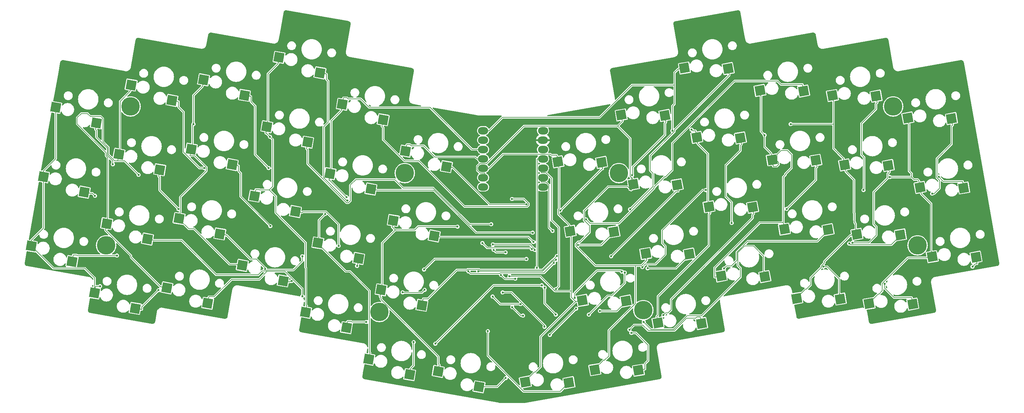
<source format=gbr>
%TF.GenerationSoftware,KiCad,Pcbnew,7.0.5*%
%TF.CreationDate,2023-10-19T00:16:17+09:00*%
%TF.ProjectId,keyboard_011 rev.2.0,6b657962-6f61-4726-945f-303131207265,Rev.2.0*%
%TF.SameCoordinates,Original*%
%TF.FileFunction,Copper,L2,Bot*%
%TF.FilePolarity,Positive*%
%FSLAX46Y46*%
G04 Gerber Fmt 4.6, Leading zero omitted, Abs format (unit mm)*
G04 Created by KiCad (PCBNEW 7.0.5) date 2023-10-19 00:16:17*
%MOMM*%
%LPD*%
G01*
G04 APERTURE LIST*
G04 Aperture macros list*
%AMRotRect*
0 Rectangle, with rotation*
0 The origin of the aperture is its center*
0 $1 length*
0 $2 width*
0 $3 Rotation angle, in degrees counterclockwise*
0 Add horizontal line*
21,1,$1,$2,0,0,$3*%
G04 Aperture macros list end*
%TA.AperFunction,SMDPad,CuDef*%
%ADD10RotRect,2.600000X2.600000X190.000000*%
%TD*%
%TA.AperFunction,SMDPad,CuDef*%
%ADD11RotRect,2.600000X2.600000X170.000000*%
%TD*%
%TA.AperFunction,ComponentPad*%
%ADD12C,5.000000*%
%TD*%
%TA.AperFunction,ComponentPad*%
%ADD13O,2.748280X1.998980*%
%TD*%
%TA.AperFunction,ViaPad*%
%ADD14C,0.600000*%
%TD*%
%TA.AperFunction,Conductor*%
%ADD15C,0.150000*%
%TD*%
G04 APERTURE END LIST*
D10*
%TO.P,SW42,1,1*%
%TO.N,col00*%
X87413594Y-15874869D03*
%TO.P,SW42,2,2*%
%TO.N,Net-(D42-K)*%
X99219390Y-16027127D03*
%TD*%
D11*
%TO.P,SW41,1,1*%
%TO.N,col05*%
X63863597Y-12982509D03*
%TO.P,SW41,2,2*%
%TO.N,Net-(D41-A)*%
X74905341Y-17163405D03*
%TD*%
D10*
%TO.P,SW47,1,1*%
%TO.N,col05*%
X180399594Y5360631D03*
%TO.P,SW47,2,2*%
%TO.N,Net-(D47-K)*%
X192205390Y5208373D03*
%TD*%
%TO.P,SW46,1,1*%
%TO.N,col04*%
X160809594Y6750631D03*
%TO.P,SW46,2,2*%
%TO.N,Net-(D46-K)*%
X172615390Y6598373D03*
%TD*%
%TO.P,SW45,1,1*%
%TO.N,col03*%
X140389594Y12820631D03*
%TO.P,SW45,2,2*%
%TO.N,Net-(D45-K)*%
X152195390Y12668373D03*
%TD*%
%TO.P,SW44,1,1*%
%TO.N,col02*%
X123289594Y130631D03*
%TO.P,SW44,2,2*%
%TO.N,Net-(D44-K)*%
X135095390Y-21627D03*
%TD*%
%TO.P,SW43,1,1*%
%TO.N,col01*%
X106208594Y-12527069D03*
%TO.P,SW43,2,2*%
%TO.N,Net-(D43-K)*%
X118014390Y-12679327D03*
%TD*%
D11*
%TO.P,SW40,1,1*%
%TO.N,col04*%
X45102897Y-9688009D03*
%TO.P,SW40,2,2*%
%TO.N,Net-(D40-A)*%
X56144641Y-13868905D03*
%TD*%
%TO.P,SW39,1,1*%
%TO.N,col03*%
X28003197Y3007991D03*
%TO.P,SW39,2,2*%
%TO.N,Net-(D39-A)*%
X39044941Y-1172905D03*
%TD*%
%TO.P,SW38,1,1*%
%TO.N,col02*%
X10896797Y15694891D03*
%TO.P,SW38,2,2*%
%TO.N,Net-(D38-A)*%
X21938541Y11513995D03*
%TD*%
%TO.P,SW37,1,1*%
%TO.N,col01*%
X-9516803Y9617991D03*
%TO.P,SW37,2,2*%
%TO.N,Net-(D37-A)*%
X1524941Y5437095D03*
%TD*%
%TO.P,SW36,1,1*%
%TO.N,col00*%
X-29106803Y8247991D03*
%TO.P,SW36,2,2*%
%TO.N,Net-(D36-A)*%
X-18065059Y4067095D03*
%TD*%
D10*
%TO.P,SW35,1,1*%
%TO.N,col05*%
X197499594Y18050631D03*
%TO.P,SW35,2,2*%
%TO.N,Net-(D35-K)*%
X209305390Y17898373D03*
%TD*%
%TO.P,SW34,1,1*%
%TO.N,col04*%
X177085994Y24117431D03*
%TO.P,SW34,2,2*%
%TO.N,Net-(D34-K)*%
X188891790Y23965173D03*
%TD*%
%TO.P,SW33,1,1*%
%TO.N,col03*%
X157499594Y25510631D03*
%TO.P,SW33,2,2*%
%TO.N,Net-(D33-K)*%
X169305390Y25358373D03*
%TD*%
%TO.P,SW32,1,1*%
%TO.N,col02*%
X137089594Y31580631D03*
%TO.P,SW32,2,2*%
%TO.N,Net-(D32-K)*%
X148895390Y31428373D03*
%TD*%
%TO.P,SW31,1,1*%
%TO.N,col01*%
X119979594Y18890631D03*
%TO.P,SW31,2,2*%
%TO.N,Net-(D31-K)*%
X131785390Y18738373D03*
%TD*%
%TO.P,SW30,1,1*%
%TO.N,col00*%
X102869594Y6210631D03*
%TO.P,SW30,2,2*%
%TO.N,Net-(D30-K)*%
X114675390Y6058373D03*
%TD*%
D11*
%TO.P,SW29,1,1*%
%TO.N,col05*%
X48413197Y9077991D03*
%TO.P,SW29,2,2*%
%TO.N,Net-(D29-A)*%
X59454941Y4897095D03*
%TD*%
%TO.P,SW28,1,1*%
%TO.N,col04*%
X31313197Y21767991D03*
%TO.P,SW28,2,2*%
%TO.N,Net-(D28-A)*%
X42354941Y17587095D03*
%TD*%
%TO.P,SW27,1,1*%
%TO.N,col03*%
X14203197Y34457991D03*
%TO.P,SW27,2,2*%
%TO.N,Net-(D27-A)*%
X25244941Y30277095D03*
%TD*%
%TO.P,SW26,1,1*%
%TO.N,col02*%
X-6213203Y28384891D03*
%TO.P,SW26,2,2*%
%TO.N,Net-(D26-A)*%
X4828541Y24203995D03*
%TD*%
%TO.P,SW25,1,1*%
%TO.N,col01*%
X-25796803Y26997991D03*
%TO.P,SW25,2,2*%
%TO.N,Net-(D25-A)*%
X-14755059Y22817095D03*
%TD*%
%TO.P,SW24,1,1*%
%TO.N,col00*%
X-46216803Y20927991D03*
%TO.P,SW24,2,2*%
%TO.N,Net-(D24-A)*%
X-35175059Y16747095D03*
%TD*%
D10*
%TO.P,SW23,1,1*%
%TO.N,col05*%
X194189594Y36810631D03*
%TO.P,SW23,2,2*%
%TO.N,Net-(D23-K)*%
X205995390Y36658373D03*
%TD*%
%TO.P,SW22,1,1*%
%TO.N,col04*%
X173769594Y42880631D03*
%TO.P,SW22,2,2*%
%TO.N,Net-(D22-K)*%
X185575390Y42728373D03*
%TD*%
%TO.P,SW21,1,1*%
%TO.N,col03*%
X154189594Y44270631D03*
%TO.P,SW21,2,2*%
%TO.N,Net-(D21-K)*%
X165995390Y44118373D03*
%TD*%
%TO.P,SW20,1,1*%
%TO.N,col02*%
X133779594Y50340631D03*
%TO.P,SW20,2,2*%
%TO.N,Net-(D20-K)*%
X145585390Y50188373D03*
%TD*%
%TO.P,SW19,1,1*%
%TO.N,col01*%
X116669594Y37660631D03*
%TO.P,SW19,2,2*%
%TO.N,Net-(D19-K)*%
X128475390Y37508373D03*
%TD*%
%TO.P,SW18,1,1*%
%TO.N,col00*%
X99559594Y24960631D03*
%TO.P,SW18,2,2*%
%TO.N,Net-(D18-K)*%
X111365390Y24808373D03*
%TD*%
D11*
%TO.P,SW17,1,1*%
%TO.N,col05*%
X51726797Y27854791D03*
%TO.P,SW17,2,2*%
%TO.N,Net-(D17-A)*%
X62768541Y23673895D03*
%TD*%
%TO.P,SW16,1,1*%
%TO.N,col04*%
X34616797Y40534891D03*
%TO.P,SW16,2,2*%
%TO.N,Net-(D16-A)*%
X45658541Y36353995D03*
%TD*%
%TO.P,SW15,1,1*%
%TO.N,col03*%
X17513197Y53217991D03*
%TO.P,SW15,2,2*%
%TO.N,Net-(D15-A)*%
X28554941Y49037095D03*
%TD*%
%TO.P,SW14,1,1*%
%TO.N,col02*%
X-2906803Y47147991D03*
%TO.P,SW14,2,2*%
%TO.N,Net-(D14-A)*%
X8134941Y42967095D03*
%TD*%
%TO.P,SW13,1,1*%
%TO.N,col01*%
X-22486803Y45757991D03*
%TO.P,SW13,2,2*%
%TO.N,Net-(D13-A)*%
X-11445059Y41577095D03*
%TD*%
%TO.P,SW12,1,1*%
%TO.N,col00*%
X-42906803Y39687991D03*
%TO.P,SW12,2,2*%
%TO.N,Net-(D12-A)*%
X-31865059Y35507095D03*
%TD*%
D10*
%TO.P,SW11,1,1*%
%TO.N,col05*%
X190885994Y55577431D03*
%TO.P,SW11,2,2*%
%TO.N,Net-(D11-K)*%
X202691790Y55425173D03*
%TD*%
%TO.P,SW10,1,1*%
%TO.N,col04*%
X170469594Y61650631D03*
%TO.P,SW10,2,2*%
%TO.N,Net-(D10-K)*%
X182275390Y61498373D03*
%TD*%
%TO.P,SW9,1,1*%
%TO.N,col03*%
X150879594Y63020631D03*
%TO.P,SW9,2,2*%
%TO.N,Net-(D9-K)*%
X162685390Y62868373D03*
%TD*%
%TO.P,SW8,1,1*%
%TO.N,col02*%
X130469594Y69100631D03*
%TO.P,SW8,2,2*%
%TO.N,Net-(D8-K)*%
X142275390Y68948373D03*
%TD*%
%TO.P,SW7,1,1*%
%TO.N,col01*%
X113355994Y56407431D03*
%TO.P,SW7,2,2*%
%TO.N,Net-(D7-K)*%
X125161790Y56255173D03*
%TD*%
%TO.P,SW6,1,1*%
%TO.N,col00*%
X96249594Y43720631D03*
%TO.P,SW6,2,2*%
%TO.N,Net-(D6-K)*%
X108055390Y43568373D03*
%TD*%
D11*
%TO.P,SW5,1,1*%
%TO.N,col05*%
X55033197Y46597991D03*
%TO.P,SW5,2,2*%
%TO.N,Net-(D5-A)*%
X66074941Y42417095D03*
%TD*%
%TO.P,SW4,1,1*%
%TO.N,col04*%
X37933197Y59287991D03*
%TO.P,SW4,2,2*%
%TO.N,Net-(D4-A)*%
X48974941Y55107095D03*
%TD*%
%TO.P,SW3,1,1*%
%TO.N,col03*%
X20823197Y71977991D03*
%TO.P,SW3,2,2*%
%TO.N,Net-(D3-A)*%
X31864941Y67797095D03*
%TD*%
%TO.P,SW2,1,1*%
%TO.N,col02*%
X403197Y65907991D03*
%TO.P,SW2,2,2*%
%TO.N,Net-(D2-A)*%
X11444941Y61727095D03*
%TD*%
%TO.P,SW1,1,1*%
%TO.N,col01*%
X-19176803Y64517991D03*
%TO.P,SW1,2,2*%
%TO.N,Net-(D1-A)*%
X-8135059Y60337095D03*
%TD*%
%TO.P,SW0,1,1*%
%TO.N,col00*%
X-39596803Y58447991D03*
%TO.P,SW0,2,2*%
%TO.N,Net-(D0-A)*%
X-28555059Y54267095D03*
%TD*%
D12*
%TO.P,H6,*%
%TO.N,*%
X193506200Y21117800D03*
%TD*%
%TO.P,H4,*%
%TO.N,*%
X-25949800Y21117700D03*
%TD*%
%TO.P,H1,*%
%TO.N,*%
X54822200Y40675700D03*
%TD*%
%TO.P,H7,*%
%TO.N,*%
X119338200Y3591700D03*
%TD*%
%TO.P,H3,*%
%TO.N,*%
X186902200Y58709700D03*
%TD*%
%TO.P,H2,*%
%TO.N,*%
X112734200Y40675700D03*
%TD*%
%TO.P,H0,*%
%TO.N,*%
X-19345800Y58709700D03*
%TD*%
D13*
%TO.P,U0,1,P26*%
%TO.N,col02*%
X76018700Y52153800D03*
%TO.P,U0,2,P27*%
%TO.N,col03*%
X76018700Y49613800D03*
%TO.P,U0,3,P28*%
%TO.N,col04*%
X76018700Y47073800D03*
%TO.P,U0,4,P29*%
%TO.N,col05*%
X76018700Y44533800D03*
%TO.P,U0,5,P6*%
%TO.N,col00*%
X76018700Y41993800D03*
%TO.P,U0,6,P7*%
%TO.N,col01*%
X76018700Y39453800D03*
%TO.P,U0,7,P0*%
%TO.N,unconnected-(U0-P0-Pad7)*%
X76018700Y36913800D03*
%TO.P,U0,8,P1*%
%TO.N,row00*%
X92207900Y36913800D03*
%TO.P,U0,9,P2*%
%TO.N,row01*%
X92207900Y39453800D03*
%TO.P,U0,10,P4*%
%TO.N,row03*%
X92207900Y41993800D03*
%TO.P,U0,11,P3*%
%TO.N,row02*%
X92207900Y44533800D03*
%TO.P,U0,12,3V3*%
%TO.N,unconnected-(U0-3V3-Pad12)*%
X92207900Y47073800D03*
%TO.P,U0,13,GND*%
%TO.N,GND*%
X92182500Y49613800D03*
%TO.P,U0,14,5V*%
%TO.N,unconnected-(U0-5V-Pad14)*%
X92207900Y52153800D03*
%TD*%
D12*
%TO.P,H5,*%
%TO.N,*%
X47964200Y3083700D03*
%TD*%
D14*
%TO.N,Net-(D41-A)*%
X101168000Y3988000D03*
X94056000Y-3124000D03*
X82118000Y-14808000D03*
%TO.N,Net-(D42-K)*%
X77292000Y-2108000D03*
%TO.N,Net-(D47-K)*%
X184620300Y10751800D03*
%TO.N,Net-(D46-K)*%
X168044300Y15342300D03*
%TO.N,Net-(D45-K)*%
X119466200Y361100D03*
%TO.N,Net-(D44-K)*%
X115573400Y-1687800D03*
%TO.N,Net-(D43-K)*%
X116105300Y-2581400D03*
%TO.N,Net-(D40-A)*%
X91878600Y10308000D03*
X63088800Y-5491800D03*
X57217500Y-5073600D03*
%TO.N,Net-(D39-A)*%
X44440000Y393000D03*
X95675300Y2387500D03*
X92656900Y9676700D03*
%TO.N,Net-(D38-A)*%
X24225500Y11465300D03*
%TO.N,Net-(D37-A)*%
X27104900Y7356900D03*
X54236800Y8404400D03*
X60183800Y9084200D03*
%TO.N,Net-(D36-A)*%
X-11771100Y9003400D03*
%TO.N,Net-(D35-K)*%
X83905200Y4386200D03*
X86789600Y2096400D03*
X104613200Y2361400D03*
X114337400Y13740000D03*
X208386900Y15376600D03*
%TO.N,Net-(D34-K)*%
X175015000Y21619100D03*
%TO.N,Net-(D33-K)*%
X141155700Y14829000D03*
X113525000Y14017300D03*
X100759600Y6915400D03*
X86116300Y5231100D03*
X78580600Y7266900D03*
%TO.N,Net-(D32-K)*%
X124796700Y2238600D03*
X92624400Y-919800D03*
X81298600Y8385600D03*
%TO.N,Net-(D31-K)*%
X120502000Y14917200D03*
%TO.N,Net-(D30-K)*%
X107583800Y3367400D03*
%TO.N,Net-(D29-A)*%
X95967100Y18239400D03*
%TO.N,Net-(D28-A)*%
X41936500Y15537200D03*
%TO.N,Net-(D27-A)*%
X36944800Y20976500D03*
X78864700Y19897800D03*
X82097900Y19244800D03*
%TO.N,Net-(D26-A)*%
X17060000Y14696200D03*
X60054200Y14570700D03*
X87735500Y17425000D03*
%TO.N,Net-(D25-A)*%
X27123000Y18161200D03*
%TO.N,Net-(D24-A)*%
X-23022300Y18356100D03*
%TO.N,Net-(D23-K)*%
X199233000Y39680400D03*
X136253900Y36085800D03*
X80848400Y13115300D03*
X84704200Y12092900D03*
X119091500Y15227300D03*
%TO.N,Net-(D22-K)*%
X175907600Y21806600D03*
%TO.N,Net-(D21-K)*%
X158102500Y30968800D03*
%TO.N,Net-(D20-K)*%
X143231000Y27162600D03*
X95723200Y17220700D03*
X74694600Y14079000D03*
%TO.N,Net-(D19-K)*%
X110636400Y18157400D03*
X95127000Y16362500D03*
X72027600Y14079000D03*
%TO.N,Net-(D18-K)*%
X101642600Y21213800D03*
%TO.N,Net-(D17-A)*%
X89607800Y22038400D03*
%TO.N,Net-(D16-A)*%
X89426600Y24556500D03*
%TO.N,Net-(D15-A)*%
X78204600Y26832800D03*
%TO.N,Net-(D14-A)*%
X18465800Y26338200D03*
%TO.N,Net-(D13-A)*%
X-6380500Y30925500D03*
%TO.N,Net-(D12-A)*%
X-28968800Y34525600D03*
%TO.N,Net-(D11-K)*%
X197450900Y35116200D03*
X90000100Y19897800D03*
X78644100Y21381500D03*
%TO.N,Net-(D10-K)*%
X178878200Y36085800D03*
X89166500Y20143900D03*
X75825300Y21736400D03*
%TO.N,Net-(D9-K)*%
X103862900Y28138800D03*
%TO.N,Net-(D8-K)*%
X115755600Y30878900D03*
%TO.N,Net-(D7-K)*%
X116305100Y40098900D03*
%TO.N,Net-(D6-K)*%
X96911400Y30556900D03*
%TO.N,Net-(D5-A)*%
X87735500Y32180500D03*
%TO.N,Net-(D4-A)*%
X83819000Y33667700D03*
%TO.N,Net-(D3-A)*%
X39366700Y33218100D03*
%TO.N,Net-(D2-A)*%
X17988600Y42034600D03*
%TO.N,col05*%
X185977600Y39590300D03*
X69088000Y26172600D03*
%TO.N,col04*%
X159187300Y53932200D03*
X39039200Y34191600D03*
X33318800Y29626500D03*
%TO.N,col03*%
X18374600Y50500100D03*
X152142800Y50957800D03*
%TO.N,Net-(D1-A)*%
X642200Y42034600D03*
%TO.N,Net-(D0-A)*%
X-24145100Y43059000D03*
%TO.N,row03*%
X95701400Y9272700D03*
%TO.N,row02*%
X90554300Y15024600D03*
%TO.N,row01*%
X94778100Y25015500D03*
%TO.N,col00*%
X83143900Y12717800D03*
X-27592700Y10056000D03*
%TO.N,col01*%
X-17181400Y40210400D03*
%TO.N,col02*%
X127212000Y52125700D03*
X132383400Y52430800D03*
X-2328400Y53932200D03*
%TD*%
D15*
%TO.N,Net-(D41-A)*%
X101168000Y3988000D02*
X94056000Y-3124000D01*
X79762595Y-17163405D02*
X82118000Y-14808000D01*
X74905341Y-17163405D02*
X79762595Y-17163405D01*
%TO.N,Net-(D42-K)*%
X77292000Y-8712000D02*
X77292000Y-2108000D01*
X87005166Y-18425166D02*
X77292000Y-8712000D01*
X96821351Y-18425166D02*
X87005166Y-18425166D01*
X99219390Y-16027127D02*
X96821351Y-18425166D01*
%TO.N,col00*%
X-29106803Y12342803D02*
X-29106803Y8247991D01*
X-31674000Y14910000D02*
X-29106803Y12342803D01*
X-40198812Y14910000D02*
X-31674000Y14910000D01*
X-46216803Y20927991D02*
X-40198812Y14910000D01*
X-46216803Y22488727D02*
X-46216803Y20927991D01*
X-42906803Y39687991D02*
X-42906803Y25798727D01*
X-42906803Y25798727D02*
X-46216803Y22488727D01*
X-39596803Y44558727D02*
X-42906803Y41248727D01*
X-39596803Y58447991D02*
X-39596803Y44558727D01*
X-42906803Y41248727D02*
X-42906803Y39687991D01*
%TO.N,Net-(D47-K)*%
X187187200Y6975300D02*
X191893900Y6975300D01*
X184620300Y9542200D02*
X187187200Y6975300D01*
X184620300Y10751800D02*
X184620300Y9542200D01*
X192205400Y5208400D02*
X191893900Y6975300D01*
%TO.N,Net-(D46-K)*%
X172304000Y8365300D02*
X172303900Y8365300D01*
X172304000Y12085400D02*
X172304000Y8365300D01*
X169047100Y15342300D02*
X172304000Y12085400D01*
X168044300Y15342300D02*
X169047100Y15342300D01*
X172615400Y6598400D02*
X172303900Y8365300D01*
%TO.N,Net-(D45-K)*%
X121457500Y-1630200D02*
X119466200Y361100D01*
X127504200Y-1630200D02*
X121457500Y-1630200D01*
X131207700Y2073300D02*
X127504200Y-1630200D01*
X135123000Y2073300D02*
X131207700Y2073300D01*
X145618800Y12569100D02*
X135123000Y2073300D01*
X145618800Y14926400D02*
X145618800Y12569100D01*
X144930200Y15615000D02*
X145618800Y14926400D01*
X144930200Y19168000D02*
X144930200Y15615000D01*
X146693800Y20931600D02*
X144930200Y19168000D01*
X149142800Y20931600D02*
X146693800Y20931600D01*
X151884000Y18190400D02*
X149142800Y20931600D01*
X151884000Y14435300D02*
X151884000Y18190400D01*
X151883900Y14435300D02*
X151884000Y14435300D01*
X152195400Y12668400D02*
X151883900Y14435300D01*
%TO.N,Net-(D44-K)*%
X116836900Y-424300D02*
X115573400Y-1687800D01*
X119149000Y-424300D02*
X116836900Y-424300D01*
X120660200Y-1935500D02*
X119149000Y-424300D01*
X127700300Y-1935500D02*
X120660200Y-1935500D01*
X131017200Y1381400D02*
X127700300Y-1935500D01*
X133494400Y1381400D02*
X131017200Y1381400D01*
X133858300Y1745300D02*
X133494400Y1381400D01*
X134783900Y1745300D02*
X133858300Y1745300D01*
X135095400Y-21600D02*
X134783900Y1745300D01*
%TO.N,Net-(D43-K)*%
X117303400Y-2581400D02*
X116105300Y-2581400D01*
X120622400Y-5900400D02*
X117303400Y-2581400D01*
X120622400Y-10071300D02*
X120622400Y-5900400D01*
X119781300Y-10912400D02*
X120622400Y-10071300D01*
X119781300Y-12367800D02*
X119781300Y-10912400D01*
X118014400Y-12679300D02*
X119781300Y-12367800D01*
%TO.N,Net-(D40-A)*%
X78888600Y10308000D02*
X63088800Y-5491800D01*
X91878600Y10308000D02*
X78888600Y10308000D01*
X57217500Y-11340600D02*
X56456100Y-12102000D01*
X57217500Y-5073600D02*
X57217500Y-11340600D01*
X56144600Y-13868900D02*
X56456100Y-12102000D01*
%TO.N,Net-(D39-A)*%
X40483000Y393000D02*
X44440000Y393000D01*
X40282000Y594000D02*
X40483000Y393000D01*
X39356400Y594000D02*
X40282000Y594000D01*
X92656900Y5405900D02*
X92656900Y9676700D01*
X95675300Y2387500D02*
X92656900Y5405900D01*
X39044900Y-1172900D02*
X39356400Y594000D01*
%TO.N,Net-(D38-A)*%
X23968100Y11465300D02*
X24225500Y11465300D01*
X23705400Y11202600D02*
X23968100Y11465300D01*
X23705400Y11202500D02*
X23705400Y11202600D01*
X21938500Y11514000D02*
X23705400Y11202500D01*
%TO.N,Net-(D37-A)*%
X27104900Y9394000D02*
X27104900Y7356900D01*
X22418300Y14080600D02*
X27104900Y9394000D01*
X17611600Y14080600D02*
X22418300Y14080600D01*
X15415800Y11884800D02*
X17611600Y14080600D01*
X7972600Y11884800D02*
X15415800Y11884800D01*
X3291800Y7204000D02*
X7972600Y11884800D01*
X1836400Y7204000D02*
X3291800Y7204000D01*
X59404900Y8305300D02*
X60183800Y9084200D01*
X54335900Y8305300D02*
X59404900Y8305300D01*
X54236800Y8404400D02*
X54335900Y8305300D01*
X1524900Y5437100D02*
X1836400Y7204000D01*
%TO.N,Net-(D36-A)*%
X-16298200Y4476300D02*
X-16298200Y3755600D01*
X-11771100Y9003400D02*
X-16298200Y4476300D01*
X-18065100Y4067100D02*
X-16298200Y3755600D01*
%TO.N,Net-(D35-K)*%
X86195000Y2096400D02*
X86789600Y2096400D01*
X83905200Y4386200D02*
X86195000Y2096400D01*
X114337400Y10980300D02*
X114337400Y13740000D01*
X110817600Y7460500D02*
X114337400Y10980300D01*
X109712300Y7460500D02*
X110817600Y7460500D01*
X104613200Y2361400D02*
X109712300Y7460500D01*
X209141800Y16131500D02*
X209616900Y16131500D01*
X208386900Y15376600D02*
X209141800Y16131500D01*
X209305400Y17898400D02*
X209616900Y16131500D01*
%TO.N,Net-(D34-K)*%
X175352700Y21281400D02*
X175015000Y21619100D01*
X186425300Y21281400D02*
X175352700Y21281400D01*
X188891800Y23747900D02*
X186425300Y21281400D01*
X188891800Y23965200D02*
X188891800Y23747900D01*
%TO.N,Net-(D33-K)*%
X141852100Y15525400D02*
X141155700Y14829000D01*
X143112200Y15525400D02*
X141852100Y15525400D01*
X144630000Y17043200D02*
X143112200Y15525400D01*
X144630000Y19298500D02*
X144630000Y17043200D01*
X147542800Y22211300D02*
X144630000Y19298500D01*
X166382500Y22211300D02*
X147542800Y22211300D01*
X169305400Y25134200D02*
X166382500Y22211300D01*
X169305400Y25358400D02*
X169305400Y25134200D01*
X100759600Y8209100D02*
X100759600Y6915400D01*
X106834200Y14283700D02*
X100759600Y8209100D01*
X113258600Y14283700D02*
X106834200Y14283700D01*
X113525000Y14017300D02*
X113258600Y14283700D01*
X80616400Y5231100D02*
X78580600Y7266900D01*
X86116300Y5231100D02*
X80616400Y5231100D01*
%TO.N,Net-(D32-K)*%
X125393500Y2835400D02*
X124796700Y2238600D01*
X126013300Y2835400D02*
X125393500Y2835400D01*
X126840600Y3662700D02*
X126013300Y2835400D01*
X126840600Y6497900D02*
X126840600Y3662700D01*
X148895400Y28552700D02*
X126840600Y6497900D01*
X148895400Y29350100D02*
X148895400Y28552700D01*
X149206800Y29661500D02*
X148895400Y29350100D01*
X149206900Y29661500D02*
X149206800Y29661500D01*
X148895400Y31428400D02*
X149206900Y29661500D01*
X83704500Y8385600D02*
X81298600Y8385600D01*
X92624400Y-534300D02*
X83704500Y8385600D01*
X92624400Y-919800D02*
X92624400Y-534300D01*
%TO.N,Net-(D31-K)*%
X128146800Y14917200D02*
X120502000Y14917200D01*
X131785400Y18555800D02*
X128146800Y14917200D01*
X131785400Y18738400D02*
X131785400Y18555800D01*
%TO.N,Net-(D30-K)*%
X112146700Y3367400D02*
X107583800Y3367400D01*
X114675400Y5896100D02*
X112146700Y3367400D01*
X114675400Y6058400D02*
X114675400Y5896100D01*
%TO.N,Net-(D29-A)*%
X59454900Y4897100D02*
X59766400Y6664000D01*
X61093500Y6664000D02*
X59766400Y6664000D01*
X68884700Y14455200D02*
X61093500Y6664000D01*
X71661200Y14455200D02*
X68884700Y14455200D01*
X71810100Y14604100D02*
X71661200Y14455200D01*
X74912200Y14604100D02*
X71810100Y14604100D01*
X75061100Y14455200D02*
X74912200Y14604100D01*
X92052600Y14455200D02*
X75061100Y14455200D01*
X94785100Y17187700D02*
X92052600Y14455200D01*
X94915400Y17187700D02*
X94785100Y17187700D01*
X95967100Y18239400D02*
X94915400Y17187700D01*
%TO.N,Net-(D28-A)*%
X41936500Y15713300D02*
X41936500Y15537200D01*
X42043400Y15820200D02*
X41936500Y15713300D01*
X42354900Y17587100D02*
X42043400Y15820200D01*
%TO.N,Net-(D27-A)*%
X36944800Y26786500D02*
X36944800Y20976500D01*
X33532000Y30199300D02*
X36944800Y26786500D01*
X27245400Y30199300D02*
X33532000Y30199300D01*
X27011800Y29965700D02*
X27245400Y30199300D01*
X27011800Y29965600D02*
X27011800Y29965700D01*
X79517700Y19244800D02*
X82097900Y19244800D01*
X78864700Y19897800D02*
X79517700Y19244800D01*
X25244900Y30277100D02*
X27011800Y29965600D01*
%TO.N,Net-(D26-A)*%
X17060000Y15003700D02*
X17060000Y14696200D01*
X14695300Y17368400D02*
X17060000Y15003700D01*
X13119500Y17368400D02*
X14695300Y17368400D01*
X6595400Y23892500D02*
X13119500Y17368400D01*
X62908500Y17425000D02*
X87735500Y17425000D01*
X60054200Y14570700D02*
X62908500Y17425000D01*
X4828500Y24204000D02*
X6595400Y23892500D01*
%TO.N,Net-(D25-A)*%
X-14755100Y22817100D02*
X-12988200Y22505600D01*
X27123000Y16859000D02*
X27123000Y18161200D01*
X24734300Y14470300D02*
X27123000Y16859000D01*
X17576800Y14470300D02*
X24734300Y14470300D01*
X17277600Y14171100D02*
X17576800Y14470300D01*
X16230800Y14171100D02*
X17277600Y14171100D01*
X15204700Y13145000D02*
X16230800Y14171100D01*
X3832100Y13145000D02*
X15204700Y13145000D01*
X-5528600Y22505700D02*
X3832100Y13145000D01*
X-12988200Y22505700D02*
X-5528600Y22505700D01*
X-12988200Y22505600D02*
X-12988200Y22505700D01*
%TO.N,Net-(D24-A)*%
X-33780100Y18356100D02*
X-23022300Y18356100D01*
X-33938000Y18514000D02*
X-33780100Y18356100D01*
X-34863600Y18514000D02*
X-33938000Y18514000D01*
X-35175100Y16747100D02*
X-34863600Y18514000D01*
%TO.N,Net-(D23-K)*%
X200488100Y38425300D02*
X199233000Y39680400D01*
X205683900Y38425300D02*
X200488100Y38425300D01*
X119884100Y16019900D02*
X119091500Y15227300D01*
X122635400Y16019900D02*
X119884100Y16019900D01*
X125244500Y18629000D02*
X122635400Y16019900D01*
X125244500Y20960700D02*
X125244500Y18629000D01*
X124520200Y21685000D02*
X125244500Y20960700D01*
X124520200Y25217400D02*
X124520200Y21685000D01*
X135388600Y36085800D02*
X124520200Y25217400D01*
X136253900Y36085800D02*
X135388600Y36085800D01*
X205995400Y36658400D02*
X205683900Y38425300D01*
X81870800Y12092900D02*
X84704200Y12092900D01*
X80848400Y13115300D02*
X81870800Y12092900D01*
%TO.N,Net-(D22-K)*%
X180299100Y21806600D02*
X175907600Y21806600D01*
X182311100Y23818600D02*
X180299100Y21806600D01*
X182311100Y26227300D02*
X182311100Y23818600D01*
X181626600Y26911800D02*
X182311100Y26227300D01*
X181626600Y35545000D02*
X181626600Y26911800D01*
X185452400Y39370800D02*
X181626600Y35545000D01*
X185452400Y40527100D02*
X185452400Y39370800D01*
X185886800Y40961500D02*
X185452400Y40527100D01*
X185886900Y40961500D02*
X185886800Y40961500D01*
X185575400Y42728400D02*
X185886900Y40961500D01*
%TO.N,Net-(D21-K)*%
X166306800Y42351500D02*
X166306900Y42351500D01*
X165995400Y42040100D02*
X166306800Y42351500D01*
X165995400Y38861700D02*
X165995400Y42040100D01*
X158102500Y30968800D02*
X165995400Y38861700D01*
X165995400Y44118400D02*
X166306900Y42351500D01*
%TO.N,Net-(D20-K)*%
X143231000Y32774200D02*
X143231000Y27162600D01*
X141645800Y34359400D02*
X143231000Y32774200D01*
X141645800Y42813100D02*
X141645800Y34359400D01*
X145585400Y46752700D02*
X141645800Y42813100D01*
X145585400Y48110100D02*
X145585400Y46752700D01*
X145896800Y48421500D02*
X145585400Y48110100D01*
X145896900Y48421500D02*
X145896800Y48421500D01*
X145585400Y50188400D02*
X145896900Y48421500D01*
X92100900Y14079000D02*
X74694600Y14079000D01*
X94909500Y16887600D02*
X92100900Y14079000D01*
X95390100Y16887600D02*
X94909500Y16887600D01*
X95723200Y17220700D02*
X95390100Y16887600D01*
%TO.N,Net-(D19-K)*%
X128220500Y35741500D02*
X110636400Y18157400D01*
X128786900Y35741500D02*
X128220500Y35741500D01*
X128475400Y37508400D02*
X128786900Y35741500D01*
X72593900Y13512700D02*
X72027600Y14079000D01*
X80503200Y13512700D02*
X72593900Y13512700D01*
X80630900Y13640400D02*
X80503200Y13512700D01*
X92404900Y13640400D02*
X80630900Y13640400D01*
X95127000Y16362500D02*
X92404900Y13640400D01*
%TO.N,Net-(D18-K)*%
X107920300Y21213800D02*
X101642600Y21213800D01*
X111365400Y24658900D02*
X107920300Y21213800D01*
X111365400Y24808400D02*
X111365400Y24658900D01*
%TO.N,Net-(D17-A)*%
X88283700Y23362500D02*
X89607800Y22038400D01*
X64535400Y23362500D02*
X88283700Y23362500D01*
X64535400Y23362400D02*
X64535400Y23362500D01*
X62768500Y23673900D02*
X64535400Y23362400D01*
%TO.N,Net-(D16-A)*%
X74167100Y24556500D02*
X89426600Y24556500D01*
X62681000Y36042600D02*
X74167100Y24556500D01*
X47425400Y36042600D02*
X62681000Y36042600D01*
X47425400Y36042500D02*
X47425400Y36042600D01*
X45658500Y36354000D02*
X47425400Y36042500D01*
%TO.N,Net-(D15-A)*%
X28243500Y47270200D02*
X28243400Y47270200D01*
X28554900Y46958800D02*
X28243500Y47270200D01*
X28554900Y43215200D02*
X28554900Y46958800D01*
X39101100Y32669000D02*
X28554900Y43215200D01*
X39609000Y32669000D02*
X39101100Y32669000D01*
X40112100Y33172100D02*
X39609000Y32669000D01*
X40112100Y37434700D02*
X40112100Y33172100D01*
X41582500Y38905100D02*
X40112100Y37434700D01*
X52094100Y38905100D02*
X41582500Y38905100D01*
X54382700Y36616500D02*
X52094100Y38905100D01*
X62531600Y36616500D02*
X54382700Y36616500D01*
X72315300Y26832800D02*
X62531600Y36616500D01*
X78204600Y26832800D02*
X72315300Y26832800D01*
X28554900Y49037100D02*
X28243400Y47270200D01*
%TO.N,Net-(D14-A)*%
X9901800Y41200200D02*
X9901800Y42655600D01*
X10469700Y40632300D02*
X9901800Y41200200D01*
X10469700Y34334300D02*
X10469700Y40632300D01*
X18465800Y26338200D02*
X10469700Y34334300D01*
X8134900Y42967100D02*
X9901800Y42655600D01*
%TO.N,Net-(D13-A)*%
X-11756500Y39810200D02*
X-11756600Y39810200D01*
X-11445100Y39498800D02*
X-11756500Y39810200D01*
X-11445100Y35990100D02*
X-11445100Y39498800D01*
X-6380500Y30925500D02*
X-11445100Y35990100D01*
X-11445100Y41577100D02*
X-11756600Y39810200D01*
%TO.N,Net-(D12-A)*%
X-29638900Y35195700D02*
X-28968800Y34525600D01*
X-30098200Y35195700D02*
X-29638900Y35195700D01*
X-30098200Y35195600D02*
X-30098200Y35195700D01*
X-31865100Y35507100D02*
X-30098200Y35195600D01*
%TO.N,Net-(D11-K)*%
X88683800Y21381500D02*
X78644100Y21381500D01*
X90000100Y20065200D02*
X88683800Y21381500D01*
X90000100Y19897800D02*
X90000100Y20065200D01*
X202691800Y55425200D02*
X203003300Y53658300D01*
X197975800Y35116200D02*
X197450900Y35116200D01*
X199414700Y36555100D02*
X197975800Y35116200D01*
X199414700Y38756100D02*
X199414700Y36555100D01*
X198707900Y39462900D02*
X199414700Y38756100D01*
X198707900Y39897900D02*
X198707900Y39462900D01*
X198730200Y39920200D02*
X198707900Y39897900D01*
X198730200Y44580500D02*
X198730200Y39920200D01*
X202691800Y48542100D02*
X198730200Y44580500D01*
X202691800Y53346900D02*
X202691800Y48542100D01*
X203003200Y53658300D02*
X202691800Y53346900D01*
X203003300Y53658300D02*
X203003200Y53658300D01*
%TO.N,Net-(D10-K)*%
X179039900Y36247500D02*
X178878200Y36085800D01*
X179039900Y44945300D02*
X179039900Y36247500D01*
X178325800Y45659400D02*
X179039900Y44945300D01*
X178325800Y54118100D02*
X178325800Y45659400D01*
X182275400Y58067700D02*
X178325800Y54118100D01*
X182275400Y59420100D02*
X182275400Y58067700D01*
X182586800Y59731500D02*
X182275400Y59420100D01*
X182586900Y59731500D02*
X182586800Y59731500D01*
X182275400Y61498400D02*
X182586900Y59731500D01*
X77138800Y20422900D02*
X75825300Y21736400D01*
X88887500Y20422900D02*
X77138800Y20422900D01*
X89166500Y20143900D02*
X88887500Y20422900D01*
%TO.N,Net-(D9-K)*%
X156599900Y64635300D02*
X162373900Y64635300D01*
X155666300Y65568900D02*
X156599900Y64635300D01*
X143982800Y65568900D02*
X155666300Y65568900D01*
X127180400Y48766500D02*
X143982800Y65568900D01*
X127180400Y41494800D02*
X127180400Y48766500D01*
X125331200Y39645600D02*
X127180400Y41494800D01*
X125067600Y39645600D02*
X125331200Y39645600D01*
X122258100Y36836100D02*
X125067600Y39645600D01*
X122258100Y36570900D02*
X122258100Y36836100D01*
X112735400Y27048200D02*
X122258100Y36570900D01*
X104953500Y27048200D02*
X112735400Y27048200D01*
X103862900Y28138800D02*
X104953500Y27048200D01*
X162685400Y62868400D02*
X162373900Y64635300D01*
%TO.N,Net-(D8-K)*%
X142275400Y68948400D02*
X142586900Y67181500D01*
X142586800Y67181500D02*
X142586900Y67181500D01*
X127737100Y52331800D02*
X142586800Y67181500D01*
X127737100Y51908100D02*
X127737100Y52331800D01*
X121210000Y45381000D02*
X127737100Y51908100D01*
X121210000Y41380800D02*
X121210000Y45381000D01*
X121957900Y40632900D02*
X121210000Y41380800D01*
X121957900Y37081200D02*
X121957900Y40632900D01*
X115755600Y30878900D02*
X121957900Y37081200D01*
%TO.N,Net-(D7-K)*%
X125473200Y54488300D02*
X125473300Y54488300D01*
X125161800Y54176900D02*
X125473200Y54488300D01*
X125161800Y50986700D02*
X125161800Y54176900D01*
X116484700Y42309600D02*
X125161800Y50986700D01*
X116484700Y40278500D02*
X116484700Y42309600D01*
X116305100Y40098900D02*
X116484700Y40278500D01*
X125161800Y56255200D02*
X125473300Y54488300D01*
%TO.N,Net-(D6-K)*%
X108156000Y41801500D02*
X108366900Y41801500D01*
X96911400Y30556900D02*
X108156000Y41801500D01*
X108055400Y43568400D02*
X108366900Y41801500D01*
%TO.N,Net-(D5-A)*%
X77766900Y32180500D02*
X87735500Y32180500D01*
X67841800Y42105600D02*
X77766900Y32180500D01*
X66074900Y42417100D02*
X67841800Y42105600D01*
%TO.N,Net-(D4-A)*%
X87044100Y33667700D02*
X83819000Y33667700D01*
X88260700Y32451100D02*
X87044100Y33667700D01*
X88260700Y31962600D02*
X88260700Y32451100D01*
X87937100Y31639000D02*
X88260700Y31962600D01*
X70979000Y31639000D02*
X87937100Y31639000D01*
X58599100Y44018900D02*
X70979000Y31639000D01*
X54702100Y44018900D02*
X58599100Y44018900D01*
X48974900Y49746100D02*
X54702100Y44018900D01*
X48974900Y53028800D02*
X48974900Y49746100D01*
X48663500Y53340200D02*
X48974900Y53028800D01*
X48663400Y53340200D02*
X48663500Y53340200D01*
X48974900Y55107100D02*
X48663400Y53340200D01*
%TO.N,Net-(D3-A)*%
X33631800Y66030200D02*
X33631800Y67485600D01*
X34078400Y65583600D02*
X33631800Y66030200D01*
X34078400Y54402300D02*
X34078400Y65583600D01*
X32877000Y53200900D02*
X34078400Y54402300D01*
X32877000Y39376000D02*
X32877000Y53200900D01*
X39034900Y33218100D02*
X32877000Y39376000D01*
X39366700Y33218100D02*
X39034900Y33218100D01*
X31864900Y67797100D02*
X33631800Y67485600D01*
%TO.N,Net-(D2-A)*%
X11444900Y61727100D02*
X13211800Y61415600D01*
X14379200Y45644000D02*
X17988600Y42034600D01*
X14379200Y58792800D02*
X14379200Y45644000D01*
X13211800Y59960200D02*
X14379200Y58792800D01*
X13211800Y61415600D02*
X13211800Y59960200D01*
%TO.N,col05*%
X190886000Y55577400D02*
X191197500Y53810500D01*
X194189600Y36810600D02*
X193878100Y38577500D01*
X197188200Y32356600D02*
X194501100Y35043700D01*
X197188200Y19817500D02*
X197188200Y32356600D01*
X197188100Y19817500D02*
X197188200Y19817500D01*
X197499600Y18050600D02*
X197188100Y19817500D01*
X194189600Y36810600D02*
X194501100Y35043700D01*
X197499600Y18050600D02*
X195732700Y17739100D01*
X56270300Y48364900D02*
X55344700Y48364900D01*
X56570400Y48064800D02*
X56270300Y48364900D01*
X59967300Y48064800D02*
X56570400Y48064800D01*
X62990700Y45041400D02*
X59967300Y48064800D01*
X73911800Y45041400D02*
X62990700Y45041400D01*
X74419400Y44533800D02*
X73911800Y45041400D01*
X76518700Y44533800D02*
X74419400Y44533800D01*
X51726800Y27854800D02*
X51415300Y26087900D01*
X55033200Y46598000D02*
X55344700Y48364900D01*
X180399600Y5495400D02*
X180399600Y5360600D01*
X182813100Y7908900D02*
X180399600Y5495400D01*
X183059700Y7908900D02*
X182813100Y7908900D01*
X183964000Y8813200D02*
X183059700Y7908900D01*
X183964000Y10752000D02*
X183964000Y8813200D01*
X184095200Y10883200D02*
X183964000Y10752000D01*
X184095200Y10969300D02*
X184095200Y10883200D01*
X190806200Y17680300D02*
X184095200Y10969300D01*
X190892300Y17680300D02*
X190806200Y17680300D01*
X190951200Y17739200D02*
X190892300Y17680300D01*
X195732700Y17739200D02*
X190951200Y17739200D01*
X195732700Y17739100D02*
X195732700Y17739200D01*
X48724600Y21733200D02*
X52247300Y25255900D01*
X48724600Y10844900D02*
X48724600Y21733200D01*
X48724700Y10844900D02*
X48724600Y10844900D01*
X57492800Y25255900D02*
X52247300Y25255900D01*
X58459000Y26222100D02*
X57492800Y25255900D01*
X69038500Y26222100D02*
X58459000Y26222100D01*
X69088000Y26172600D02*
X69038500Y26222100D01*
X52247300Y25255900D02*
X51415300Y26087900D01*
X48413200Y9078000D02*
X48724700Y10844900D01*
X48101800Y7311100D02*
X48101700Y7311100D01*
X48413200Y6999700D02*
X48101800Y7311100D01*
X48413200Y6488800D02*
X48413200Y6999700D01*
X63863600Y-8961600D02*
X48413200Y6488800D01*
X63863600Y-10904200D02*
X63863600Y-8961600D01*
X64175000Y-11215600D02*
X63863600Y-10904200D01*
X64175100Y-11215600D02*
X64175000Y-11215600D01*
X63863600Y-12982500D02*
X64175100Y-11215600D01*
X48413200Y9078000D02*
X48101700Y7311100D01*
X191898000Y39590300D02*
X185977600Y39590300D01*
X191898000Y40557700D02*
X191898000Y39590300D01*
X191197400Y41258300D02*
X191898000Y40557700D01*
X191197400Y53810500D02*
X191197400Y41258300D01*
X191197500Y53810500D02*
X191197400Y53810500D01*
X193553100Y38902500D02*
X193878100Y38577500D01*
X192585800Y38902500D02*
X193553100Y38902500D01*
X191898000Y39590300D02*
X192585800Y38902500D01*
%TO.N,col04*%
X39170300Y61054900D02*
X38244700Y61054900D01*
X39470400Y60754800D02*
X39170300Y61054900D01*
X42867300Y60754800D02*
X39470400Y60754800D01*
X45193600Y58428500D02*
X42867300Y60754800D01*
X61690800Y58428500D02*
X45193600Y58428500D01*
X73045500Y47073800D02*
X61690800Y58428500D01*
X76518700Y47073800D02*
X73045500Y47073800D01*
X170469600Y61650600D02*
X170781100Y59883700D01*
X173769600Y42880600D02*
X173458100Y44647500D01*
X173769600Y42880600D02*
X174081100Y41113700D01*
X37933200Y59288000D02*
X38244700Y61054900D01*
X34928200Y54827600D02*
X37621700Y57521100D01*
X34928200Y42301800D02*
X34928200Y54827600D01*
X34928300Y42301800D02*
X34928200Y42301800D01*
X37933200Y59288000D02*
X37621700Y57521100D01*
X177086000Y24117400D02*
X176774500Y25884300D01*
X177086000Y24117400D02*
X175319100Y23805900D01*
X45102900Y-9688000D02*
X45414400Y-7921100D01*
X170781000Y53932200D02*
X159187300Y53932200D01*
X170781000Y59883700D02*
X170781000Y53932200D01*
X170781100Y59883700D02*
X170781000Y59883700D01*
X170781000Y47324600D02*
X173458100Y44647500D01*
X170781000Y53932200D02*
X170781000Y47324600D01*
X31313200Y21647400D02*
X31313200Y21768000D01*
X38904300Y14056300D02*
X31313200Y21647400D01*
X40025000Y14056300D02*
X38904300Y14056300D01*
X45239100Y8842200D02*
X40025000Y14056300D01*
X45239100Y-7745900D02*
X45239100Y8842200D01*
X45414300Y-7921100D02*
X45239100Y-7745900D01*
X45414400Y-7921100D02*
X45414300Y-7921100D01*
X31624600Y23534900D02*
X31624700Y23534900D01*
X31624600Y27932300D02*
X31624600Y23534900D01*
X33318800Y29626500D02*
X31624600Y27932300D01*
X34616800Y40534900D02*
X34928300Y42301800D01*
X31313200Y21768000D02*
X31624700Y23534900D01*
X34462800Y38768000D02*
X34305300Y38768000D01*
X39039200Y34191600D02*
X34462800Y38768000D01*
X34616800Y40534900D02*
X34305300Y38768000D01*
X160809600Y6885400D02*
X160809600Y6750600D01*
X163223100Y9298900D02*
X160809600Y6885400D01*
X163469700Y9298900D02*
X163223100Y9298900D01*
X164603600Y10432800D02*
X163469700Y9298900D01*
X164603600Y12310800D02*
X164603600Y10432800D01*
X167519200Y15226400D02*
X164603600Y12310800D01*
X167519200Y15559800D02*
X167519200Y15226400D01*
X168296600Y16337200D02*
X167519200Y15559800D01*
X168296600Y16746500D02*
X168296600Y16337200D01*
X168330800Y16780700D02*
X168296600Y16746500D01*
X168330800Y16793500D02*
X168330800Y16780700D01*
X174478400Y22941100D02*
X168330800Y16793500D01*
X174478400Y22965200D02*
X174478400Y22941100D01*
X175319100Y23805900D02*
X174478400Y22965200D01*
X176774600Y25884300D02*
X176774500Y25884300D01*
X176774600Y26886700D02*
X176774600Y25884300D01*
X176596200Y27065100D02*
X176774600Y26886700D01*
X176596200Y27326300D02*
X176596200Y27065100D01*
X176447200Y27475300D02*
X176596200Y27326300D01*
X176447200Y27845900D02*
X176447200Y27475300D01*
X176432500Y27860600D02*
X176447200Y27845900D01*
X176432500Y29542800D02*
X176432500Y27860600D01*
X176425100Y29550200D02*
X176432500Y29542800D01*
X176425100Y29553900D02*
X176425100Y29550200D01*
X176421400Y29557600D02*
X176425100Y29553900D01*
X176421400Y29559500D02*
X176421400Y29557600D01*
X176419600Y29561300D02*
X176421400Y29559500D01*
X176419600Y29833600D02*
X176419600Y29561300D01*
X176333700Y29919500D02*
X176419600Y29833600D01*
X176333700Y38861100D02*
X176333700Y29919500D01*
X174081100Y41113700D02*
X176333700Y38861100D01*
%TO.N,col03*%
X17513200Y53218000D02*
X17201700Y51451100D01*
X17824600Y54984900D02*
X17824700Y54984900D01*
X17824600Y67524000D02*
X17824600Y54984900D01*
X20511700Y70211100D02*
X17824600Y67524000D01*
X20823200Y71978000D02*
X20511700Y70211100D01*
X17513200Y53218000D02*
X17824700Y54984900D01*
X17423600Y51451100D02*
X17201700Y51451100D01*
X18374600Y50500100D02*
X17423600Y51451100D01*
X14203200Y34458000D02*
X14514700Y36224900D01*
X28003200Y3008000D02*
X28314700Y4774900D01*
X19071700Y37057100D02*
X18152800Y36138200D01*
X19071700Y49803000D02*
X19071700Y37057100D01*
X18374600Y50500100D02*
X19071700Y49803000D01*
X15440300Y36224900D02*
X14514700Y36224900D01*
X15527000Y36138200D02*
X15440300Y36224900D01*
X18152800Y36138200D02*
X15527000Y36138200D01*
X150879600Y63020600D02*
X151191100Y61253700D01*
X154189600Y44270600D02*
X153878100Y46037500D01*
X157499600Y25510600D02*
X157188100Y27277500D01*
X154189600Y44270600D02*
X154501100Y42503700D01*
X151191000Y51909600D02*
X152142800Y50957800D01*
X151191000Y61253700D02*
X151191000Y51909600D01*
X151191100Y61253700D02*
X151191000Y61253700D01*
X152142800Y47772800D02*
X153878100Y46037500D01*
X152142800Y50957800D02*
X152142800Y47772800D01*
X140389600Y12820600D02*
X138622700Y12509100D01*
X19967500Y34323500D02*
X18152800Y36138200D01*
X19967500Y29938600D02*
X19967500Y34323500D01*
X20963600Y28942500D02*
X19967500Y29938600D01*
X20963600Y28868300D02*
X20963600Y28942500D01*
X28003200Y21828700D02*
X20963600Y28868300D01*
X28003200Y15136300D02*
X28003200Y21828700D01*
X28121700Y15017800D02*
X28003200Y15136300D01*
X28121700Y4967800D02*
X28121700Y15017800D01*
X28314600Y4774900D02*
X28121700Y4967800D01*
X28314700Y4774900D02*
X28314600Y4774900D01*
X138622700Y15084900D02*
X138622700Y12509100D01*
X150815300Y27277500D02*
X138622700Y15084900D01*
X157188100Y27277500D02*
X150815300Y27277500D01*
X157188200Y27277500D02*
X157188100Y27277500D01*
X157188200Y39623300D02*
X157188200Y27277500D01*
X157788500Y40223600D02*
X157188200Y39623300D01*
X157788500Y40456600D02*
X157788500Y40223600D01*
X159441600Y42109700D02*
X157788500Y40456600D01*
X159441600Y45634900D02*
X159441600Y42109700D01*
X158257700Y46818800D02*
X159441600Y45634900D01*
X156621400Y46818800D02*
X158257700Y46818800D01*
X155464400Y45661800D02*
X156621400Y46818800D01*
X155464400Y44025600D02*
X155464400Y45661800D01*
X155923600Y43566400D02*
X155464400Y44025600D01*
X155923600Y43015100D02*
X155923600Y43566400D01*
X155412200Y42503700D02*
X155923600Y43015100D01*
X154501100Y42503700D02*
X155412200Y42503700D01*
%TO.N,Net-(D1-A)*%
X-695000Y42034600D02*
X642200Y42034600D01*
X-4998900Y46338500D02*
X-695000Y42034600D01*
X-4998900Y57200900D02*
X-4998900Y46338500D01*
X-6368200Y58570200D02*
X-4998900Y57200900D01*
X-6368200Y60025600D02*
X-6368200Y58570200D01*
X-8135100Y60337100D02*
X-6368200Y60025600D01*
%TO.N,Net-(D0-A)*%
X-28866500Y52500200D02*
X-28866600Y52500200D01*
X-28555100Y52188800D02*
X-28866500Y52500200D01*
X-28555100Y50423500D02*
X-28555100Y52188800D01*
X-25620800Y47489200D02*
X-28555100Y50423500D01*
X-25620800Y45438400D02*
X-25620800Y47489200D01*
X-24145100Y43962700D02*
X-25620800Y45438400D01*
X-24145100Y43059000D02*
X-24145100Y43962700D01*
X-28555100Y54267100D02*
X-28866600Y52500200D01*
%TO.N,row03*%
X93026100Y40769200D02*
X91707900Y40769200D01*
X94518400Y39276900D02*
X93026100Y40769200D01*
X94518400Y27908800D02*
X94518400Y39276900D01*
X96499000Y25928200D02*
X94518400Y27908800D01*
X96499000Y10070300D02*
X96499000Y25928200D01*
X95701400Y9272700D02*
X96499000Y10070300D01*
X91707900Y41993800D02*
X91707900Y40769200D01*
%TO.N,row02*%
X91707900Y44533800D02*
X90608600Y44533800D01*
X90608600Y15078900D02*
X90608600Y44533800D01*
X90554300Y15024600D02*
X90608600Y15078900D01*
%TO.N,row01*%
X93807200Y25986400D02*
X94778100Y25015500D01*
X93807200Y37435000D02*
X93807200Y25986400D01*
X93013000Y38229200D02*
X93807200Y37435000D01*
X91707900Y38229200D02*
X93013000Y38229200D01*
X91707900Y39453800D02*
X91707900Y38229200D01*
%TO.N,col00*%
X94482700Y45487500D02*
X95938100Y45487500D01*
X94166400Y45803800D02*
X94482700Y45487500D01*
X81428000Y45803800D02*
X94166400Y45803800D01*
X77618000Y41993800D02*
X81428000Y45803800D01*
X76518700Y41993800D02*
X77618000Y41993800D01*
X96249600Y43720600D02*
X95938100Y45487500D01*
X99559600Y24960600D02*
X99248100Y26727500D01*
X96249600Y43720600D02*
X96561100Y41953700D01*
X102869600Y6210600D02*
X101102700Y5899100D01*
X99559600Y24960600D02*
X99871100Y23193700D01*
X96386300Y29589300D02*
X99248100Y26727500D01*
X96386300Y30774400D02*
X96386300Y29589300D01*
X96561000Y30949100D02*
X96386300Y30774400D01*
X96561000Y41953700D02*
X96561000Y30949100D01*
X96561100Y41953700D02*
X96561000Y41953700D01*
X-27633800Y10014900D02*
X-28795300Y10014900D01*
X-27592700Y10056000D02*
X-27633800Y10014900D01*
X-29106800Y8248000D02*
X-28795300Y10014900D01*
X91487700Y12717800D02*
X83143900Y12717800D01*
X95473700Y8731800D02*
X91487700Y12717800D01*
X99871000Y8731800D02*
X95473700Y8731800D01*
X99871000Y23193700D02*
X99871100Y23193700D01*
X99871000Y8731800D02*
X99871000Y23193700D01*
X87413600Y-15650300D02*
X87413600Y-15874900D01*
X89893800Y-13170100D02*
X87413600Y-15650300D01*
X90137300Y-13170100D02*
X89893800Y-13170100D01*
X91568000Y-11739400D02*
X90137300Y-13170100D01*
X91568000Y-3566200D02*
X91568000Y-11739400D01*
X101033300Y5899100D02*
X91568000Y-3566200D01*
X99871000Y7061400D02*
X101033300Y5899100D01*
X99871000Y8731800D02*
X99871000Y7061400D01*
X101033300Y5899100D02*
X101102700Y5899100D01*
%TO.N,col01*%
X-22175400Y47524900D02*
X-22175300Y47524900D01*
X-22175400Y60064000D02*
X-22175400Y47524900D01*
X-19488300Y62751100D02*
X-22175400Y60064000D01*
X-22486800Y45758000D02*
X-22175300Y47524900D01*
X-22486800Y45758000D02*
X-22798300Y43991100D01*
X113356000Y56407400D02*
X113667500Y54640500D01*
X87059800Y53387200D02*
X112414200Y53387200D01*
X76936400Y43263800D02*
X87059800Y53387200D01*
X75168700Y43263800D02*
X76936400Y43263800D01*
X74417600Y42512700D02*
X75168700Y43263800D01*
X74417600Y41451300D02*
X74417600Y42512700D01*
X75190500Y40678400D02*
X74417600Y41451300D01*
X76518700Y40678400D02*
X75190500Y40678400D01*
X112414200Y53387200D02*
X113667500Y54640500D01*
X76518700Y39453800D02*
X76518700Y40678400D01*
X-19176800Y64518000D02*
X-19488300Y62751100D01*
X-25796800Y26998000D02*
X-25485300Y28764900D01*
X-26108200Y25231100D02*
X-26108300Y25231100D01*
X-19216800Y18339700D02*
X-26108200Y25231100D01*
X-19216800Y17920200D02*
X-19216800Y18339700D01*
X-11283700Y9987100D02*
X-19216800Y17920200D01*
X-11283700Y9929500D02*
X-11283700Y9987100D01*
X-9516800Y9618000D02*
X-11283700Y9929500D01*
X-25796800Y26998000D02*
X-26108300Y25231100D01*
X119979600Y18890600D02*
X120291100Y17123700D01*
X116669600Y37660600D02*
X116358100Y39427500D01*
X116087600Y39427500D02*
X116358100Y39427500D01*
X115780000Y50021400D02*
X112414200Y53387200D01*
X115780000Y39735100D02*
X115780000Y50021400D01*
X116087600Y39427500D02*
X115780000Y39735100D01*
X106208600Y-12392300D02*
X106208600Y-12527100D01*
X108622100Y-9978800D02*
X106208600Y-12392300D01*
X108868700Y-9978800D02*
X108622100Y-9978800D01*
X110002600Y-8844900D02*
X108868700Y-9978800D01*
X110002600Y-1889900D02*
X110002600Y-8844900D01*
X117249600Y5357100D02*
X110002600Y-1889900D01*
X117249600Y15648400D02*
X117249600Y5357100D01*
X116087600Y36085100D02*
X116087600Y39427500D01*
X116056700Y36054200D02*
X116087600Y36085100D01*
X116056600Y36054200D02*
X116056700Y36054200D01*
X115095700Y37015100D02*
X116056600Y36054200D01*
X109834600Y37015100D02*
X115095700Y37015100D01*
X103304400Y30484900D02*
X109834600Y37015100D01*
X103304400Y27913800D02*
X103304400Y30484900D01*
X104790100Y26428100D02*
X103304400Y27913800D01*
X104790100Y24674300D02*
X104790100Y26428100D01*
X102214400Y22098600D02*
X104790100Y24674300D01*
X101750900Y22098600D02*
X102214400Y22098600D01*
X101097000Y21444700D02*
X101750900Y22098600D01*
X101097000Y20960300D02*
X101097000Y21444700D01*
X106408900Y15648400D02*
X101097000Y20960300D01*
X117249600Y15648400D02*
X106408900Y15648400D01*
X-20962100Y43991100D02*
X-22798300Y43991100D01*
X-17181400Y40210400D02*
X-20962100Y43991100D01*
X-25485400Y28764900D02*
X-25485300Y28764900D01*
X-25485400Y44878500D02*
X-25485400Y28764900D01*
X-25920900Y45314000D02*
X-25485400Y44878500D01*
X-25920900Y46162900D02*
X-25920900Y45314000D01*
X-33780000Y54022000D02*
X-25920900Y46162900D01*
X-33780000Y55658200D02*
X-33780000Y54022000D01*
X-32623000Y56815200D02*
X-33780000Y55658200D01*
X-30986700Y56815200D02*
X-32623000Y56815200D01*
X-30169700Y55998200D02*
X-30986700Y56815200D01*
X-27407300Y55998200D02*
X-30169700Y55998200D01*
X-26824000Y55414900D02*
X-27407300Y55998200D01*
X-26824000Y49116900D02*
X-26824000Y55414900D01*
X-25320700Y47613600D02*
X-26824000Y49116900D01*
X-25320700Y45681600D02*
X-25320700Y47613600D01*
X-23630200Y43991100D02*
X-25320700Y45681600D01*
X-22798300Y43991100D02*
X-23630200Y43991100D01*
X118770000Y15648400D02*
X117249600Y15648400D01*
X118874000Y15752400D02*
X118770000Y15648400D01*
X118919700Y15752400D02*
X118874000Y15752400D01*
X120291000Y17123700D02*
X118919700Y15752400D01*
X120291100Y17123700D02*
X120291000Y17123700D01*
%TO.N,col02*%
X76518700Y52153800D02*
X77618000Y52153800D01*
X403200Y65908000D02*
X91700Y64141100D01*
X10896800Y15694900D02*
X9129900Y16006400D01*
X137089600Y31580600D02*
X136778100Y33347500D01*
X123289600Y130600D02*
X122978100Y1897500D01*
X137089600Y31580600D02*
X137401100Y29813700D01*
X130469600Y69100600D02*
X128702700Y68789100D01*
X133779600Y50340600D02*
X134091100Y48573700D01*
X132706700Y52107500D02*
X133468100Y52107500D01*
X132383400Y52430800D02*
X132706700Y52107500D01*
X133779600Y50340600D02*
X133468100Y52107500D01*
X116260400Y64502500D02*
X127753200Y64502500D01*
X107529900Y55772000D02*
X116260400Y64502500D01*
X81236200Y55772000D02*
X107529900Y55772000D01*
X77618000Y52153800D02*
X81236200Y55772000D01*
X127753200Y67839700D02*
X127753200Y64502500D01*
X128702700Y68789200D02*
X127753200Y67839700D01*
X128702700Y68789100D02*
X128702700Y68789200D01*
X127212000Y58828400D02*
X127212000Y52125700D01*
X127753200Y59369600D02*
X127212000Y58828400D01*
X127753200Y64502500D02*
X127753200Y59369600D01*
X-2906800Y47148000D02*
X-2595300Y48914900D01*
X-6213200Y28195900D02*
X-6213200Y28384900D01*
X-3615900Y25598600D02*
X-6213200Y28195900D01*
X-2125500Y25598600D02*
X-3615900Y25598600D01*
X7466800Y16006300D02*
X-2125500Y25598600D01*
X9129900Y16006300D02*
X7466800Y16006300D01*
X9129900Y16006400D02*
X9129900Y16006300D01*
X-6213200Y28384900D02*
X-5901700Y30151800D01*
X-2906800Y47148000D02*
X-3218300Y45381100D01*
X122978200Y1897500D02*
X122978100Y1897500D01*
X123289600Y2208900D02*
X122978200Y1897500D01*
X123289600Y7312800D02*
X123289600Y2208900D01*
X132012100Y16035300D02*
X123289600Y7312800D01*
X132012100Y16038700D02*
X132012100Y16035300D01*
X137089600Y21116200D02*
X132012100Y16038700D01*
X137089600Y29502300D02*
X137089600Y21116200D01*
X137401000Y29813700D02*
X137089600Y29502300D01*
X137401100Y29813700D02*
X137401000Y29813700D01*
X-2595400Y48914900D02*
X-2595300Y48914900D01*
X-2595400Y53665200D02*
X-2595400Y48914900D01*
X-2328400Y53932200D02*
X-2595400Y53665200D01*
X-2328400Y61721000D02*
X-2328400Y53932200D01*
X91700Y64141100D02*
X-2328400Y61721000D01*
X-1949100Y45381100D02*
X-3218300Y45381100D01*
X1168700Y42263300D02*
X-1949100Y45381100D01*
X1168700Y41275500D02*
X1168700Y42263300D01*
X-5855400Y34251400D02*
X1168700Y41275500D01*
X-5855400Y30707900D02*
X-5855400Y34251400D01*
X-5901800Y30661500D02*
X-5855400Y30707900D01*
X-5901800Y30151800D02*
X-5901800Y30661500D01*
X-5901700Y30151800D02*
X-5901800Y30151800D01*
X136778200Y45886600D02*
X134091100Y48573700D01*
X136778200Y36304200D02*
X136778200Y45886600D01*
X136779000Y36303400D02*
X136778200Y36304200D01*
X136779000Y35868200D02*
X136779000Y36303400D01*
X136778200Y35867400D02*
X136779000Y35868200D01*
X136778200Y33347500D02*
X136778200Y35867400D01*
X136778100Y33347500D02*
X136778200Y33347500D01*
%TD*%
%TA.AperFunction,Conductor*%
%TO.N,GND*%
G36*
X112295305Y53041698D02*
G01*
X112316279Y53024795D01*
X115417595Y49923479D01*
X115451621Y49861167D01*
X115454500Y49834384D01*
X115454500Y41920199D01*
X115434498Y41852078D01*
X115380842Y41805585D01*
X115310568Y41795481D01*
X115245988Y41824975D01*
X115213601Y41868487D01*
X115174103Y41956247D01*
X115174100Y41956253D01*
X115172954Y41958148D01*
X115001954Y42241018D01*
X114994519Y42250508D01*
X114796747Y42502947D01*
X114796735Y42502960D01*
X114561459Y42738236D01*
X114561446Y42738248D01*
X114299517Y42943455D01*
X114014752Y43115601D01*
X114014746Y43115604D01*
X113711327Y43252162D01*
X113393640Y43351157D01*
X113066342Y43411136D01*
X113066339Y43411137D01*
X112734201Y43431227D01*
X112734199Y43431227D01*
X112402060Y43411137D01*
X112402057Y43411136D01*
X112074759Y43351157D01*
X111757072Y43252162D01*
X111453653Y43115604D01*
X111453647Y43115601D01*
X111168882Y42943455D01*
X110906953Y42738248D01*
X110906940Y42738236D01*
X110671664Y42502960D01*
X110671652Y42502947D01*
X110466445Y42241018D01*
X110294299Y41956253D01*
X110294296Y41956247D01*
X110157738Y41652828D01*
X110058743Y41335141D01*
X109998764Y41007843D01*
X109998763Y41007840D01*
X109978673Y40675702D01*
X109978673Y40675699D01*
X109998763Y40343561D01*
X109998764Y40343558D01*
X110058743Y40016260D01*
X110157738Y39698573D01*
X110294296Y39395154D01*
X110294299Y39395148D01*
X110294301Y39395144D01*
X110294302Y39395143D01*
X110303606Y39379752D01*
X110466445Y39110383D01*
X110671652Y38848454D01*
X110671664Y38848441D01*
X110906940Y38613165D01*
X110906953Y38613153D01*
X111129945Y38438451D01*
X111168882Y38407946D01*
X111453643Y38235802D01*
X111453645Y38235801D01*
X111453647Y38235800D01*
X111453653Y38235797D01*
X111757072Y38099239D01*
X111757073Y38099239D01*
X111757077Y38099237D01*
X112074759Y38000244D01*
X112402058Y37940264D01*
X112619766Y37927095D01*
X112734199Y37920173D01*
X112734200Y37920173D01*
X112734201Y37920173D01*
X112830911Y37926023D01*
X113066342Y37940264D01*
X113393641Y38000244D01*
X113711323Y38099237D01*
X113993091Y38226051D01*
X114014746Y38235797D01*
X114014746Y38235798D01*
X114014757Y38235802D01*
X114299518Y38407946D01*
X114515915Y38577482D01*
X114561446Y38613153D01*
X114561447Y38613155D01*
X114561452Y38613158D01*
X114701242Y38752949D01*
X114763552Y38786972D01*
X114834368Y38781908D01*
X114891204Y38739361D01*
X114914421Y38685733D01*
X115123044Y37502574D01*
X115125530Y37488480D01*
X115117661Y37417921D01*
X115072894Y37362817D01*
X115005442Y37340663D01*
X115001444Y37340600D01*
X109851548Y37340600D01*
X109846063Y37340840D01*
X109817408Y37343347D01*
X109805795Y37344363D01*
X109805788Y37344363D01*
X109766740Y37333900D01*
X109761374Y37332710D01*
X109721554Y37325688D01*
X109715847Y37323611D01*
X109700442Y37317231D01*
X109694913Y37314652D01*
X109661801Y37291468D01*
X109657167Y37288516D01*
X109622146Y37268296D01*
X109622144Y37268293D01*
X109596153Y37237320D01*
X109592439Y37233267D01*
X103086243Y30727071D01*
X103082192Y30723358D01*
X103051206Y30697356D01*
X103051204Y30697353D01*
X103030989Y30662342D01*
X103028038Y30657709D01*
X103004845Y30624584D01*
X103002273Y30619068D01*
X102995893Y30603665D01*
X102993812Y30597948D01*
X102986792Y30558139D01*
X102985603Y30552774D01*
X102975136Y30513708D01*
X102975136Y30513707D01*
X102978659Y30473433D01*
X102978899Y30467940D01*
X102978900Y29707338D01*
X102958898Y29639217D01*
X102905242Y29592724D01*
X102834968Y29582620D01*
X102770388Y29612113D01*
X102745773Y29641008D01*
X102636682Y29817196D01*
X102636681Y29817197D01*
X102486792Y29981618D01*
X102309246Y30115693D01*
X102309241Y30115697D01*
X102110094Y30214861D01*
X102110077Y30214867D01*
X101896096Y30275750D01*
X101846283Y30280366D01*
X101730060Y30291135D01*
X101619054Y30291135D01*
X101513396Y30281345D01*
X101453017Y30275750D01*
X101239036Y30214867D01*
X101239019Y30214861D01*
X101039872Y30115697D01*
X101039867Y30115693D01*
X100862321Y29981618D01*
X100712432Y29817197D01*
X100712431Y29817196D01*
X100595316Y29628048D01*
X100595308Y29628032D01*
X100514940Y29420582D01*
X100505422Y29369664D01*
X100474057Y29201878D01*
X100474057Y28979392D01*
X100506876Y28803828D01*
X100514940Y28760689D01*
X100595308Y28553239D01*
X100595316Y28553223D01*
X100712431Y28364075D01*
X100712432Y28364074D01*
X100862321Y28199653D01*
X101039867Y28065578D01*
X101039872Y28065574D01*
X101239019Y27966410D01*
X101239025Y27966408D01*
X101239029Y27966406D01*
X101239035Y27966405D01*
X101239036Y27966404D01*
X101444290Y27908004D01*
X101453021Y27905520D01*
X101619054Y27890135D01*
X101619061Y27890135D01*
X101730053Y27890135D01*
X101730060Y27890135D01*
X101896093Y27905520D01*
X102110085Y27966406D01*
X102110090Y27966409D01*
X102110094Y27966410D01*
X102309241Y28065574D01*
X102309242Y28065576D01*
X102309246Y28065577D01*
X102454744Y28175452D01*
X102486792Y28199653D01*
X102573629Y28294908D01*
X102636681Y28364073D01*
X102745773Y28540265D01*
X102798639Y28587651D01*
X102868733Y28598934D01*
X102933801Y28570530D01*
X102973183Y28511458D01*
X102978900Y28473933D01*
X102978899Y27930762D01*
X102978659Y27925270D01*
X102975586Y27890135D01*
X102975136Y27884993D01*
X102977892Y27874708D01*
X102985603Y27845928D01*
X102986791Y27840566D01*
X102988842Y27828941D01*
X102993812Y27800753D01*
X102995905Y27795004D01*
X103002266Y27779648D01*
X103004845Y27774117D01*
X103004846Y27774116D01*
X103025033Y27745285D01*
X103028034Y27741000D01*
X103030987Y27736364D01*
X103051206Y27701345D01*
X103075845Y27680670D01*
X103082187Y27675349D01*
X103086229Y27671645D01*
X103199568Y27558306D01*
X103302564Y27455310D01*
X103336590Y27392998D01*
X103331525Y27322183D01*
X103288978Y27265347D01*
X103222458Y27240536D01*
X103185431Y27243374D01*
X103071092Y27269472D01*
X102923987Y27280496D01*
X102874953Y27284170D01*
X102743965Y27284170D01*
X102704737Y27281231D01*
X102547825Y27269472D01*
X102292041Y27211090D01*
X102292039Y27211089D01*
X102047819Y27115240D01*
X102047811Y27115237D01*
X101820605Y26984059D01*
X101615477Y26820475D01*
X101437025Y26628148D01*
X101437021Y26628143D01*
X101289236Y26411384D01*
X101289232Y26411377D01*
X101175397Y26174998D01*
X101175393Y26174986D01*
X101166670Y26146709D01*
X101127476Y26087512D01*
X101062499Y26058902D01*
X100992369Y26069963D01*
X100939352Y26117183D01*
X100922184Y26161970D01*
X100856511Y26534422D01*
X100829510Y26603854D01*
X100764673Y26671585D01*
X100760600Y26675840D01*
X100760597Y26675843D01*
X100669381Y26715977D01*
X100669380Y26715977D01*
X100594902Y26717603D01*
X100594901Y26717603D01*
X99735040Y26565987D01*
X99664480Y26573856D01*
X99609377Y26618624D01*
X99589075Y26668193D01*
X99578973Y26725492D01*
X99577895Y26750211D01*
X99577362Y26756303D01*
X99577363Y26756307D01*
X99566899Y26795358D01*
X99565710Y26800727D01*
X99563713Y26812056D01*
X99559769Y26822892D01*
X99558120Y26828123D01*
X99556867Y26832800D01*
X99547654Y26867184D01*
X99547652Y26867187D01*
X99545058Y26872750D01*
X99537422Y26887420D01*
X99534343Y26892754D01*
X99508351Y26923732D01*
X99505009Y26928087D01*
X99498398Y26937529D01*
X99490254Y26945673D01*
X99486547Y26949718D01*
X99484586Y26952055D01*
X99460562Y26980688D01*
X99460558Y26980690D01*
X99455891Y26984607D01*
X99436236Y26999691D01*
X96748704Y29687222D01*
X96714678Y29749534D01*
X96711799Y29776317D01*
X96711799Y29876540D01*
X96711799Y29884255D01*
X96731801Y29952374D01*
X96785457Y29998867D01*
X96854244Y30009175D01*
X96911400Y30001650D01*
X97055109Y30020570D01*
X97143782Y30057299D01*
X97189024Y30076038D01*
X97304021Y30164279D01*
X97392262Y30279276D01*
X97421586Y30350074D01*
X97447730Y30413191D01*
X97466650Y30556900D01*
X97463717Y30579175D01*
X97474653Y30649322D01*
X97499540Y30684716D01*
X108251581Y41436756D01*
X108313891Y41470780D01*
X108362559Y41471743D01*
X108366891Y41470979D01*
X108395372Y41476000D01*
X108395375Y41476000D01*
X108410333Y41478639D01*
X108410346Y41478638D01*
X108410346Y41478641D01*
X108410347Y41478641D01*
X108469109Y41489000D01*
X108474595Y41489480D01*
X108477255Y41490192D01*
X108479825Y41490763D01*
X108481667Y41491907D01*
X108540370Y41525798D01*
X108577757Y41547383D01*
X108579618Y41548384D01*
X108579703Y41548457D01*
X108581558Y41550933D01*
X108631723Y41610715D01*
X108651397Y41634161D01*
X108653309Y41636247D01*
X108653329Y41636283D01*
X108654248Y41639285D01*
X108678289Y41705336D01*
X108692084Y41743233D01*
X108692382Y41744016D01*
X108692396Y41744091D01*
X108692398Y41744096D01*
X108692398Y41744101D01*
X108692400Y41744106D01*
X108692400Y41858894D01*
X108686277Y41875714D01*
X108680598Y41896910D01*
X108667030Y41973869D01*
X108674902Y42044423D01*
X108719671Y42099525D01*
X108769236Y42119825D01*
X109629181Y42271456D01*
X109698613Y42298457D01*
X109770601Y42367369D01*
X109810736Y42458586D01*
X109812362Y42533065D01*
X109352307Y45142164D01*
X109325306Y45211596D01*
X109257061Y45282887D01*
X109256396Y45283582D01*
X109256393Y45283585D01*
X109165177Y45323719D01*
X109165176Y45323719D01*
X109090698Y45325345D01*
X109090697Y45325345D01*
X106481602Y44865291D01*
X106481598Y44865290D01*
X106412166Y44838289D01*
X106412165Y44838288D01*
X106340181Y44769380D01*
X106340178Y44769377D01*
X106300044Y44678161D01*
X106298418Y44603681D01*
X106364344Y44229796D01*
X106356475Y44159236D01*
X106311708Y44104133D01*
X106244256Y44081979D01*
X106175535Y44099810D01*
X106147893Y44122214D01*
X106146014Y44124239D01*
X105999505Y44282139D01*
X105794381Y44445720D01*
X105794376Y44445723D01*
X105794377Y44445723D01*
X105567171Y44576901D01*
X105567163Y44576904D01*
X105322943Y44672753D01*
X105322941Y44672754D01*
X105067157Y44731136D01*
X104910477Y44742877D01*
X104871018Y44745834D01*
X104740030Y44745834D01*
X104711206Y44743674D01*
X104543890Y44731136D01*
X104288106Y44672754D01*
X104288104Y44672753D01*
X104043884Y44576904D01*
X104043876Y44576901D01*
X103816670Y44445723D01*
X103611542Y44282139D01*
X103433090Y44089812D01*
X103433086Y44089807D01*
X103285301Y43873048D01*
X103285297Y43873041D01*
X103171462Y43636662D01*
X103171457Y43636649D01*
X103094128Y43385954D01*
X103075115Y43259810D01*
X103055024Y43126516D01*
X103055024Y42864152D01*
X103072632Y42747332D01*
X103094128Y42604715D01*
X103171457Y42354020D01*
X103171462Y42354007D01*
X103285297Y42117628D01*
X103285301Y42117621D01*
X103433086Y41900862D01*
X103433091Y41900855D01*
X103611543Y41708529D01*
X103816667Y41544948D01*
X103816670Y41544946D01*
X104043876Y41413768D01*
X104043880Y41413767D01*
X104043881Y41413766D01*
X104288108Y41317914D01*
X104543894Y41259532D01*
X104740030Y41244834D01*
X104740031Y41244834D01*
X104871017Y41244834D01*
X104871018Y41244834D01*
X105067154Y41259532D01*
X105322940Y41317914D01*
X105567167Y41413766D01*
X105567169Y41413768D01*
X105567171Y41413768D01*
X105689441Y41484361D01*
X105794381Y41544948D01*
X105999505Y41708529D01*
X106177957Y41900855D01*
X106310605Y42095413D01*
X106325746Y42117621D01*
X106325746Y42117623D01*
X106325752Y42117630D01*
X106439587Y42354011D01*
X106448310Y42382294D01*
X106487501Y42441491D01*
X106552476Y42470104D01*
X106622607Y42459047D01*
X106675626Y42411830D01*
X106692799Y42367035D01*
X106758472Y41994586D01*
X106758473Y41994582D01*
X106785474Y41925150D01*
X106785475Y41925149D01*
X106850923Y41856779D01*
X106854386Y41853162D01*
X106945603Y41813027D01*
X107020082Y41811401D01*
X107458774Y41888755D01*
X107529330Y41880886D01*
X107584434Y41836119D01*
X107606588Y41768667D01*
X107588757Y41699946D01*
X107569746Y41675574D01*
X97101595Y31207422D01*
X97039283Y31173396D01*
X96968468Y31178461D01*
X96911632Y31221008D01*
X96886821Y31287528D01*
X96886500Y31296517D01*
X96886500Y41883765D01*
X96886600Y41884813D01*
X96886600Y42011093D01*
X96886599Y42011096D01*
X96885881Y42013068D01*
X96880481Y42027904D01*
X96874797Y42049114D01*
X96861221Y42126122D01*
X96869093Y42196678D01*
X96913862Y42251781D01*
X96963427Y42272081D01*
X97823385Y42423714D01*
X97892817Y42450715D01*
X97964805Y42519627D01*
X98004940Y42610844D01*
X98006566Y42685323D01*
X97940639Y43059212D01*
X97948508Y43129767D01*
X97993275Y43184871D01*
X98060727Y43207025D01*
X98129448Y43189194D01*
X98157088Y43166792D01*
X98305478Y43006865D01*
X98510602Y42843284D01*
X98510605Y42843282D01*
X98737811Y42712104D01*
X98737815Y42712103D01*
X98737816Y42712102D01*
X98982043Y42616250D01*
X99237829Y42557868D01*
X99433965Y42543170D01*
X99433966Y42543170D01*
X99564952Y42543170D01*
X99564953Y42543170D01*
X99761089Y42557868D01*
X100016875Y42616250D01*
X100261102Y42712102D01*
X100261104Y42712104D01*
X100261106Y42712104D01*
X100398535Y42791449D01*
X100488316Y42843284D01*
X100693440Y43006865D01*
X100871892Y43199191D01*
X101019687Y43415966D01*
X101133522Y43652347D01*
X101133525Y43652356D01*
X101210854Y43903051D01*
X101210855Y43903055D01*
X101249959Y44162488D01*
X101249959Y44424852D01*
X101210855Y44684285D01*
X101210854Y44684287D01*
X101210854Y44684290D01*
X101133525Y44934985D01*
X101133520Y44934998D01*
X101043608Y45121701D01*
X101019687Y45171374D01*
X101019685Y45171377D01*
X101019681Y45171384D01*
X100874970Y45383635D01*
X100871892Y45388149D01*
X100693440Y45580475D01*
X100488316Y45744056D01*
X100488311Y45744059D01*
X100488312Y45744059D01*
X100261106Y45875237D01*
X100261098Y45875240D01*
X100016878Y45971089D01*
X100016876Y45971090D01*
X99761092Y46029472D01*
X99613987Y46040496D01*
X99564953Y46044170D01*
X99433965Y46044170D01*
X99394737Y46041231D01*
X99237825Y46029472D01*
X98982041Y45971090D01*
X98982039Y45971089D01*
X98737819Y45875240D01*
X98737811Y45875237D01*
X98510605Y45744059D01*
X98305477Y45580475D01*
X98127025Y45388148D01*
X98127021Y45388143D01*
X97979236Y45171384D01*
X97979232Y45171377D01*
X97865397Y44934998D01*
X97865393Y44934986D01*
X97856670Y44906709D01*
X97817476Y44847512D01*
X97752499Y44818902D01*
X97682369Y44829963D01*
X97629352Y44877183D01*
X97612184Y44921970D01*
X97546511Y45294422D01*
X97519510Y45363854D01*
X97476031Y45409274D01*
X97450600Y45435840D01*
X97450597Y45435843D01*
X97359381Y45475977D01*
X97284902Y45477603D01*
X97284901Y45477603D01*
X96425041Y45325987D01*
X96354481Y45333856D01*
X96299378Y45378624D01*
X96279074Y45428199D01*
X96277726Y45435843D01*
X96271205Y45472837D01*
X96265513Y45505126D01*
X96263600Y45527000D01*
X96263600Y45544893D01*
X96260355Y45553809D01*
X96238014Y45615191D01*
X96238014Y45615192D01*
X96224342Y45652758D01*
X96179162Y45706602D01*
X96150565Y45740686D01*
X96150557Y45740692D01*
X96150555Y45740694D01*
X96150549Y45740698D01*
X96150547Y45740699D01*
X96102096Y45768672D01*
X96102094Y45768674D01*
X96102094Y45768673D01*
X96052865Y45797097D01*
X96051369Y45798027D01*
X96051260Y45798068D01*
X96035598Y45800830D01*
X95999291Y45807232D01*
X95999290Y45807233D01*
X95978897Y45810829D01*
X95938111Y45818021D01*
X95938108Y45818021D01*
X95920485Y45814914D01*
X95898609Y45813000D01*
X94669716Y45813000D01*
X94601595Y45833002D01*
X94580621Y45849905D01*
X94408565Y46021961D01*
X94404850Y46026014D01*
X94404627Y46026280D01*
X94378855Y46056994D01*
X94378854Y46056995D01*
X94378851Y46056997D01*
X94343835Y46077214D01*
X94339200Y46080167D01*
X94306083Y46103355D01*
X94300552Y46105934D01*
X94285196Y46112295D01*
X94279447Y46114388D01*
X94255574Y46118598D01*
X94239634Y46121409D01*
X94234272Y46122597D01*
X94195208Y46133064D01*
X94195205Y46133064D01*
X94183527Y46132043D01*
X94154924Y46129540D01*
X94149440Y46129300D01*
X93690997Y46129300D01*
X93622876Y46149302D01*
X93576383Y46202958D01*
X93566279Y46273232D01*
X93585841Y46324713D01*
X93664433Y46443775D01*
X93687734Y46479075D01*
X93776166Y46685971D01*
X93826234Y46905332D01*
X93836328Y47130107D01*
X93806125Y47353073D01*
X93805702Y47354374D01*
X93736597Y47567060D01*
X93736597Y47567062D01*
X93643862Y47739392D01*
X97164057Y47739392D01*
X97190980Y47595368D01*
X97204940Y47520689D01*
X97285308Y47313239D01*
X97285316Y47313223D01*
X97402431Y47124075D01*
X97402432Y47124074D01*
X97552321Y46959653D01*
X97729867Y46825578D01*
X97729872Y46825574D01*
X97929019Y46726410D01*
X97929025Y46726408D01*
X97929029Y46726406D01*
X97929035Y46726405D01*
X97929036Y46726404D01*
X98140395Y46666267D01*
X98143021Y46665520D01*
X98309054Y46650135D01*
X98309061Y46650135D01*
X98420053Y46650135D01*
X98420060Y46650135D01*
X98586093Y46665520D01*
X98800085Y46726406D01*
X98800090Y46726409D01*
X98800094Y46726410D01*
X98999241Y46825574D01*
X98999242Y46825576D01*
X98999246Y46825577D01*
X99169907Y46954454D01*
X99176792Y46959653D01*
X99189179Y46973241D01*
X99326681Y47124073D01*
X99443804Y47313234D01*
X99515493Y47498285D01*
X99524173Y47520689D01*
X99524173Y47520691D01*
X99524175Y47520695D01*
X99565057Y47739392D01*
X99565057Y47961878D01*
X99524175Y48180575D01*
X99524173Y48180579D01*
X99524173Y48180582D01*
X99472795Y48313202D01*
X99443804Y48388036D01*
X99442402Y48390300D01*
X99326682Y48577196D01*
X99326681Y48577197D01*
X99176792Y48741618D01*
X99091934Y48805699D01*
X101025473Y48805699D01*
X101045563Y48473561D01*
X101045564Y48473558D01*
X101105543Y48146260D01*
X101204538Y47828573D01*
X101341096Y47525154D01*
X101341099Y47525148D01*
X101341101Y47525144D01*
X101341102Y47525143D01*
X101344246Y47519943D01*
X101513245Y47240383D01*
X101718452Y46978454D01*
X101718464Y46978441D01*
X101953740Y46743165D01*
X101953753Y46743153D01*
X102168048Y46575265D01*
X102215682Y46537946D01*
X102500443Y46365802D01*
X102500445Y46365801D01*
X102500447Y46365800D01*
X102500453Y46365797D01*
X102803872Y46229239D01*
X102803873Y46229239D01*
X102803877Y46229237D01*
X103121559Y46130244D01*
X103448858Y46070264D01*
X103614881Y46060222D01*
X103697893Y46055200D01*
X103697894Y46055200D01*
X103864107Y46055200D01*
X103933540Y46059400D01*
X104113142Y46070264D01*
X104440441Y46130244D01*
X104758123Y46229237D01*
X105061557Y46365802D01*
X105346318Y46537946D01*
X105580230Y46721204D01*
X105608246Y46743153D01*
X105608248Y46743155D01*
X105608252Y46743158D01*
X105843542Y46978448D01*
X105847401Y46983373D01*
X105916714Y47071845D01*
X106048754Y47240382D01*
X106220898Y47525143D01*
X106222386Y47528448D01*
X106254316Y47599394D01*
X106357463Y47828577D01*
X106456456Y48146259D01*
X106516436Y48473558D01*
X106536212Y48800499D01*
X106536527Y48805699D01*
X106536527Y48805702D01*
X106523349Y49023561D01*
X106516436Y49137842D01*
X106456456Y49465141D01*
X106399001Y49649522D01*
X107996943Y49649522D01*
X108028828Y49478952D01*
X108037826Y49430819D01*
X108118194Y49223369D01*
X108118202Y49223353D01*
X108235317Y49034205D01*
X108235318Y49034204D01*
X108385207Y48869783D01*
X108521522Y48766844D01*
X108561812Y48736418D01*
X108562753Y48735708D01*
X108562758Y48735704D01*
X108761905Y48636540D01*
X108761911Y48636538D01*
X108761915Y48636536D01*
X108761921Y48636535D01*
X108761922Y48636534D01*
X108970469Y48577197D01*
X108975907Y48575650D01*
X109141940Y48560265D01*
X109141947Y48560265D01*
X109252939Y48560265D01*
X109252946Y48560265D01*
X109418979Y48575650D01*
X109632971Y48636536D01*
X109632976Y48636539D01*
X109632980Y48636540D01*
X109832127Y48735704D01*
X109832128Y48735706D01*
X109832132Y48735707D01*
X109993550Y48857604D01*
X110009678Y48869783D01*
X110023792Y48885265D01*
X110159567Y49034203D01*
X110276690Y49223364D01*
X110350769Y49414584D01*
X110357059Y49430819D01*
X110357059Y49430821D01*
X110357061Y49430825D01*
X110397943Y49649522D01*
X110397943Y49872008D01*
X110357061Y50090705D01*
X110357059Y50090709D01*
X110357059Y50090712D01*
X110306013Y50222475D01*
X110276690Y50298166D01*
X110272339Y50305193D01*
X110159568Y50487326D01*
X110159567Y50487327D01*
X110009678Y50651748D01*
X109832132Y50785823D01*
X109832127Y50785827D01*
X109632980Y50884991D01*
X109632963Y50884997D01*
X109418982Y50945880D01*
X109369169Y50950496D01*
X109252946Y50961265D01*
X109141940Y50961265D01*
X109036282Y50951475D01*
X108975903Y50945880D01*
X108761922Y50884997D01*
X108761905Y50884991D01*
X108562758Y50785827D01*
X108562753Y50785823D01*
X108385207Y50651748D01*
X108235318Y50487327D01*
X108235317Y50487326D01*
X108118202Y50298178D01*
X108118194Y50298162D01*
X108037826Y50090712D01*
X108026147Y50028236D01*
X107996943Y49872008D01*
X107996943Y49649522D01*
X106399001Y49649522D01*
X106357463Y49782823D01*
X106352907Y49792947D01*
X106220903Y50086247D01*
X106220900Y50086253D01*
X106218204Y50090712D01*
X106048754Y50371018D01*
X106030205Y50394694D01*
X105843547Y50632947D01*
X105843535Y50632960D01*
X105608259Y50868236D01*
X105608246Y50868248D01*
X105346317Y51073455D01*
X105061552Y51245601D01*
X105061546Y51245604D01*
X104758127Y51382162D01*
X104440440Y51481157D01*
X104113142Y51541136D01*
X104113139Y51541137D01*
X103864107Y51556200D01*
X103864106Y51556200D01*
X103697894Y51556200D01*
X103697893Y51556200D01*
X103448860Y51541137D01*
X103448857Y51541136D01*
X103121559Y51481157D01*
X102803872Y51382162D01*
X102500453Y51245604D01*
X102500447Y51245601D01*
X102215682Y51073455D01*
X101953753Y50868248D01*
X101953740Y50868236D01*
X101718464Y50632960D01*
X101718452Y50632947D01*
X101513245Y50371018D01*
X101341099Y50086253D01*
X101341096Y50086247D01*
X101204538Y49782828D01*
X101105543Y49465141D01*
X101045564Y49137843D01*
X101045563Y49137840D01*
X101025473Y48805702D01*
X101025473Y48805699D01*
X99091934Y48805699D01*
X98999246Y48875693D01*
X98999241Y48875697D01*
X98800094Y48974861D01*
X98800077Y48974867D01*
X98586096Y49035750D01*
X98536283Y49040366D01*
X98420060Y49051135D01*
X98309054Y49051135D01*
X98203396Y49041345D01*
X98143017Y49035750D01*
X97929036Y48974867D01*
X97929019Y48974861D01*
X97729872Y48875697D01*
X97729867Y48875693D01*
X97552321Y48741618D01*
X97402432Y48577197D01*
X97402431Y48577196D01*
X97285316Y48388048D01*
X97285308Y48388032D01*
X97204940Y48180582D01*
X97195422Y48129664D01*
X97164057Y47961878D01*
X97164057Y47739392D01*
X93643862Y47739392D01*
X93629978Y47765193D01*
X93629975Y47765198D01*
X93489689Y47941112D01*
X93489688Y47941114D01*
X93320246Y48089150D01*
X93314377Y48092656D01*
X93266158Y48144766D01*
X93253767Y48214673D01*
X93281137Y48280182D01*
X93311660Y48307314D01*
X93465712Y48404731D01*
X93465713Y48404732D01*
X93647886Y48566123D01*
X93647895Y48566133D01*
X93801821Y48754658D01*
X93801827Y48754666D01*
X93923523Y48965448D01*
X93923525Y48965452D01*
X94009830Y49193021D01*
X94043879Y49359800D01*
X92113616Y49359800D01*
X92141993Y49403956D01*
X92182500Y49541911D01*
X92182500Y49685689D01*
X92141993Y49823644D01*
X92113616Y49867800D01*
X94044871Y49867800D01*
X94044871Y49867801D01*
X94038979Y49916320D01*
X94038979Y49916321D01*
X93971264Y50150100D01*
X93866921Y50369997D01*
X93866922Y50369997D01*
X93728664Y50570299D01*
X93728650Y50570316D01*
X93560056Y50745840D01*
X93560045Y50745850D01*
X93365471Y50892061D01*
X93316945Y50917530D01*
X93265923Y50966898D01*
X93249691Y51036015D01*
X93273403Y51102934D01*
X93301437Y51131031D01*
X93408291Y51208664D01*
X93563781Y51371294D01*
X93687734Y51559075D01*
X93776166Y51765971D01*
X93826234Y51985332D01*
X93836328Y52210107D01*
X93806125Y52433073D01*
X93804517Y52438021D01*
X93736597Y52647060D01*
X93736597Y52647062D01*
X93629978Y52845193D01*
X93629975Y52845197D01*
X93629974Y52845199D01*
X93620450Y52857142D01*
X93593617Y52922872D01*
X93606580Y52992676D01*
X93655223Y53044389D01*
X93718962Y53061700D01*
X112227184Y53061700D01*
X112295305Y53041698D01*
G37*
%TD.AperFunction*%
%TA.AperFunction,Conductor*%
G36*
X90768764Y53041698D02*
G01*
X90815257Y52988042D01*
X90825361Y52917768D01*
X90805799Y52866287D01*
X90728068Y52748530D01*
X90728064Y52748522D01*
X90639633Y52541629D01*
X90589566Y52322268D01*
X90581973Y52153175D01*
X90579472Y52097493D01*
X90592437Y52001784D01*
X90609675Y51874524D01*
X90679202Y51660541D01*
X90679202Y51660539D01*
X90785821Y51462408D01*
X90785824Y51462403D01*
X90926110Y51286489D01*
X90926112Y51286487D01*
X91095504Y51138494D01*
X91133644Y51078612D01*
X91133354Y51007616D01*
X91094728Y50948047D01*
X91079947Y50937113D01*
X90899287Y50822870D01*
X90899286Y50822869D01*
X90717113Y50661478D01*
X90717104Y50661468D01*
X90563178Y50472943D01*
X90563172Y50472935D01*
X90441476Y50262153D01*
X90441474Y50262149D01*
X90355169Y50034580D01*
X90321120Y49867800D01*
X91251384Y49867800D01*
X91223007Y49823644D01*
X91182500Y49685689D01*
X91182500Y49541911D01*
X91223007Y49403956D01*
X91251384Y49359800D01*
X90320129Y49359800D01*
X90326020Y49311281D01*
X90326020Y49311280D01*
X90393735Y49077501D01*
X90498078Y48857604D01*
X90498077Y48857604D01*
X90636335Y48657302D01*
X90636349Y48657285D01*
X90804943Y48481761D01*
X90804954Y48481751D01*
X90999529Y48335539D01*
X90999532Y48335537D01*
X91077547Y48294591D01*
X91128570Y48245223D01*
X91144802Y48176107D01*
X91121090Y48109187D01*
X91093053Y48081088D01*
X91007508Y48018936D01*
X91007507Y48018935D01*
X90852018Y47856306D01*
X90728068Y47668530D01*
X90728064Y47668522D01*
X90639633Y47461629D01*
X90589566Y47242268D01*
X90579940Y47027906D01*
X90579472Y47017493D01*
X90595027Y46902659D01*
X90609675Y46794524D01*
X90679202Y46580541D01*
X90679202Y46580539D01*
X90785821Y46382409D01*
X90785822Y46382408D01*
X90785826Y46382401D01*
X90824538Y46333858D01*
X90851371Y46268130D01*
X90838409Y46198326D01*
X90789767Y46146612D01*
X90726026Y46129300D01*
X81444960Y46129300D01*
X81439475Y46129540D01*
X81410872Y46132043D01*
X81399195Y46133064D01*
X81399192Y46133064D01*
X81360126Y46122597D01*
X81354761Y46121408D01*
X81314952Y46114388D01*
X81309235Y46112307D01*
X81293832Y46105927D01*
X81288316Y46103355D01*
X81255191Y46080162D01*
X81250558Y46077211D01*
X81215547Y46056996D01*
X81215545Y46056995D01*
X81189547Y46026013D01*
X81185834Y46021961D01*
X77703400Y42539528D01*
X77641088Y42505502D01*
X77570273Y42510567D01*
X77513437Y42553114D01*
X77503350Y42568915D01*
X77445881Y42675708D01*
X77440774Y42685199D01*
X77440675Y42685324D01*
X77300489Y42861112D01*
X77300489Y42861113D01*
X77260257Y42896262D01*
X77238431Y42915331D01*
X77200291Y42975211D01*
X77200580Y43046207D01*
X77232234Y43099310D01*
X87157720Y53024795D01*
X87220033Y53058821D01*
X87246816Y53061700D01*
X90700643Y53061700D01*
X90768764Y53041698D01*
G37*
%TD.AperFunction*%
%TD*%
%TA.AperFunction,NonConductor*%
G36*
X40249284Y60409298D02*
G01*
X40295777Y60355642D01*
X40305881Y60285368D01*
X40276387Y60220788D01*
X40244163Y60194181D01*
X40194209Y60165341D01*
X39989077Y60001753D01*
X39840692Y59841832D01*
X39779696Y59805501D01*
X39708740Y59807915D01*
X39650354Y59848306D01*
X39623073Y59913853D01*
X39624241Y59949410D01*
X39670536Y60211954D01*
X39690501Y60325180D01*
X39722029Y60388793D01*
X39782943Y60425262D01*
X39814587Y60429300D01*
X40181163Y60429300D01*
X40249284Y60409298D01*
G37*
%TD.AperFunction*%
%TA.AperFunction,NonConductor*%
G36*
X45246745Y59184844D02*
G01*
X45251544Y59182084D01*
X45469034Y59050607D01*
X45469053Y59050597D01*
X45592808Y58994899D01*
X45646718Y58948702D01*
X45667094Y58880692D01*
X45647466Y58812462D01*
X45594067Y58765675D01*
X45541096Y58754000D01*
X45380616Y58754000D01*
X45312495Y58774002D01*
X45291521Y58790905D01*
X45097265Y58985161D01*
X45063239Y59047473D01*
X45068304Y59118288D01*
X45110851Y59175124D01*
X45177371Y59199935D01*
X45246745Y59184844D01*
G37*
%TD.AperFunction*%
%TA.AperFunction,NonConductor*%
G36*
X110367952Y59316107D02*
G01*
X110423055Y59271339D01*
X110445209Y59203888D01*
X110427378Y59135166D01*
X110408367Y59110795D01*
X107431979Y56134405D01*
X107369667Y56100380D01*
X107342884Y56097500D01*
X93439178Y56097500D01*
X93371057Y56117502D01*
X93324564Y56171158D01*
X93314460Y56241432D01*
X93343954Y56306012D01*
X93403680Y56344396D01*
X93417299Y56347586D01*
X110297396Y59323976D01*
X110367952Y59316107D01*
G37*
%TD.AperFunction*%
%TA.AperFunction,NonConductor*%
G36*
X-28211163Y52632039D02*
G01*
X-27519751Y52510123D01*
X-27445272Y52511749D01*
X-27354055Y52551884D01*
X-27354054Y52551886D01*
X-27354052Y52551886D01*
X-27347770Y52556284D01*
X-27280496Y52578972D01*
X-27211636Y52561687D01*
X-27163052Y52509917D01*
X-27149500Y52453071D01*
X-27149500Y49782417D01*
X-27169502Y49714296D01*
X-27223158Y49667803D01*
X-27293432Y49657699D01*
X-27358012Y49687193D01*
X-27364595Y49693322D01*
X-28192695Y50521422D01*
X-28226721Y50583734D01*
X-28229600Y50610517D01*
X-28229600Y52171839D01*
X-28229360Y52177331D01*
X-28227336Y52200475D01*
X-28225837Y52217607D01*
X-28236304Y52256669D01*
X-28237490Y52262016D01*
X-28244512Y52301845D01*
X-28244515Y52301851D01*
X-28246615Y52307619D01*
X-28252956Y52322930D01*
X-28255546Y52328484D01*
X-28277976Y52360517D01*
X-28278739Y52361607D01*
X-28281691Y52366242D01*
X-28294108Y52387749D01*
X-28301906Y52401255D01*
X-28314033Y52411431D01*
X-28353359Y52470540D01*
X-28354485Y52541527D01*
X-28317054Y52601855D01*
X-28252950Y52632369D01*
X-28211163Y52632039D01*
G37*
%TD.AperFunction*%
%TA.AperFunction,NonConductor*%
G36*
X62487507Y58416271D02*
G01*
X73899681Y56404012D01*
X74687485Y56265102D01*
X74687763Y56265030D01*
X74702879Y56262371D01*
X74744387Y56255068D01*
X74744387Y56255069D01*
X74771695Y56250253D01*
X74771698Y56250254D01*
X74774301Y56249794D01*
X74774542Y56249764D01*
X74791357Y56246805D01*
X74796066Y56246832D01*
X74856708Y56239752D01*
X74901582Y56237132D01*
X74909493Y56236166D01*
X74913923Y56235338D01*
X74913929Y56235335D01*
X74970005Y56235335D01*
X74970621Y56235335D01*
X75017577Y56235316D01*
X75017579Y56235317D01*
X75027387Y56235313D01*
X75027675Y56235335D01*
X80929866Y56235334D01*
X80997986Y56215332D01*
X81044479Y56161676D01*
X81054582Y56091402D01*
X81026385Y56028341D01*
X80997748Y55994214D01*
X80994034Y55990161D01*
X77703400Y52699528D01*
X77641088Y52665502D01*
X77570273Y52670567D01*
X77513437Y52713114D01*
X77503350Y52728915D01*
X77440775Y52845197D01*
X77440775Y52845198D01*
X77300489Y53021112D01*
X77300488Y53021114D01*
X77131046Y53169150D01*
X76937898Y53284551D01*
X76937894Y53284553D01*
X76937893Y53284554D01*
X76937892Y53284554D01*
X76727237Y53363614D01*
X76727234Y53363615D01*
X76727233Y53363615D01*
X76505854Y53403790D01*
X76505851Y53403790D01*
X75587918Y53403790D01*
X75556643Y53400976D01*
X75419952Y53388674D01*
X75419952Y53388673D01*
X75203068Y53328817D01*
X75203054Y53328812D01*
X75000346Y53231193D01*
X75000339Y53231189D01*
X74818308Y53098936D01*
X74818307Y53098935D01*
X74662818Y52936306D01*
X74538868Y52748530D01*
X74538864Y52748522D01*
X74450433Y52541629D01*
X74400366Y52322268D01*
X74392773Y52153175D01*
X74390272Y52097493D01*
X74403237Y52001784D01*
X74420475Y51874524D01*
X74490002Y51660541D01*
X74490002Y51660539D01*
X74596621Y51462408D01*
X74596624Y51462403D01*
X74736910Y51286489D01*
X74736911Y51286487D01*
X74906353Y51138451D01*
X75099071Y51023307D01*
X75099508Y51023046D01*
X75155067Y51002195D01*
X75211814Y50959533D01*
X75236489Y50892963D01*
X75221256Y50823620D01*
X75170952Y50773520D01*
X75165462Y50770708D01*
X75000342Y50691191D01*
X75000339Y50691189D01*
X74818308Y50558936D01*
X74818307Y50558935D01*
X74662818Y50396306D01*
X74538868Y50208530D01*
X74538864Y50208522D01*
X74450433Y50001629D01*
X74400366Y49782268D01*
X74390774Y49568664D01*
X74390272Y49557493D01*
X74404430Y49452978D01*
X74420475Y49334524D01*
X74490002Y49120541D01*
X74490002Y49120539D01*
X74596621Y48922408D01*
X74596624Y48922403D01*
X74736910Y48746489D01*
X74736911Y48746487D01*
X74906353Y48598451D01*
X75099163Y48483252D01*
X75099508Y48483046D01*
X75155067Y48462195D01*
X75211814Y48419533D01*
X75236489Y48352963D01*
X75221256Y48283620D01*
X75170952Y48233520D01*
X75165462Y48230708D01*
X75000342Y48151191D01*
X75000339Y48151189D01*
X74818308Y48018936D01*
X74818307Y48018935D01*
X74662818Y47856306D01*
X74538868Y47668530D01*
X74538864Y47668522D01*
X74456482Y47475779D01*
X74411317Y47421001D01*
X74343706Y47399338D01*
X74340622Y47399300D01*
X73232516Y47399300D01*
X73164395Y47419302D01*
X73143421Y47436205D01*
X62376537Y58203089D01*
X62342511Y58265401D01*
X62347576Y58336216D01*
X62390123Y58393052D01*
X62456643Y58417863D01*
X62487507Y58416271D01*
G37*
%TD.AperFunction*%
%TA.AperFunction,NonConductor*%
G36*
X57349284Y47719298D02*
G01*
X57395777Y47665642D01*
X57405881Y47595368D01*
X57376387Y47530788D01*
X57344163Y47504181D01*
X57294209Y47475341D01*
X57089077Y47311753D01*
X56940692Y47151832D01*
X56879696Y47115501D01*
X56808740Y47117915D01*
X56750354Y47158306D01*
X56723073Y47223853D01*
X56724241Y47259410D01*
X56772066Y47530634D01*
X56790501Y47635180D01*
X56822029Y47698793D01*
X56882943Y47735262D01*
X56914587Y47739300D01*
X57281163Y47739300D01*
X57349284Y47719298D01*
G37*
%TD.AperFunction*%
%TA.AperFunction,NonConductor*%
G36*
X-30330605Y53747171D02*
G01*
X-30272218Y53706779D01*
X-30244937Y53641233D01*
X-30246106Y53605672D01*
X-30310362Y53241255D01*
X-30312031Y53231787D01*
X-30310986Y53183940D01*
X-30310405Y53157308D01*
X-30270271Y53066092D01*
X-30270268Y53066089D01*
X-30261409Y53057609D01*
X-30198282Y52997179D01*
X-30128850Y52970178D01*
X-29283998Y52821208D01*
X-29268935Y52818552D01*
X-29205323Y52787025D01*
X-29168853Y52726111D01*
X-29166728Y52672592D01*
X-29176895Y52614918D01*
X-29183882Y52592758D01*
X-29187622Y52578796D01*
X-29191239Y52562477D01*
X-29192100Y52557594D01*
X-29192100Y52516030D01*
X-29192340Y52510538D01*
X-29195764Y52471392D01*
X-29195129Y52464135D01*
X-29193130Y52448954D01*
X-29192713Y52448995D01*
X-29192101Y52442806D01*
X-29192101Y52442805D01*
X-29192099Y52442799D01*
X-29177893Y52403768D01*
X-29176240Y52398526D01*
X-29173351Y52387747D01*
X-29166102Y52360694D01*
X-29166054Y52360517D01*
X-29161394Y52350523D01*
X-29161452Y52350496D01*
X-29158777Y52345181D01*
X-29158617Y52345269D01*
X-29157776Y52343764D01*
X-29156024Y52339939D01*
X-29153812Y52336466D01*
X-29152710Y52334620D01*
X-29151104Y52332869D01*
X-29135638Y52314438D01*
X-29126243Y52303241D01*
X-29122897Y52298881D01*
X-29117488Y52291157D01*
X-29116798Y52290172D01*
X-29109280Y52282654D01*
X-29105574Y52278610D01*
X-29079055Y52247006D01*
X-29079054Y52247006D01*
X-29078874Y52246791D01*
X-29077404Y52245738D01*
X-29072497Y52241974D01*
X-29072639Y52241790D01*
X-29054488Y52227862D01*
X-28917505Y52090879D01*
X-28883479Y52028567D01*
X-28880600Y52001784D01*
X-28880600Y50440461D01*
X-28880840Y50434968D01*
X-28884364Y50394696D01*
X-28884364Y50394694D01*
X-28873897Y50355628D01*
X-28872707Y50350260D01*
X-28865688Y50310453D01*
X-28863595Y50304704D01*
X-28857234Y50289348D01*
X-28854655Y50283817D01*
X-28846621Y50272343D01*
X-28831991Y50251449D01*
X-28831466Y50250700D01*
X-28828513Y50246064D01*
X-28808294Y50211045D01*
X-28777313Y50185049D01*
X-28773271Y50181345D01*
X-27358770Y48766844D01*
X-25983205Y47391279D01*
X-25949179Y47328967D01*
X-25946300Y47302184D01*
X-25946300Y46952816D01*
X-25966302Y46884695D01*
X-26019958Y46838202D01*
X-26090232Y46828098D01*
X-26154812Y46857592D01*
X-26161395Y46863721D01*
X-32191959Y52894285D01*
X-32225985Y52956597D01*
X-32220920Y53027412D01*
X-32178373Y53084248D01*
X-32111853Y53109059D01*
X-32074823Y53106220D01*
X-32066554Y53104332D01*
X-31870418Y53089634D01*
X-31870417Y53089634D01*
X-31739431Y53089634D01*
X-31739430Y53089634D01*
X-31543294Y53104332D01*
X-31287508Y53162714D01*
X-31043281Y53258566D01*
X-31043279Y53258568D01*
X-31043277Y53258568D01*
X-30881883Y53351749D01*
X-30816067Y53389748D01*
X-30610943Y53553329D01*
X-30605353Y53559353D01*
X-30520330Y53650987D01*
X-30462556Y53713253D01*
X-30401561Y53749584D01*
X-30330605Y53747171D01*
G37*
%TD.AperFunction*%
%TA.AperFunction,NonConductor*%
G36*
X56559189Y45494482D02*
G01*
X56617667Y45454223D01*
X56640275Y45411913D01*
X56648998Y45383635D01*
X56649001Y45383625D01*
X56762836Y45147246D01*
X56762840Y45147239D01*
X56910211Y44931087D01*
X56910630Y44930473D01*
X57056478Y44773286D01*
X57081949Y44745834D01*
X57089082Y44738147D01*
X57138088Y44699066D01*
X57294207Y44574565D01*
X57294290Y44574509D01*
X57294312Y44574482D01*
X57297892Y44571627D01*
X57297281Y44570862D01*
X57339309Y44519611D01*
X57347501Y44449088D01*
X57316265Y44385332D01*
X57255518Y44348585D01*
X57223316Y44344400D01*
X54889116Y44344400D01*
X54820995Y44364402D01*
X54800021Y44381305D01*
X54252918Y44928408D01*
X54218892Y44990720D01*
X54223957Y45061535D01*
X54266504Y45118371D01*
X54333024Y45143182D01*
X54363889Y45141590D01*
X56068505Y44841019D01*
X56142984Y44842645D01*
X56234201Y44882780D01*
X56303113Y44954768D01*
X56330114Y45024200D01*
X56395787Y45396655D01*
X56427314Y45460265D01*
X56488228Y45496735D01*
X56559189Y45494482D01*
G37*
%TD.AperFunction*%
%TA.AperFunction,NonConductor*%
G36*
X91124722Y43501024D02*
G01*
X91241541Y43431227D01*
X91278814Y43408957D01*
X91288708Y43403046D01*
X91344267Y43382195D01*
X91401014Y43339533D01*
X91425689Y43272963D01*
X91410456Y43203620D01*
X91360152Y43153520D01*
X91354662Y43150708D01*
X91189542Y43071191D01*
X91189539Y43071189D01*
X91134161Y43030954D01*
X91067293Y43007095D01*
X90998141Y43023176D01*
X90948661Y43074090D01*
X90934100Y43132890D01*
X90934100Y43392858D01*
X90954102Y43460979D01*
X91007758Y43507472D01*
X91078032Y43517576D01*
X91124722Y43501024D01*
G37*
%TD.AperFunction*%
%TA.AperFunction,NonConductor*%
G36*
X119631478Y64156998D02*
G01*
X119677971Y64103342D01*
X119688075Y64033068D01*
X119658581Y63968488D01*
X119615070Y63936101D01*
X119606848Y63932401D01*
X119606847Y63932401D01*
X119322082Y63760255D01*
X119060153Y63555048D01*
X119060140Y63555036D01*
X118824864Y63319760D01*
X118824852Y63319747D01*
X118619645Y63057818D01*
X118447499Y62773053D01*
X118447496Y62773047D01*
X118310938Y62469628D01*
X118211943Y62151941D01*
X118151964Y61824643D01*
X118151963Y61824640D01*
X118131873Y61492503D01*
X118151963Y61160361D01*
X118151964Y61160358D01*
X118211943Y60833060D01*
X118310938Y60515373D01*
X118447496Y60211954D01*
X118447499Y60211948D01*
X118619645Y59927183D01*
X118824852Y59665254D01*
X118824864Y59665241D01*
X119060140Y59429965D01*
X119060153Y59429953D01*
X119292509Y59247915D01*
X119322082Y59224746D01*
X119606843Y59052602D01*
X119606845Y59052601D01*
X119606847Y59052600D01*
X119606853Y59052597D01*
X119910272Y58916039D01*
X119910273Y58916039D01*
X119910277Y58916037D01*
X120227959Y58817044D01*
X120555258Y58757064D01*
X120721281Y58747022D01*
X120804293Y58742000D01*
X120804294Y58742000D01*
X120970507Y58742000D01*
X121032765Y58745766D01*
X121219542Y58757064D01*
X121546841Y58817044D01*
X121864523Y58916037D01*
X122167957Y59052602D01*
X122452718Y59224746D01*
X122687435Y59408635D01*
X122714646Y59429953D01*
X122714648Y59429955D01*
X122714652Y59429958D01*
X122949942Y59665248D01*
X122956859Y59674076D01*
X123042010Y59782764D01*
X123155154Y59927182D01*
X123327298Y60211943D01*
X123463863Y60515377D01*
X123562856Y60833059D01*
X123622836Y61160358D01*
X123642927Y61492500D01*
X123640740Y61528649D01*
X123625046Y61788099D01*
X123622836Y61824642D01*
X123562856Y62151941D01*
X123463863Y62469623D01*
X123460207Y62477747D01*
X123327303Y62773047D01*
X123327300Y62773053D01*
X123325813Y62775512D01*
X123155154Y63057818D01*
X123120228Y63102398D01*
X122949947Y63319747D01*
X122949935Y63319760D01*
X122714659Y63555036D01*
X122714646Y63555048D01*
X122452717Y63760255D01*
X122170152Y63931071D01*
X122167957Y63932398D01*
X122167956Y63932399D01*
X122167952Y63932401D01*
X122159730Y63936101D01*
X122105820Y63982299D01*
X122085445Y64050309D01*
X122105073Y64118539D01*
X122158473Y64165325D01*
X122211443Y64177000D01*
X127301700Y64177000D01*
X127369821Y64156998D01*
X127416314Y64103342D01*
X127427700Y64051000D01*
X127427699Y63321959D01*
X127407697Y63253838D01*
X127354041Y63207345D01*
X127283767Y63197242D01*
X127219186Y63226735D01*
X127208584Y63237074D01*
X127116081Y63338545D01*
X126938532Y63472623D01*
X126938527Y63472627D01*
X126739380Y63571791D01*
X126739363Y63571797D01*
X126525382Y63632680D01*
X126475569Y63637296D01*
X126359346Y63648065D01*
X126248340Y63648065D01*
X126142682Y63638275D01*
X126082303Y63632680D01*
X125868322Y63571797D01*
X125868305Y63571791D01*
X125669158Y63472627D01*
X125669153Y63472623D01*
X125491607Y63338548D01*
X125341718Y63174127D01*
X125341717Y63174126D01*
X125224602Y62984978D01*
X125224594Y62984962D01*
X125144226Y62777512D01*
X125129716Y62699891D01*
X125103343Y62558808D01*
X125103343Y62336322D01*
X125134629Y62168957D01*
X125144226Y62117619D01*
X125224594Y61910169D01*
X125224602Y61910153D01*
X125341717Y61721005D01*
X125341718Y61721004D01*
X125491607Y61556583D01*
X125669153Y61422508D01*
X125669158Y61422504D01*
X125868305Y61323340D01*
X125868311Y61323338D01*
X125868315Y61323336D01*
X125868321Y61323335D01*
X125868322Y61323334D01*
X126078057Y61263659D01*
X126082307Y61262450D01*
X126248340Y61247065D01*
X126248347Y61247065D01*
X126359339Y61247065D01*
X126359346Y61247065D01*
X126525379Y61262450D01*
X126739371Y61323336D01*
X126739376Y61323339D01*
X126739380Y61323340D01*
X126938527Y61422504D01*
X126938528Y61422506D01*
X126938532Y61422507D01*
X127109290Y61551457D01*
X127116078Y61556583D01*
X127119643Y61560493D01*
X127208584Y61658058D01*
X127269259Y61694924D01*
X127340233Y61693135D01*
X127398973Y61653259D01*
X127426830Y61587956D01*
X127427700Y61573172D01*
X127427700Y59556618D01*
X127407698Y59488497D01*
X127390795Y59467523D01*
X126993843Y59070571D01*
X126989792Y59066858D01*
X126958806Y59040856D01*
X126958804Y59040853D01*
X126938589Y59005842D01*
X126935638Y59001209D01*
X126912445Y58968084D01*
X126909873Y58962568D01*
X126903493Y58947165D01*
X126901412Y58941448D01*
X126894392Y58901639D01*
X126893203Y58896274D01*
X126884375Y58863326D01*
X126882736Y58857207D01*
X126885707Y58823248D01*
X126886260Y58816935D01*
X126886500Y58811441D01*
X126886500Y56843019D01*
X126866498Y56774898D01*
X126812842Y56728405D01*
X126742568Y56718301D01*
X126677988Y56747795D01*
X126639604Y56807521D01*
X126636414Y56821139D01*
X126599908Y57028174D01*
X126458707Y57828964D01*
X126431706Y57898396D01*
X126362794Y57970384D01*
X126362793Y57970385D01*
X126271577Y58010519D01*
X126271576Y58010519D01*
X126197098Y58012145D01*
X126197097Y58012145D01*
X123588002Y57552091D01*
X123587998Y57552090D01*
X123518566Y57525089D01*
X123518565Y57525088D01*
X123446581Y57456180D01*
X123446578Y57456177D01*
X123406444Y57364961D01*
X123404818Y57290481D01*
X123470744Y56916596D01*
X123462875Y56846036D01*
X123418108Y56790933D01*
X123350656Y56768779D01*
X123281935Y56786610D01*
X123254293Y56809014D01*
X123228943Y56836335D01*
X123105905Y56968939D01*
X122900781Y57132520D01*
X122900776Y57132523D01*
X122900777Y57132523D01*
X122673571Y57263701D01*
X122673563Y57263704D01*
X122429343Y57359553D01*
X122429341Y57359554D01*
X122173557Y57417936D01*
X122023937Y57429148D01*
X121977418Y57432634D01*
X121846430Y57432634D01*
X121807202Y57429695D01*
X121650290Y57417936D01*
X121394506Y57359554D01*
X121394504Y57359553D01*
X121150284Y57263704D01*
X121150276Y57263701D01*
X120923070Y57132523D01*
X120717942Y56968939D01*
X120539490Y56776612D01*
X120539486Y56776607D01*
X120391701Y56559848D01*
X120391697Y56559841D01*
X120277862Y56323462D01*
X120277857Y56323449D01*
X120200528Y56072754D01*
X120181515Y55946607D01*
X120161424Y55813316D01*
X120161424Y55550952D01*
X120176158Y55453202D01*
X120200528Y55291515D01*
X120277857Y55040820D01*
X120277862Y55040807D01*
X120391697Y54804428D01*
X120391701Y54804421D01*
X120523102Y54611693D01*
X120539491Y54587655D01*
X120717943Y54395329D01*
X120923067Y54231748D01*
X120923070Y54231746D01*
X121150276Y54100568D01*
X121150280Y54100567D01*
X121150281Y54100566D01*
X121394508Y54004714D01*
X121650294Y53946332D01*
X121846430Y53931634D01*
X121846431Y53931634D01*
X121977417Y53931634D01*
X121977418Y53931634D01*
X122173554Y53946332D01*
X122429340Y54004714D01*
X122673567Y54100566D01*
X122673569Y54100568D01*
X122673571Y54100568D01*
X122828203Y54189845D01*
X122900781Y54231748D01*
X123105905Y54395329D01*
X123284357Y54587655D01*
X123429524Y54800575D01*
X123432146Y54804421D01*
X123432146Y54804423D01*
X123432152Y54804430D01*
X123545987Y55040811D01*
X123554710Y55069094D01*
X123593901Y55128291D01*
X123658876Y55156904D01*
X123729007Y55145847D01*
X123782026Y55098630D01*
X123799199Y55053835D01*
X123864585Y54683011D01*
X123864873Y54681382D01*
X123891874Y54611950D01*
X123900426Y54603016D01*
X123958331Y54542526D01*
X123960786Y54539962D01*
X124052003Y54499827D01*
X124126482Y54498201D01*
X124817819Y54620103D01*
X124888377Y54612234D01*
X124943481Y54567467D01*
X124965635Y54500015D01*
X124947804Y54431294D01*
X124920695Y54399500D01*
X124908607Y54389357D01*
X124908604Y54389353D01*
X124888389Y54354342D01*
X124885438Y54349709D01*
X124862245Y54316584D01*
X124859673Y54311068D01*
X124853293Y54295665D01*
X124851212Y54289948D01*
X124844192Y54250139D01*
X124843003Y54244774D01*
X124833902Y54210807D01*
X124832536Y54205707D01*
X124834030Y54188626D01*
X124836060Y54165435D01*
X124836300Y54159941D01*
X124836300Y51173718D01*
X124816298Y51105597D01*
X124799395Y51084623D01*
X116320595Y42605822D01*
X116258283Y42571796D01*
X116187468Y42576861D01*
X116130632Y42619408D01*
X116105821Y42685928D01*
X116105500Y42694917D01*
X116105500Y46333860D01*
X116105500Y50004464D01*
X116105737Y50009902D01*
X116109264Y50050207D01*
X116098792Y50089286D01*
X116097610Y50094618D01*
X116090588Y50134445D01*
X116090585Y50134451D01*
X116088485Y50140219D01*
X116082144Y50155530D01*
X116079554Y50161084D01*
X116064009Y50183285D01*
X116056361Y50194207D01*
X116053409Y50198842D01*
X116039764Y50222475D01*
X116033194Y50233855D01*
X116033193Y50233856D01*
X116002212Y50259853D01*
X115998169Y50263557D01*
X112963620Y53298107D01*
X112929594Y53360418D01*
X112934659Y53431233D01*
X112963616Y53476291D01*
X113855627Y54368303D01*
X113875227Y54383341D01*
X113879943Y54387299D01*
X113879947Y54387300D01*
X113905952Y54418292D01*
X113909644Y54422320D01*
X113917798Y54430472D01*
X113924399Y54439901D01*
X113927748Y54444264D01*
X113953732Y54475227D01*
X113953732Y54475229D01*
X113953735Y54475231D01*
X113953736Y54475235D01*
X113956807Y54480554D01*
X113964455Y54495246D01*
X113967054Y54500817D01*
X113976783Y54537127D01*
X113977520Y54539879D01*
X113979172Y54545114D01*
X113992997Y54583093D01*
X113994061Y54589130D01*
X113996232Y54605619D01*
X113996762Y54611688D01*
X113996764Y54611693D01*
X113993238Y54651984D01*
X113992999Y54657474D01*
X113992999Y54660664D01*
X113993000Y54668971D01*
X113991000Y54680307D01*
X113990285Y54685738D01*
X113986760Y54726045D01*
X113986757Y54726051D01*
X113985169Y54731978D01*
X113977733Y54755566D01*
X113967622Y54812919D01*
X113975493Y54883478D01*
X114020262Y54938581D01*
X114069827Y54958881D01*
X114929785Y55110514D01*
X114999217Y55137515D01*
X115071205Y55206427D01*
X115111340Y55297644D01*
X115112966Y55372123D01*
X115047039Y55746012D01*
X115054908Y55816567D01*
X115099675Y55871671D01*
X115167127Y55893825D01*
X115235848Y55875994D01*
X115263488Y55853592D01*
X115411878Y55693665D01*
X115617002Y55530084D01*
X115617005Y55530082D01*
X115844211Y55398904D01*
X115844215Y55398903D01*
X115844216Y55398902D01*
X116088443Y55303050D01*
X116344229Y55244668D01*
X116540365Y55229970D01*
X116540366Y55229970D01*
X116671352Y55229970D01*
X116671353Y55229970D01*
X116867489Y55244668D01*
X117123275Y55303050D01*
X117367502Y55398902D01*
X117367504Y55398904D01*
X117367506Y55398904D01*
X117494884Y55472446D01*
X117594716Y55530084D01*
X117799840Y55693665D01*
X117978292Y55885991D01*
X118112330Y56082588D01*
X118126081Y56102757D01*
X118126081Y56102759D01*
X118126087Y56102766D01*
X118239922Y56339147D01*
X118251601Y56377010D01*
X118317254Y56589851D01*
X118320704Y56612739D01*
X118356359Y56849288D01*
X118356359Y57111652D01*
X118317255Y57371085D01*
X118317254Y57371087D01*
X118317254Y57371090D01*
X118239925Y57621785D01*
X118239920Y57621798D01*
X118178178Y57750005D01*
X118126087Y57858174D01*
X118126085Y57858177D01*
X118126081Y57858184D01*
X117978296Y58074943D01*
X117978292Y58074949D01*
X117799840Y58267275D01*
X117594716Y58430856D01*
X117594711Y58430859D01*
X117594712Y58430859D01*
X117367506Y58562037D01*
X117367498Y58562040D01*
X117123278Y58657889D01*
X117123276Y58657890D01*
X116867492Y58716272D01*
X116720387Y58727296D01*
X116671353Y58730970D01*
X116540365Y58730970D01*
X116501137Y58728031D01*
X116344225Y58716272D01*
X116088441Y58657890D01*
X116088439Y58657889D01*
X115844219Y58562040D01*
X115844211Y58562037D01*
X115617005Y58430859D01*
X115411877Y58267275D01*
X115233425Y58074948D01*
X115233421Y58074943D01*
X115085636Y57858184D01*
X115085632Y57858177D01*
X114971797Y57621798D01*
X114971793Y57621786D01*
X114963070Y57593509D01*
X114923876Y57534312D01*
X114858899Y57505702D01*
X114788769Y57516763D01*
X114735752Y57563983D01*
X114718584Y57608770D01*
X114652911Y57981222D01*
X114625910Y58050654D01*
X114556998Y58122642D01*
X114556997Y58122643D01*
X114465781Y58162777D01*
X114391302Y58164403D01*
X114391301Y58164403D01*
X111782206Y57704349D01*
X111782202Y57704348D01*
X111712770Y57677347D01*
X111712769Y57677346D01*
X111640785Y57608438D01*
X111640782Y57608435D01*
X111600648Y57517219D01*
X111599022Y57442739D01*
X112055062Y54856407D01*
X112059077Y54833640D01*
X112086078Y54764208D01*
X112154990Y54692220D01*
X112246207Y54652085D01*
X112320686Y54650459D01*
X113015491Y54772973D01*
X113086048Y54765104D01*
X113141152Y54720337D01*
X113163306Y54652885D01*
X113145475Y54584164D01*
X113126464Y54559792D01*
X112316277Y53749604D01*
X112253967Y53715580D01*
X112227184Y53712700D01*
X87076760Y53712700D01*
X87071275Y53712940D01*
X87041097Y53715580D01*
X87030995Y53716464D01*
X87030992Y53716464D01*
X86991926Y53705997D01*
X86986561Y53704808D01*
X86946752Y53697788D01*
X86941035Y53695707D01*
X86925632Y53689327D01*
X86920116Y53686755D01*
X86886991Y53663562D01*
X86882358Y53660611D01*
X86847347Y53640396D01*
X86847345Y53640395D01*
X86821347Y53609413D01*
X86817634Y53605361D01*
X77845468Y44633196D01*
X77783156Y44599170D01*
X77712341Y44604235D01*
X77655505Y44646782D01*
X77631513Y44705378D01*
X77631410Y44706138D01*
X77616925Y44813073D01*
X77615749Y44816691D01*
X77547397Y45027060D01*
X77547397Y45027062D01*
X77440778Y45225193D01*
X77440775Y45225198D01*
X77300489Y45401112D01*
X77300488Y45401114D01*
X77131046Y45549150D01*
X76937898Y45664551D01*
X76937888Y45664556D01*
X76882333Y45685406D01*
X76825585Y45728068D01*
X76800910Y45794639D01*
X76816143Y45863982D01*
X76866448Y45914082D01*
X76871914Y45916881D01*
X77037060Y45996411D01*
X77219091Y46128664D01*
X77374581Y46291294D01*
X77498534Y46479075D01*
X77586966Y46685971D01*
X77637034Y46905332D01*
X77647128Y47130107D01*
X77616925Y47353073D01*
X77616502Y47354374D01*
X77547397Y47567060D01*
X77547397Y47567062D01*
X77440778Y47765193D01*
X77440775Y47765198D01*
X77300489Y47941112D01*
X77300488Y47941114D01*
X77131046Y48089150D01*
X76937898Y48204551D01*
X76937888Y48204556D01*
X76882333Y48225406D01*
X76825585Y48268068D01*
X76800910Y48334639D01*
X76816143Y48403982D01*
X76866448Y48454082D01*
X76871914Y48456881D01*
X77037060Y48536411D01*
X77219091Y48668664D01*
X77374581Y48831294D01*
X77498534Y49019075D01*
X77586966Y49225971D01*
X77637034Y49445332D01*
X77647128Y49670107D01*
X77616925Y49893073D01*
X77612616Y49906334D01*
X77547397Y50107060D01*
X77547397Y50107062D01*
X77440778Y50305193D01*
X77440775Y50305198D01*
X77300489Y50481112D01*
X77300488Y50481114D01*
X77131046Y50629150D01*
X76937898Y50744551D01*
X76937888Y50744556D01*
X76882333Y50765406D01*
X76825585Y50808068D01*
X76800910Y50874639D01*
X76816143Y50943982D01*
X76866448Y50994082D01*
X76871914Y50996881D01*
X77037060Y51076411D01*
X77219091Y51208664D01*
X77374581Y51371294D01*
X77498534Y51559075D01*
X77583420Y51757677D01*
X77628584Y51812451D01*
X77666663Y51829857D01*
X77685882Y51835007D01*
X77691209Y51836189D01*
X77731045Y51843212D01*
X77731046Y51843213D01*
X77736838Y51845321D01*
X77752101Y51851643D01*
X77757681Y51854245D01*
X77757681Y51854246D01*
X77757684Y51854246D01*
X77790817Y51877448D01*
X77795428Y51880385D01*
X77830455Y51900606D01*
X77856453Y51931591D01*
X77860146Y51935622D01*
X81334120Y55409595D01*
X81396433Y55443621D01*
X81423216Y55446500D01*
X107512940Y55446500D01*
X107518425Y55446261D01*
X107558707Y55442736D01*
X107597770Y55453204D01*
X107603131Y55454393D01*
X107642945Y55461412D01*
X107642947Y55461414D01*
X107648738Y55463521D01*
X107664001Y55469843D01*
X107669581Y55472445D01*
X107669581Y55472446D01*
X107669584Y55472446D01*
X107702717Y55495648D01*
X107707328Y55498585D01*
X107742355Y55518806D01*
X107768353Y55549791D01*
X107772046Y55553822D01*
X112644417Y60426192D01*
X114270457Y60426192D01*
X114298717Y60275018D01*
X114311340Y60207489D01*
X114391708Y60000039D01*
X114391716Y60000023D01*
X114508831Y59810875D01*
X114508832Y59810874D01*
X114658721Y59646453D01*
X114798100Y59541200D01*
X114806907Y59534549D01*
X114836267Y59512378D01*
X114836272Y59512374D01*
X115035419Y59413210D01*
X115035425Y59413208D01*
X115035429Y59413206D01*
X115035435Y59413205D01*
X115035436Y59413204D01*
X115235548Y59356267D01*
X115249421Y59352320D01*
X115415454Y59336935D01*
X115415461Y59336935D01*
X115526453Y59336935D01*
X115526460Y59336935D01*
X115692493Y59352320D01*
X115906485Y59413206D01*
X115906490Y59413209D01*
X115906494Y59413210D01*
X116105641Y59512374D01*
X116105642Y59512376D01*
X116105646Y59512377D01*
X116248271Y59620083D01*
X116283192Y59646453D01*
X116298508Y59663254D01*
X116433081Y59810873D01*
X116550204Y60000034D01*
X116614244Y60165341D01*
X116630573Y60207489D01*
X116630573Y60207491D01*
X116630575Y60207495D01*
X116671457Y60426192D01*
X116671457Y60648678D01*
X116630575Y60867375D01*
X116630573Y60867379D01*
X116630573Y60867382D01*
X116576098Y61007995D01*
X116550204Y61074836D01*
X116546672Y61080540D01*
X116433082Y61263996D01*
X116433081Y61263997D01*
X116283192Y61428418D01*
X116105646Y61562493D01*
X116105641Y61562497D01*
X115906494Y61661661D01*
X115906477Y61661667D01*
X115692496Y61722550D01*
X115642683Y61727166D01*
X115526460Y61737935D01*
X115415454Y61737935D01*
X115309796Y61728145D01*
X115249417Y61722550D01*
X115035436Y61661667D01*
X115035419Y61661661D01*
X114836272Y61562497D01*
X114836267Y61562493D01*
X114658721Y61428418D01*
X114508832Y61263997D01*
X114508831Y61263996D01*
X114391716Y61074848D01*
X114391708Y61074832D01*
X114311340Y60867382D01*
X114297652Y60794157D01*
X114270457Y60648678D01*
X114270457Y60426192D01*
X112644417Y60426192D01*
X116358320Y64140095D01*
X116420633Y64174121D01*
X116447416Y64177000D01*
X119563357Y64177000D01*
X119631478Y64156998D01*
G37*
%TD.AperFunction*%
%TA.AperFunction,NonConductor*%
G36*
X-2067995Y45035598D02*
G01*
X-2047021Y45018695D01*
X314832Y42656842D01*
X348858Y42594530D01*
X343793Y42523715D01*
X302442Y42467785D01*
X249579Y42427222D01*
X244970Y42421215D01*
X235900Y42409395D01*
X178564Y42367529D01*
X135939Y42360100D01*
X-507984Y42360100D01*
X-576105Y42380102D01*
X-597079Y42397005D01*
X-3040579Y44840505D01*
X-3074605Y44902817D01*
X-3069540Y44973632D01*
X-3026993Y45030468D01*
X-2960473Y45055279D01*
X-2951484Y45055600D01*
X-2136116Y45055600D01*
X-2067995Y45035598D01*
G37*
%TD.AperFunction*%
%TA.AperFunction,NonConductor*%
G36*
X34562927Y54275840D02*
G01*
X34598910Y54214638D01*
X34602700Y54183966D01*
X34602700Y42340728D01*
X34600786Y42318851D01*
X34587317Y42242456D01*
X34555791Y42178843D01*
X34494878Y42142372D01*
X34441351Y42140247D01*
X33581489Y42291863D01*
X33507009Y42290237D01*
X33415793Y42250103D01*
X33405626Y42242983D01*
X33404115Y42245141D01*
X33357953Y42218615D01*
X33287044Y42222139D01*
X33229297Y42263439D01*
X33203045Y42329404D01*
X33202499Y42341124D01*
X33202499Y47254075D01*
X33202499Y53013888D01*
X33222501Y53082005D01*
X33239399Y53102974D01*
X34296592Y54160167D01*
X34300610Y54163849D01*
X34331594Y54189845D01*
X34351821Y54224882D01*
X34354752Y54229483D01*
X34373489Y54256241D01*
X34428948Y54300567D01*
X34499568Y54307873D01*
X34562927Y54275840D01*
G37*
%TD.AperFunction*%
%TA.AperFunction,NonConductor*%
G36*
X59848405Y47719298D02*
G01*
X59869379Y47702395D01*
X62632360Y44939413D01*
X62666386Y44877101D01*
X62661321Y44806285D01*
X62618774Y44749450D01*
X62567783Y44728121D01*
X62568043Y44726985D01*
X62563447Y44725937D01*
X62563446Y44725936D01*
X62505793Y44712777D01*
X62307658Y44667554D01*
X62307656Y44667553D01*
X62063436Y44571704D01*
X62063428Y44571701D01*
X61836222Y44440523D01*
X61631094Y44276939D01*
X61452642Y44084612D01*
X61452638Y44084607D01*
X61304853Y43867848D01*
X61304849Y43867841D01*
X61191014Y43631462D01*
X61191009Y43631449D01*
X61113680Y43380754D01*
X61095797Y43262104D01*
X61074576Y43121316D01*
X61074576Y42858952D01*
X61092771Y42738236D01*
X61113680Y42599515D01*
X61191009Y42348820D01*
X61191014Y42348807D01*
X61259607Y42206373D01*
X61291024Y42141135D01*
X61297947Y42126761D01*
X61309482Y42056707D01*
X61281313Y41991538D01*
X61222382Y41951944D01*
X61151400Y41950496D01*
X61095330Y41982996D01*
X58886513Y44191813D01*
X58852487Y44254125D01*
X58857552Y44324940D01*
X58900099Y44381776D01*
X58929575Y44398198D01*
X58992873Y44423041D01*
X59044706Y44443384D01*
X59044708Y44443386D01*
X59044710Y44443386D01*
X59194591Y44529920D01*
X59271920Y44574566D01*
X59477044Y44738147D01*
X59655496Y44930473D01*
X59799825Y45142164D01*
X59803285Y45147239D01*
X59803285Y45147241D01*
X59803291Y45147248D01*
X59917126Y45383629D01*
X59917252Y45384037D01*
X59994458Y45634333D01*
X59994459Y45634337D01*
X60033563Y45893770D01*
X60033563Y46156134D01*
X59994459Y46415567D01*
X59994458Y46415569D01*
X59994458Y46415572D01*
X59917129Y46666267D01*
X59917124Y46666280D01*
X59862725Y46779239D01*
X59803291Y46902656D01*
X59803289Y46902659D01*
X59803285Y46902666D01*
X59664335Y47106466D01*
X59655496Y47119431D01*
X59477044Y47311757D01*
X59271920Y47475338D01*
X59271915Y47475341D01*
X59271916Y47475341D01*
X59221963Y47504181D01*
X59172970Y47555563D01*
X59159534Y47625277D01*
X59185920Y47691188D01*
X59243752Y47732370D01*
X59284963Y47739300D01*
X59780284Y47739300D01*
X59848405Y47719298D01*
G37*
%TD.AperFunction*%
%TA.AperFunction,NonConductor*%
G36*
X-40026421Y56949326D02*
G01*
X-39962811Y56917800D01*
X-39926341Y56856886D01*
X-39922303Y56825241D01*
X-39922303Y44745744D01*
X-39942305Y44677623D01*
X-39959208Y44656649D01*
X-43124960Y41490898D01*
X-43129011Y41487185D01*
X-43159997Y41461183D01*
X-43159999Y41461180D01*
X-43180214Y41426169D01*
X-43183165Y41421536D01*
X-43205923Y41389032D01*
X-43261378Y41344701D01*
X-43331018Y41337212D01*
X-43424131Y41353630D01*
X-43487744Y41385157D01*
X-43524213Y41446071D01*
X-43526338Y41499591D01*
X-40800711Y56957914D01*
X-40769185Y57021523D01*
X-40708271Y57057992D01*
X-40654750Y57060117D01*
X-40026421Y56949326D01*
G37*
%TD.AperFunction*%
%TA.AperFunction,NonConductor*%
G36*
X91124722Y40961024D02*
G01*
X91234326Y40895538D01*
X91288232Y40863330D01*
X91288708Y40863046D01*
X91300672Y40858556D01*
X91357419Y40815899D01*
X91382097Y40749329D01*
X91382400Y40740591D01*
X91382400Y40703237D01*
X91362398Y40635116D01*
X91311069Y40589715D01*
X91189546Y40531193D01*
X91189539Y40531189D01*
X91134161Y40490954D01*
X91067293Y40467095D01*
X90998141Y40483176D01*
X90948661Y40534090D01*
X90934100Y40592890D01*
X90934100Y40852858D01*
X90954102Y40920979D01*
X91007758Y40967472D01*
X91078032Y40977576D01*
X91124722Y40961024D01*
G37*
%TD.AperFunction*%
%TA.AperFunction,NonConductor*%
G36*
X199264212Y40631244D02*
G01*
X199289526Y40601207D01*
X199364042Y40477943D01*
X199398903Y40420276D01*
X199417026Y40351632D01*
X199395161Y40284086D01*
X199340249Y40239084D01*
X199274628Y40230170D01*
X199233002Y40235650D01*
X199232997Y40235650D01*
X199198145Y40231062D01*
X199127996Y40242002D01*
X199074898Y40289131D01*
X199055700Y40355984D01*
X199055700Y40536020D01*
X199075702Y40604141D01*
X199129358Y40650634D01*
X199199632Y40660738D01*
X199264212Y40631244D01*
G37*
%TD.AperFunction*%
%TA.AperFunction,NonConductor*%
G36*
X115440294Y39635909D02*
G01*
X115475971Y39601807D01*
X115503634Y39562300D01*
X115506587Y39557664D01*
X115526806Y39522645D01*
X115557781Y39496654D01*
X115561835Y39492939D01*
X115659746Y39395028D01*
X115725195Y39329580D01*
X115759220Y39267268D01*
X115762100Y39240484D01*
X115762100Y39180762D01*
X115742098Y39112641D01*
X115688442Y39066148D01*
X115657980Y39056676D01*
X115160595Y38968973D01*
X115090036Y38976842D01*
X115034932Y39021609D01*
X115012778Y39089061D01*
X115030609Y39157782D01*
X115030761Y39158035D01*
X115174098Y39395143D01*
X115257859Y39581254D01*
X115304055Y39635160D01*
X115372065Y39655536D01*
X115440294Y39635909D01*
G37*
%TD.AperFunction*%
%TA.AperFunction,NonConductor*%
G36*
X126809179Y54950923D02*
G01*
X126864282Y54906155D01*
X126886436Y54838704D01*
X126886499Y54834706D01*
X126886499Y52631961D01*
X126866497Y52563840D01*
X126837205Y52532000D01*
X126819377Y52518320D01*
X126731137Y52403325D01*
X126675670Y52269410D01*
X126656750Y52125701D01*
X126656750Y52125700D01*
X126675670Y51981991D01*
X126731137Y51848076D01*
X126819378Y51733079D01*
X126865167Y51697944D01*
X126907034Y51640606D01*
X126911256Y51569735D01*
X126877558Y51508887D01*
X120991843Y45623171D01*
X120987792Y45619458D01*
X120956806Y45593456D01*
X120956804Y45593453D01*
X120936589Y45558442D01*
X120933638Y45553809D01*
X120910445Y45520684D01*
X120907873Y45515168D01*
X120901493Y45499765D01*
X120899412Y45494048D01*
X120892392Y45454239D01*
X120891203Y45448874D01*
X120882727Y45417239D01*
X120880736Y45409807D01*
X120883464Y45378624D01*
X120884260Y45369535D01*
X120884500Y45364041D01*
X120884500Y41397761D01*
X120884260Y41392274D01*
X120882693Y41374365D01*
X120881010Y41355119D01*
X120880736Y41351993D01*
X120885251Y41335141D01*
X120891203Y41312928D01*
X120892393Y41307560D01*
X120899412Y41267753D01*
X120901505Y41262004D01*
X120907866Y41246648D01*
X120910445Y41241117D01*
X120912036Y41238845D01*
X120930238Y41212849D01*
X120933634Y41208000D01*
X120936587Y41203364D01*
X120943519Y41191358D01*
X120956806Y41168345D01*
X120984745Y41144901D01*
X120987787Y41142349D01*
X120991829Y41138645D01*
X121595497Y40534977D01*
X121629520Y40472668D01*
X121632400Y40445885D01*
X121632400Y39237198D01*
X121612398Y39169077D01*
X121558742Y39122584D01*
X121488468Y39112480D01*
X121423888Y39141974D01*
X121402294Y39166219D01*
X121291892Y39328149D01*
X121113440Y39520475D01*
X120908316Y39684056D01*
X120908311Y39684059D01*
X120908312Y39684059D01*
X120681106Y39815237D01*
X120681098Y39815240D01*
X120436878Y39911089D01*
X120436876Y39911090D01*
X120181092Y39969472D01*
X120006010Y39982592D01*
X119984953Y39984170D01*
X119853965Y39984170D01*
X119837338Y39982924D01*
X119657825Y39969472D01*
X119402041Y39911090D01*
X119402039Y39911089D01*
X119157819Y39815240D01*
X119157811Y39815237D01*
X118930605Y39684059D01*
X118725477Y39520475D01*
X118547025Y39328148D01*
X118547021Y39328143D01*
X118399236Y39111384D01*
X118399232Y39111377D01*
X118285397Y38874998D01*
X118285393Y38874986D01*
X118276670Y38846709D01*
X118237476Y38787512D01*
X118172499Y38758902D01*
X118102369Y38769963D01*
X118049352Y38817183D01*
X118032184Y38861970D01*
X117966511Y39234422D01*
X117939510Y39303854D01*
X117870598Y39375842D01*
X117870597Y39375843D01*
X117779381Y39415977D01*
X117751577Y39416584D01*
X117704902Y39417603D01*
X117704901Y39417603D01*
X116845041Y39265987D01*
X116774481Y39273856D01*
X116719378Y39318624D01*
X116699074Y39368199D01*
X116697726Y39375843D01*
X116691529Y39411000D01*
X116685513Y39445126D01*
X116683600Y39467000D01*
X116683600Y39484894D01*
X116657356Y39557000D01*
X116657356Y39557001D01*
X116655298Y39562655D01*
X116650790Y39633508D01*
X116685304Y39695551D01*
X116696987Y39705717D01*
X116697721Y39706279D01*
X116736078Y39756267D01*
X116785962Y39821276D01*
X116810957Y39881621D01*
X116841430Y39955191D01*
X116860350Y40098900D01*
X116859752Y40103439D01*
X116852866Y40155749D01*
X116841430Y40242609D01*
X116819789Y40294856D01*
X116810200Y40343069D01*
X116810200Y41679392D01*
X117584057Y41679392D01*
X117615945Y41508807D01*
X117624940Y41460689D01*
X117705308Y41253239D01*
X117705316Y41253223D01*
X117822431Y41064075D01*
X117822432Y41064074D01*
X117972321Y40899653D01*
X118091384Y40809742D01*
X118149771Y40765650D01*
X118149867Y40765578D01*
X118149872Y40765574D01*
X118349019Y40666410D01*
X118349025Y40666408D01*
X118349029Y40666406D01*
X118349035Y40666405D01*
X118349036Y40666404D01*
X118547475Y40609943D01*
X118563021Y40605520D01*
X118729054Y40590135D01*
X118729061Y40590135D01*
X118840053Y40590135D01*
X118840060Y40590135D01*
X119006093Y40605520D01*
X119220085Y40666406D01*
X119220090Y40666409D01*
X119220094Y40666410D01*
X119419241Y40765574D01*
X119419242Y40765576D01*
X119419246Y40765577D01*
X119596793Y40899654D01*
X119746681Y41064073D01*
X119863804Y41253234D01*
X119929016Y41421565D01*
X119944173Y41460689D01*
X119944173Y41460691D01*
X119944175Y41460695D01*
X119985057Y41679392D01*
X119985057Y41901878D01*
X119944175Y42120575D01*
X119944173Y42120579D01*
X119944173Y42120582D01*
X119896203Y42244405D01*
X119863804Y42328036D01*
X119861869Y42331161D01*
X119746682Y42517196D01*
X119746681Y42517197D01*
X119596792Y42681618D01*
X119419245Y42815694D01*
X119419241Y42815697D01*
X119220094Y42914861D01*
X119220077Y42914867D01*
X119006096Y42975750D01*
X118948356Y42981100D01*
X118840060Y42991135D01*
X118729054Y42991135D01*
X118623396Y42981345D01*
X118563017Y42975750D01*
X118349036Y42914867D01*
X118349019Y42914861D01*
X118149872Y42815697D01*
X118149869Y42815694D01*
X117972321Y42681618D01*
X117822432Y42517197D01*
X117822431Y42517196D01*
X117705316Y42328048D01*
X117705308Y42328032D01*
X117624940Y42120582D01*
X117616869Y42077407D01*
X117584057Y41901878D01*
X117584057Y41679392D01*
X116810200Y41679392D01*
X116810200Y42122585D01*
X116830202Y42190706D01*
X116847100Y42211675D01*
X125379986Y50744562D01*
X125384004Y50748244D01*
X125414994Y50774245D01*
X125435215Y50809272D01*
X125438152Y50813883D01*
X125461354Y50847016D01*
X125461354Y50847019D01*
X125463957Y50852599D01*
X125470276Y50867855D01*
X125472384Y50873649D01*
X125472388Y50873655D01*
X125479410Y50913487D01*
X125480591Y50918813D01*
X125491064Y50957894D01*
X125489046Y50980963D01*
X125487540Y50998183D01*
X125487300Y51003675D01*
X125487300Y53989884D01*
X125507302Y54058005D01*
X125524200Y54078975D01*
X125660451Y54215227D01*
X125676066Y54226480D01*
X125675590Y54227083D01*
X125678569Y54229435D01*
X125682665Y54232213D01*
X125683779Y54233257D01*
X125686105Y54235260D01*
X125687952Y54237725D01*
X125712271Y54266707D01*
X125715987Y54270762D01*
X125723498Y54278272D01*
X125729598Y54286986D01*
X125732921Y54291317D01*
X125734122Y54292747D01*
X125757798Y54320962D01*
X125759710Y54323049D01*
X125760089Y54323712D01*
X125761303Y54326501D01*
X125766057Y54335820D01*
X125767541Y54335063D01*
X125768977Y54338212D01*
X125768094Y54338624D01*
X125772751Y54348612D01*
X125772754Y54348616D01*
X125782939Y54386634D01*
X125784588Y54391862D01*
X125798496Y54430070D01*
X125798783Y54430820D01*
X125798791Y54430862D01*
X125798798Y54430904D01*
X125798800Y54430906D01*
X125798799Y54430909D01*
X125799502Y54434556D01*
X125801821Y54452170D01*
X125802461Y54459487D01*
X125802463Y54459493D01*
X125800017Y54487450D01*
X125799040Y54498628D01*
X125798800Y54504120D01*
X125798800Y54545693D01*
X125797928Y54550636D01*
X125794336Y54566839D01*
X125790575Y54580878D01*
X125783595Y54603016D01*
X125773432Y54660664D01*
X125781303Y54731223D01*
X125826072Y54786326D01*
X125875633Y54806625D01*
X126735581Y54958256D01*
X126735582Y54958257D01*
X126738619Y54958792D01*
X126809179Y54950923D01*
G37*
%TD.AperFunction*%
%TA.AperFunction,NonConductor*%
G36*
X91124722Y38421024D02*
G01*
X91288708Y38323046D01*
X91300672Y38318556D01*
X91357419Y38275899D01*
X91382097Y38209329D01*
X91382400Y38200591D01*
X91382400Y38163237D01*
X91362398Y38095116D01*
X91311069Y38049715D01*
X91189546Y37991193D01*
X91189539Y37991189D01*
X91134161Y37950954D01*
X91067293Y37927095D01*
X90998141Y37943176D01*
X90948661Y37994090D01*
X90934100Y38052890D01*
X90934100Y38312858D01*
X90954102Y38380979D01*
X91007758Y38427472D01*
X91078032Y38437576D01*
X91124722Y38421024D01*
G37*
%TD.AperFunction*%
%TA.AperFunction,NonConductor*%
G36*
X93985094Y39334525D02*
G01*
X94028955Y39306019D01*
X94155995Y39178979D01*
X94190021Y39116667D01*
X94192900Y39089884D01*
X94192900Y37813818D01*
X94172898Y37745697D01*
X94119242Y37699204D01*
X94048968Y37689100D01*
X93984388Y37718594D01*
X93977805Y37724722D01*
X93690146Y38012381D01*
X93388412Y38314114D01*
X93354388Y38376426D01*
X93359452Y38447241D01*
X93401999Y38504077D01*
X93403349Y38505074D01*
X93408291Y38508664D01*
X93563781Y38671294D01*
X93687734Y38859075D01*
X93776166Y39065971D01*
X93817019Y39244963D01*
X93851678Y39306923D01*
X93914333Y39340311D01*
X93985094Y39334525D01*
G37*
%TD.AperFunction*%
%TA.AperFunction,NonConductor*%
G36*
X122487104Y40594350D02*
G01*
X122635682Y40477946D01*
X122920443Y40305802D01*
X122920445Y40305801D01*
X122920447Y40305800D01*
X122920453Y40305797D01*
X123223872Y40169239D01*
X123223873Y40169239D01*
X123223877Y40169237D01*
X123541559Y40070244D01*
X123868858Y40010264D01*
X124034882Y40000222D01*
X124117893Y39995200D01*
X124117894Y39995200D01*
X124284107Y39995200D01*
X124346365Y39998966D01*
X124533142Y40010264D01*
X124672670Y40035834D01*
X124743278Y40028439D01*
X124798681Y39984043D01*
X124821287Y39916742D01*
X124803918Y39847902D01*
X124784475Y39822803D01*
X122498495Y37536822D01*
X122436183Y37502797D01*
X122365368Y37507861D01*
X122308532Y37550408D01*
X122283721Y37616928D01*
X122283400Y37625917D01*
X122283400Y40495163D01*
X122303402Y40563284D01*
X122357058Y40609777D01*
X122427332Y40619881D01*
X122487104Y40594350D01*
G37*
%TD.AperFunction*%
%TA.AperFunction,NonConductor*%
G36*
X51975205Y38559598D02*
G01*
X51996179Y38542695D01*
X53955678Y36583195D01*
X53989704Y36520883D01*
X53984639Y36450067D01*
X53942092Y36393232D01*
X53875572Y36368421D01*
X53866583Y36368100D01*
X47464328Y36368100D01*
X47442452Y36370014D01*
X47366105Y36383474D01*
X47302491Y36414999D01*
X47266020Y36475912D01*
X47263895Y36529440D01*
X47415513Y37389303D01*
X47413887Y37463782D01*
X47373752Y37554999D01*
X47301764Y37623911D01*
X47232332Y37650912D01*
X47232328Y37650913D01*
X44623233Y38110967D01*
X44548753Y38109341D01*
X44457537Y38069207D01*
X44457534Y38069204D01*
X44388626Y37997220D01*
X44388625Y37997219D01*
X44361624Y37927787D01*
X44361623Y37927783D01*
X44295950Y37555336D01*
X44264422Y37491724D01*
X44203508Y37455254D01*
X44132547Y37457507D01*
X44074069Y37497767D01*
X44051461Y37540080D01*
X44048275Y37550408D01*
X44042739Y37568357D01*
X44024997Y37605198D01*
X43970389Y37718594D01*
X43928904Y37804738D01*
X43928902Y37804741D01*
X43928898Y37804748D01*
X43781113Y38021507D01*
X43781109Y38021513D01*
X43602657Y38213839D01*
X43425534Y38355090D01*
X43384747Y38413200D01*
X43381852Y38484138D01*
X43417767Y38545380D01*
X43481091Y38577482D01*
X43504095Y38579600D01*
X51907084Y38579600D01*
X51975205Y38559598D01*
G37*
%TD.AperFunction*%
%TA.AperFunction,NonConductor*%
G36*
X16982245Y35792698D02*
G01*
X17028738Y35739042D01*
X17038842Y35668768D01*
X17009348Y35604188D01*
X16949622Y35565804D01*
X16942161Y35563859D01*
X16935648Y35562373D01*
X16935643Y35562371D01*
X16691423Y35466522D01*
X16691415Y35466519D01*
X16464209Y35335341D01*
X16259077Y35171753D01*
X16110692Y35011832D01*
X16049696Y34975501D01*
X15978740Y34977915D01*
X15920354Y35018306D01*
X15893073Y35083853D01*
X15894241Y35119410D01*
X15960169Y35493299D01*
X15958543Y35567778D01*
X15928544Y35635957D01*
X15919419Y35706362D01*
X15949806Y35770527D01*
X16010059Y35808078D01*
X16043875Y35812700D01*
X16914124Y35812700D01*
X16982245Y35792698D01*
G37*
%TD.AperFunction*%
%TA.AperFunction,NonConductor*%
G36*
X64299395Y41897171D02*
G01*
X64357782Y41856779D01*
X64385063Y41791233D01*
X64383894Y41755672D01*
X64317969Y41381789D01*
X64319595Y41307308D01*
X64359729Y41216092D01*
X64359732Y41216089D01*
X64389310Y41187775D01*
X64431718Y41147179D01*
X64501150Y41120178D01*
X67110249Y40660123D01*
X67184728Y40661749D01*
X67275945Y40701884D01*
X67344857Y40773872D01*
X67371858Y40843304D01*
X67520482Y41686198D01*
X67552009Y41749808D01*
X67612923Y41786278D01*
X67683884Y41784025D01*
X67733663Y41753411D01*
X77307479Y32179595D01*
X77341505Y32117283D01*
X77336440Y32046468D01*
X77293893Y31989632D01*
X77227373Y31964821D01*
X77218384Y31964500D01*
X71166017Y31964500D01*
X71097896Y31984502D01*
X71076922Y32001405D01*
X66443800Y36634527D01*
X61808738Y41269588D01*
X61774713Y41331899D01*
X61779778Y41402714D01*
X61822325Y41459550D01*
X61888845Y41484361D01*
X61958219Y41469270D01*
X61960834Y41467801D01*
X62063428Y41408568D01*
X62063432Y41408567D01*
X62063433Y41408566D01*
X62307660Y41312714D01*
X62563446Y41254332D01*
X62759582Y41239634D01*
X62759583Y41239634D01*
X62890569Y41239634D01*
X62890570Y41239634D01*
X63086706Y41254332D01*
X63342492Y41312714D01*
X63586719Y41408566D01*
X63586721Y41408568D01*
X63586723Y41408568D01*
X63708089Y41478639D01*
X63813933Y41539748D01*
X64019057Y41703329D01*
X64020919Y41705335D01*
X64086718Y41776250D01*
X64167444Y41863253D01*
X64228439Y41899584D01*
X64299395Y41897171D01*
G37*
%TD.AperFunction*%
%TA.AperFunction,NonConductor*%
G36*
X118549448Y37129194D02*
G01*
X118577088Y37106792D01*
X118725478Y36946865D01*
X118930602Y36783284D01*
X118930605Y36783282D01*
X119157811Y36652104D01*
X119157815Y36652103D01*
X119157816Y36652102D01*
X119402043Y36556250D01*
X119657829Y36497868D01*
X119853965Y36483170D01*
X119853966Y36483170D01*
X119984952Y36483170D01*
X119984953Y36483170D01*
X120181089Y36497868D01*
X120436875Y36556250D01*
X120681102Y36652102D01*
X120768798Y36702734D01*
X120837791Y36719471D01*
X120904883Y36696251D01*
X120948771Y36640444D01*
X120955520Y36569769D01*
X120922988Y36506665D01*
X120920892Y36504519D01*
X115883417Y31467045D01*
X115821105Y31433019D01*
X115777878Y31431218D01*
X115755604Y31434150D01*
X115755600Y31434150D01*
X115611890Y31415230D01*
X115477975Y31359763D01*
X115362978Y31271522D01*
X115274737Y31156525D01*
X115219270Y31022610D01*
X115200350Y30878901D01*
X115200350Y30878900D01*
X115219270Y30735191D01*
X115274737Y30601276D01*
X115362976Y30486282D01*
X115362977Y30486281D01*
X115362979Y30486279D01*
X115447133Y30421705D01*
X115488998Y30364370D01*
X115493220Y30293499D01*
X115459522Y30232650D01*
X112637479Y27410605D01*
X112575167Y27376580D01*
X112548384Y27373700D01*
X108439597Y27373700D01*
X108371476Y27393702D01*
X108324983Y27447358D01*
X108314879Y27517632D01*
X108344373Y27582212D01*
X108374410Y27607528D01*
X108656318Y27777946D01*
X108867032Y27943030D01*
X108918246Y27983153D01*
X108918248Y27983155D01*
X108918252Y27983158D01*
X109153542Y28218448D01*
X109157401Y28223373D01*
X109261838Y28356678D01*
X109358754Y28480382D01*
X109530898Y28765143D01*
X109532386Y28768448D01*
X109594191Y28905774D01*
X109667463Y29068577D01*
X109766456Y29386259D01*
X109826436Y29713558D01*
X109846527Y30045700D01*
X109845881Y30056373D01*
X109833349Y30263561D01*
X109826436Y30377842D01*
X109766456Y30705141D01*
X109709001Y30889522D01*
X111306943Y30889522D01*
X111337856Y30724152D01*
X111347826Y30670819D01*
X111428194Y30463369D01*
X111428202Y30463353D01*
X111545317Y30274205D01*
X111545318Y30274204D01*
X111695207Y30109783D01*
X111837832Y30002079D01*
X111870219Y29977621D01*
X111872753Y29975708D01*
X111872758Y29975704D01*
X112071905Y29876540D01*
X112071911Y29876538D01*
X112071915Y29876536D01*
X112071921Y29876535D01*
X112071922Y29876534D01*
X112280469Y29817197D01*
X112285907Y29815650D01*
X112451940Y29800265D01*
X112451947Y29800265D01*
X112562939Y29800265D01*
X112562946Y29800265D01*
X112728979Y29815650D01*
X112942971Y29876536D01*
X112942976Y29876539D01*
X112942980Y29876540D01*
X113142127Y29975704D01*
X113142128Y29975706D01*
X113142132Y29975707D01*
X113319679Y30109784D01*
X113469567Y30274203D01*
X113586690Y30463364D01*
X113654103Y30637377D01*
X113667059Y30670819D01*
X113667059Y30670821D01*
X113667061Y30670825D01*
X113707943Y30889522D01*
X113707943Y31112008D01*
X113667061Y31330705D01*
X113667059Y31330709D01*
X113667059Y31330712D01*
X113609959Y31478102D01*
X113586690Y31538166D01*
X113581213Y31547011D01*
X113469568Y31727326D01*
X113469567Y31727327D01*
X113319678Y31891748D01*
X113142132Y32025823D01*
X113142127Y32025827D01*
X112942980Y32124991D01*
X112942963Y32124997D01*
X112728982Y32185880D01*
X112679169Y32190496D01*
X112562946Y32201265D01*
X112451940Y32201265D01*
X112346282Y32191475D01*
X112285903Y32185880D01*
X112071922Y32124997D01*
X112071905Y32124991D01*
X111872758Y32025827D01*
X111872753Y32025823D01*
X111695207Y31891748D01*
X111545318Y31727327D01*
X111545317Y31727326D01*
X111428202Y31538178D01*
X111428194Y31538162D01*
X111347826Y31330712D01*
X111338308Y31279794D01*
X111306943Y31112008D01*
X111306943Y30889522D01*
X109709001Y30889522D01*
X109667463Y31022823D01*
X109664341Y31029760D01*
X109530903Y31326247D01*
X109530900Y31326253D01*
X109529594Y31328413D01*
X109358754Y31611018D01*
X109318806Y31662008D01*
X109153547Y31872947D01*
X109153535Y31872960D01*
X108918259Y32108236D01*
X108918246Y32108248D01*
X108656317Y32313455D01*
X108371552Y32485601D01*
X108371546Y32485604D01*
X108068127Y32622162D01*
X107750440Y32721157D01*
X107423142Y32781136D01*
X107423139Y32781137D01*
X107174107Y32796200D01*
X107174106Y32796200D01*
X107007894Y32796200D01*
X107007893Y32796200D01*
X106758860Y32781137D01*
X106758857Y32781136D01*
X106431558Y32721157D01*
X106294125Y32678331D01*
X106223138Y32677162D01*
X106162787Y32714556D01*
X106132235Y32778643D01*
X106141180Y32849073D01*
X106167542Y32887718D01*
X109932521Y36652695D01*
X109994834Y36686721D01*
X110021617Y36689600D01*
X114908684Y36689600D01*
X114976805Y36669598D01*
X114997779Y36652695D01*
X115303705Y36346769D01*
X115337731Y36284457D01*
X115338696Y36279554D01*
X115372676Y36086844D01*
X115372677Y36086840D01*
X115399678Y36017408D01*
X115399679Y36017407D01*
X115437505Y35977892D01*
X115468590Y35945420D01*
X115559807Y35905285D01*
X115634286Y35903659D01*
X115665350Y35909137D01*
X115735907Y35901270D01*
X115776326Y35874148D01*
X115814444Y35836030D01*
X115818149Y35831987D01*
X115844144Y35801007D01*
X115848231Y35797578D01*
X115861626Y35787300D01*
X115867118Y35783454D01*
X115883041Y35776029D01*
X115902062Y35765047D01*
X115916916Y35754646D01*
X115922471Y35752056D01*
X115937792Y35745710D01*
X115943553Y35743614D01*
X115943555Y35743612D01*
X115943557Y35743612D01*
X115948864Y35741680D01*
X115965061Y35736574D01*
X115971151Y35734942D01*
X115971152Y35734942D01*
X115971154Y35734941D01*
X115988833Y35733395D01*
X116010456Y35729582D01*
X116027793Y35724936D01*
X116045668Y35726500D01*
X116067633Y35726500D01*
X116085507Y35724936D01*
X116094930Y35727461D01*
X116102831Y35729578D01*
X116124465Y35733394D01*
X116142145Y35734940D01*
X116142146Y35734941D01*
X116142148Y35734941D01*
X116148277Y35736583D01*
X116164395Y35741666D01*
X116169739Y35743611D01*
X116169745Y35743612D01*
X116169750Y35743615D01*
X116175548Y35745725D01*
X116190791Y35752039D01*
X116196380Y35754645D01*
X116196379Y35754645D01*
X116196384Y35754646D01*
X116211240Y35765050D01*
X116230255Y35776028D01*
X116246180Y35783453D01*
X116246183Y35783457D01*
X116251706Y35787323D01*
X116265048Y35797561D01*
X116269151Y35801005D01*
X116269155Y35801006D01*
X116295156Y35831996D01*
X116298850Y35836026D01*
X116305783Y35842959D01*
X116309816Y35846653D01*
X116314302Y35850417D01*
X116340794Y35872645D01*
X116361021Y35907682D01*
X116363952Y35912283D01*
X116387154Y35945416D01*
X116387155Y35945420D01*
X116389747Y35950978D01*
X116396077Y35966259D01*
X116398185Y35972050D01*
X116398188Y35972055D01*
X116398189Y35972061D01*
X116399093Y35974544D01*
X116401557Y35977892D01*
X116403702Y35981605D01*
X116404115Y35981366D01*
X116441187Y36031715D01*
X116495612Y36055535D01*
X118243385Y36363714D01*
X118312817Y36390715D01*
X118384805Y36459627D01*
X118424940Y36550844D01*
X118426566Y36625323D01*
X118360639Y36999212D01*
X118368508Y37069767D01*
X118413275Y37124871D01*
X118480727Y37147025D01*
X118549448Y37129194D01*
G37*
%TD.AperFunction*%
%TA.AperFunction,NonConductor*%
G36*
X104382106Y30998116D02*
G01*
X104438942Y30955569D01*
X104463753Y30889049D01*
X104458369Y30842575D01*
X104415543Y30705142D01*
X104355564Y30377843D01*
X104355563Y30377840D01*
X104335473Y30045702D01*
X104335473Y30045699D01*
X104355563Y29713561D01*
X104355564Y29713558D01*
X104415543Y29386260D01*
X104514538Y29068573D01*
X104651096Y28765154D01*
X104651099Y28765148D01*
X104823245Y28480383D01*
X105028452Y28218454D01*
X105028464Y28218441D01*
X105263740Y27983165D01*
X105263753Y27983153D01*
X105496568Y27800755D01*
X105525682Y27777946D01*
X105807588Y27607528D01*
X105855536Y27555170D01*
X105867566Y27485200D01*
X105839857Y27419833D01*
X105781208Y27379824D01*
X105742403Y27373700D01*
X105140518Y27373700D01*
X105072397Y27393702D01*
X105051423Y27410604D01*
X104751988Y27710039D01*
X104451043Y28010983D01*
X104417019Y28073295D01*
X104415217Y28116526D01*
X104418150Y28138800D01*
X104399230Y28282509D01*
X104368509Y28356678D01*
X104343762Y28416425D01*
X104255521Y28531422D01*
X104140524Y28619663D01*
X104006609Y28675130D01*
X103862900Y28694050D01*
X103862898Y28694050D01*
X103772346Y28682129D01*
X103702197Y28693069D01*
X103649099Y28740197D01*
X103629900Y28807051D01*
X103629900Y30297885D01*
X103649902Y30366006D01*
X103666795Y30386970D01*
X104248983Y30969158D01*
X104311291Y31003180D01*
X104382106Y30998116D01*
G37*
%TD.AperFunction*%
%TA.AperFunction,NonConductor*%
G36*
X53252789Y26751282D02*
G01*
X53311267Y26711023D01*
X53333875Y26668713D01*
X53342598Y26640435D01*
X53342601Y26640425D01*
X53456436Y26404046D01*
X53456440Y26404039D01*
X53597527Y26197104D01*
X53604230Y26187273D01*
X53749699Y26030494D01*
X53781761Y25995939D01*
X53782682Y25994947D01*
X53987806Y25831366D01*
X53987809Y25831364D01*
X54013521Y25816519D01*
X54062514Y25765136D01*
X54075950Y25695423D01*
X54049563Y25629512D01*
X53991731Y25588330D01*
X53950521Y25581400D01*
X52434316Y25581400D01*
X52366195Y25601402D01*
X52345221Y25618305D01*
X51956385Y26007141D01*
X51922359Y26069453D01*
X51927424Y26140268D01*
X51969971Y26197104D01*
X52036491Y26221915D01*
X52067354Y26220323D01*
X52762105Y26097819D01*
X52836584Y26099445D01*
X52927801Y26139580D01*
X52996713Y26211568D01*
X53023714Y26281000D01*
X53089387Y26653455D01*
X53120914Y26717065D01*
X53181828Y26753535D01*
X53252789Y26751282D01*
G37*
%TD.AperFunction*%
%TA.AperFunction,NonConductor*%
G36*
X-43336421Y38189326D02*
G01*
X-43272811Y38157800D01*
X-43236341Y38096886D01*
X-43232303Y38065241D01*
X-43232303Y25985744D01*
X-43252305Y25917623D01*
X-43269208Y25896649D01*
X-46434960Y22730898D01*
X-46439011Y22727185D01*
X-46469997Y22701183D01*
X-46469999Y22701180D01*
X-46490214Y22666169D01*
X-46493165Y22661536D01*
X-46515923Y22629032D01*
X-46571378Y22584701D01*
X-46641018Y22577212D01*
X-46731981Y22593251D01*
X-46795594Y22624778D01*
X-46832063Y22685692D01*
X-46834188Y22739212D01*
X-44108561Y38197535D01*
X-44077035Y38261144D01*
X-44016121Y38297613D01*
X-43962600Y38299738D01*
X-43336421Y38189326D01*
G37*
%TD.AperFunction*%
%TA.AperFunction,NonConductor*%
G36*
X178965848Y23585994D02*
G01*
X178993488Y23563592D01*
X179141878Y23403665D01*
X179347002Y23240084D01*
X179347005Y23240082D01*
X179574211Y23108904D01*
X179574215Y23108903D01*
X179574216Y23108902D01*
X179818443Y23013050D01*
X180074229Y22954668D01*
X180270365Y22939970D01*
X180270366Y22939970D01*
X180401352Y22939970D01*
X180401353Y22939970D01*
X180597489Y22954668D01*
X180675601Y22972497D01*
X180746465Y22968155D01*
X180803732Y22926190D01*
X180829220Y22859926D01*
X180814837Y22790402D01*
X180792736Y22760564D01*
X180201177Y22169004D01*
X180138867Y22134980D01*
X180112084Y22132100D01*
X176413861Y22132100D01*
X176345740Y22152102D01*
X176313900Y22181394D01*
X176300221Y22199221D01*
X176300219Y22199223D01*
X176300215Y22199228D01*
X176296899Y22202544D01*
X176262873Y22264856D01*
X176267938Y22335671D01*
X176310485Y22392507D01*
X176364113Y22415725D01*
X178659785Y22820514D01*
X178729217Y22847515D01*
X178801205Y22916427D01*
X178841340Y23007644D01*
X178842966Y23082123D01*
X178777039Y23456012D01*
X178784908Y23526567D01*
X178829675Y23581671D01*
X178897127Y23603825D01*
X178965848Y23585994D01*
G37*
%TD.AperFunction*%
%TA.AperFunction,NonConductor*%
G36*
X111921036Y26702698D02*
G01*
X111967529Y26649042D01*
X111977633Y26578768D01*
X111948139Y26514188D01*
X111888413Y26475804D01*
X111874795Y26472614D01*
X109791602Y26105291D01*
X109791598Y26105290D01*
X109722166Y26078289D01*
X109722165Y26078288D01*
X109650181Y26009380D01*
X109650178Y26009377D01*
X109610044Y25918161D01*
X109608418Y25843681D01*
X109674344Y25469796D01*
X109666475Y25399236D01*
X109621708Y25344133D01*
X109554256Y25321979D01*
X109485535Y25339810D01*
X109457893Y25362214D01*
X109455222Y25365093D01*
X109309505Y25522139D01*
X109104381Y25685720D01*
X109104376Y25685723D01*
X109104377Y25685723D01*
X108877171Y25816901D01*
X108877163Y25816904D01*
X108632943Y25912753D01*
X108632941Y25912754D01*
X108377157Y25971136D01*
X108230051Y25982160D01*
X108181018Y25985834D01*
X108050030Y25985834D01*
X108010802Y25982895D01*
X107853890Y25971136D01*
X107598106Y25912754D01*
X107598104Y25912753D01*
X107353884Y25816904D01*
X107353876Y25816901D01*
X107126670Y25685723D01*
X106921542Y25522139D01*
X106743090Y25329812D01*
X106743086Y25329807D01*
X106595301Y25113048D01*
X106595297Y25113041D01*
X106481462Y24876662D01*
X106481457Y24876649D01*
X106404128Y24625954D01*
X106385030Y24499246D01*
X106365024Y24366516D01*
X106365024Y24104152D01*
X106381621Y23994042D01*
X106404128Y23844715D01*
X106481457Y23594020D01*
X106481462Y23594007D01*
X106595297Y23357628D01*
X106595301Y23357621D01*
X106742800Y23141282D01*
X106743091Y23140855D01*
X106921543Y22948529D01*
X107126667Y22784948D01*
X107126670Y22784946D01*
X107353876Y22653768D01*
X107353880Y22653767D01*
X107353881Y22653766D01*
X107598108Y22557914D01*
X107853894Y22499532D01*
X108050030Y22484834D01*
X108050031Y22484834D01*
X108181017Y22484834D01*
X108181018Y22484834D01*
X108377154Y22499532D01*
X108428313Y22511209D01*
X108499175Y22506868D01*
X108556442Y22464905D01*
X108581932Y22398641D01*
X108567550Y22329117D01*
X108545447Y22299274D01*
X107822377Y21576204D01*
X107760067Y21542180D01*
X107733284Y21539300D01*
X102357114Y21539300D01*
X102288993Y21559302D01*
X102242500Y21612958D01*
X102232396Y21683232D01*
X102261890Y21747812D01*
X102317369Y21783467D01*
X102317087Y21784242D01*
X102320519Y21785492D01*
X102321616Y21786196D01*
X102323971Y21786748D01*
X102327442Y21788012D01*
X102327445Y21788012D01*
X102327447Y21788014D01*
X102333238Y21790121D01*
X102348501Y21796443D01*
X102354081Y21799045D01*
X102354081Y21799046D01*
X102354084Y21799046D01*
X102387217Y21822248D01*
X102391828Y21825185D01*
X102426855Y21845406D01*
X102452853Y21876391D01*
X102456546Y21880422D01*
X105008286Y24432162D01*
X105012304Y24435844D01*
X105043294Y24461845D01*
X105063515Y24496872D01*
X105066452Y24501483D01*
X105089654Y24534616D01*
X105089654Y24534619D01*
X105092257Y24540199D01*
X105098579Y24555462D01*
X105100687Y24561254D01*
X105100688Y24561255D01*
X105107707Y24601069D01*
X105108898Y24606437D01*
X105113328Y24622966D01*
X105119364Y24645493D01*
X105118942Y24650313D01*
X105115840Y24685782D01*
X105115600Y24691274D01*
X105115600Y26411141D01*
X105115840Y26416635D01*
X105119364Y26456907D01*
X105108892Y26495986D01*
X105107710Y26501318D01*
X105100688Y26541145D01*
X105100685Y26541151D01*
X105096918Y26551501D01*
X105100361Y26552755D01*
X105088250Y26602715D01*
X105111481Y26669803D01*
X105167295Y26713682D01*
X105214106Y26722700D01*
X111852915Y26722700D01*
X111921036Y26702698D01*
G37*
%TD.AperFunction*%
%TA.AperFunction,NonConductor*%
G36*
X33954414Y29316560D02*
G01*
X36582395Y26688580D01*
X36616421Y26626268D01*
X36619300Y26599485D01*
X36619300Y21482762D01*
X36599298Y21414641D01*
X36570007Y21382802D01*
X36552179Y21369122D01*
X36527713Y21337237D01*
X36470374Y21295370D01*
X36399503Y21291149D01*
X36337601Y21325914D01*
X36304320Y21388627D01*
X36303158Y21395162D01*
X36302543Y21399239D01*
X36274459Y21585567D01*
X36274458Y21585569D01*
X36274458Y21585572D01*
X36197129Y21836267D01*
X36197124Y21836280D01*
X36138177Y21958684D01*
X36083291Y22072656D01*
X36083289Y22072659D01*
X36083285Y22072666D01*
X35935500Y22289425D01*
X35935496Y22289431D01*
X35757044Y22481757D01*
X35551920Y22645338D01*
X35551915Y22645341D01*
X35551916Y22645341D01*
X35324710Y22776519D01*
X35324702Y22776522D01*
X35080482Y22872371D01*
X35080480Y22872372D01*
X34824696Y22930754D01*
X34677590Y22941778D01*
X34628557Y22945452D01*
X34497569Y22945452D01*
X34458341Y22942513D01*
X34301429Y22930754D01*
X34045645Y22872372D01*
X34045643Y22872371D01*
X33801423Y22776522D01*
X33801415Y22776519D01*
X33574209Y22645341D01*
X33369077Y22481753D01*
X33220692Y22321832D01*
X33159696Y22285501D01*
X33088740Y22287915D01*
X33030354Y22328306D01*
X33003073Y22393853D01*
X33004241Y22429410D01*
X33070169Y22803299D01*
X33068543Y22877778D01*
X33028408Y22968995D01*
X33026593Y22970732D01*
X32956421Y23037906D01*
X32956420Y23037907D01*
X32886988Y23064908D01*
X32886984Y23064909D01*
X32027031Y23216543D01*
X31963419Y23248071D01*
X31926949Y23308985D01*
X31924824Y23362498D01*
X31938398Y23439494D01*
X31944079Y23460692D01*
X31950200Y23477506D01*
X31950200Y23592294D01*
X31950200Y23602438D01*
X31950198Y23602464D01*
X31950198Y23602733D01*
X31950100Y23603857D01*
X31950100Y24814326D01*
X33512656Y24814326D01*
X33553540Y24595619D01*
X33633908Y24388169D01*
X33633916Y24388153D01*
X33751031Y24199005D01*
X33751032Y24199004D01*
X33900921Y24034583D01*
X34078467Y23900508D01*
X34078472Y23900504D01*
X34277619Y23801340D01*
X34277625Y23801338D01*
X34277629Y23801336D01*
X34277635Y23801335D01*
X34277636Y23801334D01*
X34486183Y23741997D01*
X34491621Y23740450D01*
X34657654Y23725065D01*
X34657661Y23725065D01*
X34768653Y23725065D01*
X34768660Y23725065D01*
X34934693Y23740450D01*
X35148685Y23801336D01*
X35148690Y23801339D01*
X35148694Y23801340D01*
X35347841Y23900504D01*
X35347842Y23900506D01*
X35347846Y23900507D01*
X35521242Y24031449D01*
X35525392Y24034583D01*
X35525393Y24034584D01*
X35675281Y24199003D01*
X35792404Y24388164D01*
X35859460Y24561255D01*
X35872773Y24595619D01*
X35872773Y24595621D01*
X35872775Y24595625D01*
X35913657Y24814322D01*
X35913657Y25036808D01*
X35872775Y25255505D01*
X35872773Y25255509D01*
X35872773Y25255512D01*
X35821018Y25389104D01*
X35792404Y25462966D01*
X35789184Y25468166D01*
X35675282Y25652126D01*
X35675281Y25652127D01*
X35525392Y25816548D01*
X35347846Y25950623D01*
X35347841Y25950627D01*
X35148694Y26049791D01*
X35148677Y26049797D01*
X34934696Y26110680D01*
X34873276Y26116371D01*
X34768660Y26126065D01*
X34657654Y26126065D01*
X34561801Y26117183D01*
X34491617Y26110680D01*
X34277636Y26049797D01*
X34277619Y26049791D01*
X34078472Y25950627D01*
X34078467Y25950623D01*
X33900921Y25816548D01*
X33751032Y25652127D01*
X33751031Y25652126D01*
X33633916Y25462978D01*
X33633908Y25462962D01*
X33553540Y25255512D01*
X33512656Y25036805D01*
X33512656Y24814326D01*
X31950100Y24814326D01*
X31950100Y27745285D01*
X31970102Y27813406D01*
X31987000Y27834375D01*
X33190983Y29038359D01*
X33253293Y29072382D01*
X33296524Y29074183D01*
X33310202Y29072382D01*
X33318798Y29071250D01*
X33318799Y29071251D01*
X33318800Y29071250D01*
X33462509Y29090170D01*
X33546955Y29125149D01*
X33596424Y29145638D01*
X33711421Y29233879D01*
X33765357Y29304169D01*
X33822695Y29346036D01*
X33893565Y29350258D01*
X33954414Y29316560D01*
G37*
%TD.AperFunction*%
%TA.AperFunction,NonConductor*%
G36*
X88564905Y21035998D02*
G01*
X88585879Y21019095D01*
X88641479Y20963495D01*
X88675505Y20901183D01*
X88670440Y20830368D01*
X88627893Y20773532D01*
X88561373Y20748721D01*
X88552384Y20748400D01*
X79094507Y20748400D01*
X79026386Y20768402D01*
X78979893Y20822058D01*
X78969789Y20892332D01*
X78999283Y20956912D01*
X79017803Y20974362D01*
X79036718Y20988877D01*
X79036717Y20988877D01*
X79036721Y20988879D01*
X79050399Y21006706D01*
X79107736Y21048571D01*
X79150361Y21056000D01*
X88496784Y21056000D01*
X88564905Y21035998D01*
G37*
%TD.AperFunction*%
%TA.AperFunction,NonConductor*%
G36*
X121859448Y18359194D02*
G01*
X121887088Y18336792D01*
X122035478Y18176865D01*
X122240602Y18013284D01*
X122240605Y18013282D01*
X122467811Y17882104D01*
X122467815Y17882103D01*
X122467816Y17882102D01*
X122712043Y17786250D01*
X122967829Y17727868D01*
X123163965Y17713170D01*
X123163966Y17713170D01*
X123294952Y17713170D01*
X123294953Y17713170D01*
X123491089Y17727868D01*
X123572571Y17746466D01*
X123643434Y17742124D01*
X123700701Y17700159D01*
X123726189Y17633896D01*
X123711806Y17564371D01*
X123689703Y17534530D01*
X122537479Y16382305D01*
X122475167Y16348280D01*
X122448384Y16345400D01*
X120277217Y16345400D01*
X120209096Y16365402D01*
X120162603Y16419058D01*
X120152499Y16489332D01*
X120181993Y16553912D01*
X120188121Y16560495D01*
X120402933Y16775308D01*
X120478251Y16850627D01*
X120493866Y16861880D01*
X120493390Y16862483D01*
X120496369Y16864835D01*
X120500465Y16867613D01*
X120501579Y16868657D01*
X120503905Y16870660D01*
X120505752Y16873125D01*
X120530071Y16902107D01*
X120533787Y16906162D01*
X120541298Y16913672D01*
X120547405Y16922395D01*
X120550738Y16926737D01*
X120553607Y16930155D01*
X120575588Y16956350D01*
X120577508Y16958445D01*
X120577889Y16959112D01*
X120579103Y16961901D01*
X120583857Y16971220D01*
X120585341Y16970463D01*
X120586777Y16973612D01*
X120585894Y16974024D01*
X120590551Y16984012D01*
X120590554Y16984016D01*
X120600741Y17022035D01*
X120602387Y17027259D01*
X120616294Y17065462D01*
X120616584Y17066222D01*
X120616596Y17066286D01*
X120617303Y17069960D01*
X120619625Y17087594D01*
X120620264Y17094893D01*
X120618487Y17115206D01*
X120616839Y17134033D01*
X120616600Y17139518D01*
X120616600Y17181093D01*
X120615728Y17186036D01*
X120612136Y17202239D01*
X120608375Y17216278D01*
X120601395Y17238416D01*
X120591222Y17296121D01*
X120599093Y17366678D01*
X120643861Y17421780D01*
X120693427Y17442081D01*
X121553385Y17593714D01*
X121622817Y17620715D01*
X121694805Y17689627D01*
X121734940Y17780844D01*
X121736566Y17855323D01*
X121670639Y18229212D01*
X121678508Y18299767D01*
X121723275Y18354871D01*
X121790727Y18377025D01*
X121859448Y18359194D01*
G37*
%TD.AperFunction*%
%TA.AperFunction,NonConductor*%
G36*
X3052995Y23684071D02*
G01*
X3111382Y23643679D01*
X3138663Y23578133D01*
X3137494Y23542572D01*
X3071569Y23168689D01*
X3073195Y23094208D01*
X3113329Y23002992D01*
X3113330Y23002991D01*
X3185318Y22934079D01*
X3254750Y22907078D01*
X5863849Y22447023D01*
X5938328Y22448649D01*
X6029545Y22488784D01*
X6098457Y22560772D01*
X6125458Y22630204D01*
X6274082Y23473098D01*
X6305609Y23536708D01*
X6366523Y23573178D01*
X6437484Y23570925D01*
X6487263Y23540311D01*
X12877344Y17150230D01*
X12881048Y17146188D01*
X12907045Y17115206D01*
X12933277Y17100061D01*
X12942058Y17094991D01*
X12946696Y17092037D01*
X12979816Y17068846D01*
X12985370Y17066256D01*
X13000681Y17059915D01*
X13006449Y17057815D01*
X13006455Y17057812D01*
X13046282Y17050790D01*
X13051614Y17049608D01*
X13090693Y17039136D01*
X13121486Y17041830D01*
X13130982Y17042660D01*
X13136474Y17042900D01*
X13584074Y17042900D01*
X13652195Y17022898D01*
X13698688Y16969242D01*
X13708792Y16898968D01*
X13679298Y16834388D01*
X13630107Y16799610D01*
X13385023Y16703422D01*
X13385015Y16703419D01*
X13157809Y16572241D01*
X12952677Y16408653D01*
X12804292Y16248732D01*
X12743296Y16212401D01*
X12672340Y16214815D01*
X12613954Y16255206D01*
X12586673Y16320753D01*
X12587841Y16356310D01*
X12653769Y16730199D01*
X12652143Y16804678D01*
X12612008Y16895895D01*
X12593437Y16913672D01*
X12545969Y16959112D01*
X12540020Y16964807D01*
X12470588Y16991808D01*
X12470584Y16991809D01*
X9861489Y17451863D01*
X9787009Y17450237D01*
X9695793Y17410103D01*
X9695790Y17410100D01*
X9626882Y17338116D01*
X9626881Y17338115D01*
X9599880Y17268683D01*
X9599879Y17268679D01*
X9448247Y16408735D01*
X9416719Y16345123D01*
X9355805Y16308653D01*
X9302285Y16306529D01*
X9225323Y16320097D01*
X9204103Y16325782D01*
X9187294Y16331900D01*
X9072506Y16331900D01*
X9071114Y16331900D01*
X9068695Y16331800D01*
X7653816Y16331800D01*
X7585695Y16351802D01*
X7564721Y16368705D01*
X1075802Y22857624D01*
X1041776Y22919936D01*
X1046841Y22990751D01*
X1089388Y23047587D01*
X1155908Y23072398D01*
X1192933Y23069561D01*
X1317046Y23041232D01*
X1513182Y23026534D01*
X1513183Y23026534D01*
X1644169Y23026534D01*
X1644170Y23026534D01*
X1840306Y23041232D01*
X2096092Y23099614D01*
X2340319Y23195466D01*
X2340321Y23195468D01*
X2340323Y23195468D01*
X2520795Y23299664D01*
X2567533Y23326648D01*
X2772657Y23490229D01*
X2780359Y23498529D01*
X2827980Y23549854D01*
X2921044Y23650153D01*
X2982039Y23686484D01*
X3052995Y23684071D01*
G37*
%TD.AperFunction*%
%TA.AperFunction,NonConductor*%
G36*
X131813948Y52835557D02*
G01*
X131870784Y52793010D01*
X131895595Y52726490D01*
X131886326Y52669285D01*
X131847069Y52574508D01*
X131828150Y52430801D01*
X131828150Y52430800D01*
X131847070Y52287091D01*
X131902537Y52153176D01*
X131990778Y52038179D01*
X132105775Y51949938D01*
X132179091Y51919571D01*
X132239691Y51894470D01*
X132242874Y51894051D01*
X132245363Y51892950D01*
X132247669Y51892332D01*
X132247572Y51891973D01*
X132307801Y51865329D01*
X132346893Y51806064D01*
X132347738Y51735072D01*
X132310068Y51674893D01*
X132248308Y51645043D01*
X132205806Y51637549D01*
X132205802Y51637548D01*
X132136370Y51610547D01*
X132136369Y51610546D01*
X132064385Y51541638D01*
X132064382Y51541635D01*
X132024248Y51450419D01*
X132022622Y51375939D01*
X132482676Y48766844D01*
X132482677Y48766840D01*
X132509678Y48697408D01*
X132509679Y48697407D01*
X132555525Y48649514D01*
X132578590Y48625420D01*
X132669807Y48585285D01*
X132744286Y48583659D01*
X133604148Y48735277D01*
X133674706Y48727408D01*
X133729810Y48682641D01*
X133750113Y48633069D01*
X133758824Y48583659D01*
X133760224Y48575716D01*
X133761306Y48550942D01*
X133761836Y48544892D01*
X133772300Y48505839D01*
X133773489Y48500473D01*
X133775485Y48489149D01*
X133775488Y48489141D01*
X133779430Y48478309D01*
X133781081Y48473070D01*
X133791545Y48434017D01*
X133794139Y48428455D01*
X133801790Y48413758D01*
X133804857Y48408446D01*
X133830843Y48377476D01*
X133834187Y48373118D01*
X133840802Y48363672D01*
X133840806Y48363667D01*
X133848936Y48355538D01*
X133852651Y48351483D01*
X133862632Y48339588D01*
X133878638Y48320512D01*
X133878641Y48320510D01*
X133883315Y48316588D01*
X133902965Y48301509D01*
X136415794Y45788680D01*
X136449820Y45726368D01*
X136452699Y45699585D01*
X136452699Y36758553D01*
X136432697Y36690432D01*
X136379041Y36643939D01*
X136310252Y36633631D01*
X136253900Y36641050D01*
X136110190Y36622130D01*
X135976275Y36566663D01*
X135861281Y36478424D01*
X135861024Y36478089D01*
X135847600Y36460595D01*
X135790264Y36418729D01*
X135747639Y36411300D01*
X135405560Y36411300D01*
X135400075Y36411540D01*
X135371472Y36414043D01*
X135359795Y36415064D01*
X135359792Y36415064D01*
X135320726Y36404597D01*
X135315361Y36403408D01*
X135275552Y36396388D01*
X135269835Y36394307D01*
X135254432Y36387927D01*
X135248916Y36385355D01*
X135215791Y36362162D01*
X135211158Y36359211D01*
X135176147Y36338996D01*
X135176143Y36338993D01*
X135150147Y36308012D01*
X135146433Y36303959D01*
X124302043Y25459571D01*
X124297992Y25455858D01*
X124267006Y25429856D01*
X124267004Y25429853D01*
X124246789Y25394842D01*
X124243838Y25390209D01*
X124220645Y25357084D01*
X124218073Y25351568D01*
X124211693Y25336165D01*
X124209612Y25330448D01*
X124202592Y25290639D01*
X124201403Y25285274D01*
X124190936Y25246208D01*
X124190936Y25246207D01*
X124194122Y25209791D01*
X124194460Y25205935D01*
X124194700Y25200441D01*
X124194700Y21701961D01*
X124194460Y21696474D01*
X124193337Y21683634D01*
X124191193Y21659125D01*
X124190936Y21656193D01*
X124197643Y21631158D01*
X124201403Y21617128D01*
X124202593Y21611760D01*
X124209612Y21571953D01*
X124211705Y21566204D01*
X124218066Y21550848D01*
X124220645Y21545317D01*
X124243834Y21512200D01*
X124246787Y21507564D01*
X124267006Y21472545D01*
X124294553Y21449430D01*
X124297987Y21446549D01*
X124302029Y21442845D01*
X124593161Y21151713D01*
X124882095Y20862779D01*
X124916121Y20800467D01*
X124919000Y20773684D01*
X124919000Y20501520D01*
X124898998Y20433399D01*
X124845342Y20386906D01*
X124775068Y20376802D01*
X124710488Y20406296D01*
X124688894Y20430541D01*
X124647437Y20491347D01*
X124601892Y20558149D01*
X124423440Y20750475D01*
X124218316Y20914056D01*
X124218311Y20914059D01*
X124218312Y20914059D01*
X123991106Y21045237D01*
X123991098Y21045240D01*
X123746878Y21141089D01*
X123746876Y21141090D01*
X123491092Y21199472D01*
X123343986Y21210496D01*
X123294953Y21214170D01*
X123163965Y21214170D01*
X123124737Y21211231D01*
X122967825Y21199472D01*
X122712041Y21141090D01*
X122712039Y21141089D01*
X122467819Y21045240D01*
X122467811Y21045237D01*
X122240605Y20914059D01*
X122035477Y20750475D01*
X121857025Y20558148D01*
X121857021Y20558143D01*
X121709236Y20341384D01*
X121709232Y20341377D01*
X121595397Y20104998D01*
X121595393Y20104986D01*
X121586670Y20076709D01*
X121547476Y20017512D01*
X121482499Y19988902D01*
X121412369Y19999963D01*
X121359352Y20047183D01*
X121342184Y20091970D01*
X121276511Y20464422D01*
X121249510Y20533854D01*
X121180598Y20605842D01*
X121180597Y20605843D01*
X121089381Y20645977D01*
X121089380Y20645977D01*
X121014902Y20647603D01*
X121014901Y20647603D01*
X118405806Y20187549D01*
X118405802Y20187548D01*
X118336370Y20160547D01*
X118336369Y20160546D01*
X118264385Y20091638D01*
X118264382Y20091635D01*
X118224248Y20000419D01*
X118222622Y19925939D01*
X118679145Y17336867D01*
X118682677Y17316840D01*
X118709678Y17247408D01*
X118778590Y17175420D01*
X118869807Y17135285D01*
X118944286Y17133659D01*
X119638968Y17256151D01*
X119709526Y17248282D01*
X119764630Y17203515D01*
X119786784Y17136063D01*
X119768953Y17067342D01*
X119749942Y17042970D01*
X118793993Y16087021D01*
X118767902Y16066999D01*
X118762734Y16064015D01*
X118739854Y16054537D01*
X118734312Y16051953D01*
X118701194Y16028764D01*
X118696559Y16025811D01*
X118661543Y16005594D01*
X118658906Y16003380D01*
X118653964Y16001218D01*
X118652000Y16000083D01*
X118651873Y16000303D01*
X118593866Y15974914D01*
X118577913Y15973900D01*
X106595916Y15973900D01*
X106527795Y15993902D01*
X106506821Y16010805D01*
X101945127Y20572499D01*
X101911101Y20634811D01*
X101916166Y20705626D01*
X101957517Y20761555D01*
X102035221Y20821179D01*
X102048899Y20839006D01*
X102106236Y20880871D01*
X102148861Y20888300D01*
X107903340Y20888300D01*
X107908825Y20888061D01*
X107949107Y20884536D01*
X107988170Y20895004D01*
X107993531Y20896193D01*
X108033345Y20903212D01*
X108033347Y20903214D01*
X108039138Y20905321D01*
X108054401Y20911643D01*
X108059981Y20914245D01*
X108059981Y20914246D01*
X108059984Y20914246D01*
X108093117Y20937448D01*
X108097728Y20940385D01*
X108132755Y20960606D01*
X108158753Y20991591D01*
X108162446Y20995622D01*
X110182568Y23015744D01*
X110244878Y23049768D01*
X110274406Y23052617D01*
X110330082Y23051401D01*
X112939181Y23511456D01*
X113008613Y23538457D01*
X113080601Y23607369D01*
X113120736Y23698586D01*
X113122362Y23773065D01*
X112662307Y26382164D01*
X112635306Y26451596D01*
X112623230Y26464211D01*
X112579809Y26509571D01*
X112547152Y26572611D01*
X112553762Y26643299D01*
X112597539Y26699193D01*
X112664585Y26722545D01*
X112670828Y26722700D01*
X112718440Y26722700D01*
X112723925Y26722461D01*
X112764207Y26718936D01*
X112803270Y26729404D01*
X112808631Y26730593D01*
X112848445Y26737612D01*
X112848447Y26737614D01*
X112854238Y26739721D01*
X112869501Y26746043D01*
X112875081Y26748645D01*
X112875081Y26748646D01*
X112875084Y26748646D01*
X112908217Y26771848D01*
X112912828Y26774785D01*
X112947855Y26795006D01*
X112973853Y26825991D01*
X112977546Y26830022D01*
X122476292Y36328767D01*
X122480310Y36332449D01*
X122511294Y36358445D01*
X122531522Y36393484D01*
X122534456Y36398090D01*
X122557653Y36431216D01*
X122557653Y36431218D01*
X122557655Y36431220D01*
X122560246Y36436777D01*
X122566591Y36452095D01*
X122568686Y36457852D01*
X122568688Y36457855D01*
X122571879Y36475954D01*
X122575710Y36497678D01*
X122576897Y36503037D01*
X122587363Y36542093D01*
X122584942Y36569769D01*
X122583840Y36582371D01*
X122583600Y36587863D01*
X122583600Y36649086D01*
X122603602Y36717207D01*
X122620500Y36738176D01*
X123297654Y37415330D01*
X123359964Y37449354D01*
X123430779Y37444289D01*
X123487615Y37401742D01*
X123512426Y37335222D01*
X123511340Y37307454D01*
X123503055Y37252488D01*
X123475024Y37066516D01*
X123475024Y36804152D01*
X123494769Y36673153D01*
X123514128Y36544715D01*
X123591457Y36294020D01*
X123591462Y36294007D01*
X123705297Y36057628D01*
X123705301Y36057621D01*
X123853006Y35840979D01*
X123853091Y35840855D01*
X124031543Y35648529D01*
X124236667Y35484948D01*
X124236670Y35484946D01*
X124463876Y35353768D01*
X124463880Y35353767D01*
X124463881Y35353766D01*
X124708108Y35257914D01*
X124963894Y35199532D01*
X125160030Y35184834D01*
X125160031Y35184834D01*
X125291017Y35184834D01*
X125291018Y35184834D01*
X125487154Y35199532D01*
X125742940Y35257914D01*
X125987167Y35353766D01*
X125987169Y35353768D01*
X125987171Y35353768D01*
X126117474Y35428999D01*
X126214381Y35484948D01*
X126419505Y35648529D01*
X126597957Y35840855D01*
X126738156Y36046489D01*
X126745746Y36057621D01*
X126745746Y36057623D01*
X126745752Y36057630D01*
X126859587Y36294011D01*
X126868310Y36322294D01*
X126907501Y36381491D01*
X126972476Y36410104D01*
X127042607Y36399047D01*
X127095626Y36351830D01*
X127112799Y36307035D01*
X127178472Y35934586D01*
X127178473Y35934582D01*
X127205474Y35865150D01*
X127205475Y35865149D01*
X127260013Y35808176D01*
X127274386Y35793162D01*
X127365603Y35753027D01*
X127440082Y35751401D01*
X127447160Y35752649D01*
X127517719Y35744785D01*
X127572826Y35700021D01*
X127594983Y35632570D01*
X127577157Y35563848D01*
X127558142Y35539470D01*
X110764217Y18745545D01*
X110701905Y18711519D01*
X110658678Y18709718D01*
X110636404Y18712650D01*
X110636400Y18712650D01*
X110492690Y18693730D01*
X110358775Y18638263D01*
X110243778Y18550022D01*
X110155537Y18435025D01*
X110100070Y18301110D01*
X110081150Y18157401D01*
X110081150Y18157400D01*
X110100070Y18013691D01*
X110155537Y17879776D01*
X110243778Y17764779D01*
X110358775Y17676538D01*
X110429575Y17647213D01*
X110492691Y17621070D01*
X110636400Y17602150D01*
X110780109Y17621070D01*
X110893299Y17667954D01*
X110914024Y17676538D01*
X111029021Y17764779D01*
X111117262Y17879776D01*
X111149109Y17956664D01*
X111172730Y18013691D01*
X111191650Y18157400D01*
X111188717Y18179675D01*
X111199653Y18249822D01*
X111224540Y18285216D01*
X115848716Y22909392D01*
X120894057Y22909392D01*
X120928118Y22727185D01*
X120934940Y22690689D01*
X121015308Y22483239D01*
X121015316Y22483223D01*
X121132431Y22294075D01*
X121132432Y22294074D01*
X121282321Y22129653D01*
X121399513Y22041155D01*
X121452019Y22001504D01*
X121459867Y21995578D01*
X121459872Y21995574D01*
X121659019Y21896410D01*
X121659025Y21896408D01*
X121659029Y21896406D01*
X121659035Y21896405D01*
X121659036Y21896404D01*
X121870395Y21836267D01*
X121873021Y21835520D01*
X122039054Y21820135D01*
X122039061Y21820135D01*
X122150053Y21820135D01*
X122150060Y21820135D01*
X122316093Y21835520D01*
X122530085Y21896406D01*
X122530090Y21896409D01*
X122530094Y21896410D01*
X122729241Y21995574D01*
X122729242Y21995576D01*
X122729246Y21995577D01*
X122899907Y22124454D01*
X122906792Y22129653D01*
X122919179Y22143241D01*
X123056681Y22294073D01*
X123173804Y22483234D01*
X123244362Y22665365D01*
X123254173Y22690689D01*
X123254173Y22690691D01*
X123254175Y22690695D01*
X123295057Y22909392D01*
X123295057Y23131878D01*
X123254175Y23350575D01*
X123254173Y23350579D01*
X123254173Y23350582D01*
X123205002Y23477505D01*
X123173804Y23558036D01*
X123170849Y23562808D01*
X123056682Y23747196D01*
X123056681Y23747197D01*
X122906792Y23911618D01*
X122729246Y24045693D01*
X122729241Y24045697D01*
X122530094Y24144861D01*
X122530077Y24144867D01*
X122316096Y24205750D01*
X122259457Y24210998D01*
X122150060Y24221135D01*
X122039054Y24221135D01*
X121933396Y24211345D01*
X121873017Y24205750D01*
X121659036Y24144867D01*
X121659019Y24144861D01*
X121459872Y24045697D01*
X121459867Y24045693D01*
X121282321Y23911618D01*
X121132432Y23747197D01*
X121132431Y23747196D01*
X121015316Y23558048D01*
X121015308Y23558032D01*
X120934940Y23350582D01*
X120925422Y23299664D01*
X120894057Y23131878D01*
X120894057Y22909392D01*
X115848716Y22909392D01*
X128318420Y35379095D01*
X128380733Y35413121D01*
X128407516Y35416000D01*
X128747395Y35416000D01*
X128769277Y35414086D01*
X128786891Y35410979D01*
X128815372Y35416000D01*
X128815375Y35416000D01*
X128830333Y35418639D01*
X128830346Y35418638D01*
X128830346Y35418641D01*
X128830347Y35418641D01*
X128889109Y35429000D01*
X128894595Y35429480D01*
X128897255Y35430192D01*
X128899822Y35430762D01*
X128901635Y35431889D01*
X128949383Y35459455D01*
X128997757Y35487383D01*
X128999616Y35488383D01*
X128999707Y35488461D01*
X129001565Y35490940D01*
X129003545Y35493299D01*
X129050678Y35549470D01*
X129071387Y35574149D01*
X129073308Y35576245D01*
X129073329Y35576282D01*
X129074247Y35579284D01*
X129099211Y35647868D01*
X129112081Y35683225D01*
X129112383Y35684017D01*
X129112396Y35684090D01*
X129112396Y35684092D01*
X129112398Y35684096D01*
X129112398Y35684101D01*
X129112400Y35684106D01*
X129112400Y35798894D01*
X129106277Y35815714D01*
X129100598Y35836910D01*
X129087030Y35913869D01*
X129094902Y35984423D01*
X129139671Y36039525D01*
X129189236Y36059825D01*
X130049181Y36211456D01*
X130118613Y36238457D01*
X130190601Y36307369D01*
X130230736Y36398586D01*
X130232362Y36473065D01*
X129772307Y39082164D01*
X129745306Y39151596D01*
X129683953Y39215688D01*
X129676396Y39223582D01*
X129676393Y39223585D01*
X129585177Y39263719D01*
X129585176Y39263719D01*
X129510698Y39265345D01*
X129510697Y39265345D01*
X126901602Y38805291D01*
X126901598Y38805290D01*
X126832166Y38778289D01*
X126832165Y38778288D01*
X126760181Y38709380D01*
X126760179Y38709378D01*
X126760179Y38709377D01*
X126745074Y38675047D01*
X126720044Y38618161D01*
X126718418Y38543681D01*
X126784344Y38169796D01*
X126776475Y38099236D01*
X126731708Y38044133D01*
X126664256Y38021979D01*
X126595535Y38039810D01*
X126567893Y38062214D01*
X126419505Y38222139D01*
X126214381Y38385720D01*
X126214376Y38385723D01*
X126214377Y38385723D01*
X125987171Y38516901D01*
X125987163Y38516904D01*
X125742943Y38612753D01*
X125742941Y38612754D01*
X125487157Y38671136D01*
X125310941Y38684341D01*
X125291018Y38685834D01*
X125160030Y38685834D01*
X125140107Y38684341D01*
X124963890Y38671136D01*
X124858468Y38647073D01*
X124787604Y38651415D01*
X124730337Y38693380D01*
X124704849Y38759644D01*
X124719232Y38829168D01*
X124741335Y38859010D01*
X124757312Y38874986D01*
X125165521Y39283196D01*
X125227834Y39317221D01*
X125254617Y39320100D01*
X125314240Y39320100D01*
X125319725Y39319861D01*
X125360007Y39316336D01*
X125399070Y39326804D01*
X125404431Y39327993D01*
X125444245Y39335012D01*
X125444247Y39335014D01*
X125450038Y39337121D01*
X125465301Y39343443D01*
X125470881Y39346045D01*
X125470881Y39346046D01*
X125470884Y39346046D01*
X125504017Y39369248D01*
X125508628Y39372185D01*
X125543655Y39392406D01*
X125569653Y39423391D01*
X125573346Y39427422D01*
X127398586Y41252662D01*
X127402604Y41256344D01*
X127433594Y41282345D01*
X127453815Y41317372D01*
X127456752Y41321983D01*
X127479954Y41355116D01*
X127479954Y41355119D01*
X127482557Y41360699D01*
X127488879Y41375962D01*
X127490987Y41381754D01*
X127490988Y41381755D01*
X127498007Y41421569D01*
X127499198Y41426937D01*
X127500410Y41431457D01*
X127509664Y41465993D01*
X127506138Y41506293D01*
X127505900Y41511752D01*
X127505900Y43589522D01*
X128416943Y43589522D01*
X128450607Y43409436D01*
X128457826Y43370819D01*
X128538194Y43163369D01*
X128538202Y43163353D01*
X128655317Y42974205D01*
X128655318Y42974204D01*
X128805207Y42809783D01*
X128933418Y42712964D01*
X128976265Y42680607D01*
X128982753Y42675708D01*
X128982758Y42675704D01*
X129181905Y42576540D01*
X129181911Y42576538D01*
X129181915Y42576536D01*
X129181921Y42576535D01*
X129181922Y42576534D01*
X129390469Y42517197D01*
X129395907Y42515650D01*
X129561940Y42500265D01*
X129561947Y42500265D01*
X129672939Y42500265D01*
X129672946Y42500265D01*
X129838979Y42515650D01*
X130052971Y42576536D01*
X130052976Y42576539D01*
X130052980Y42576540D01*
X130252127Y42675704D01*
X130252128Y42675706D01*
X130252132Y42675707D01*
X130394757Y42783413D01*
X130429678Y42809783D01*
X130455096Y42837665D01*
X130579567Y42974203D01*
X130696690Y43163364D01*
X130764585Y43338621D01*
X130777059Y43370819D01*
X130777059Y43370821D01*
X130777061Y43370825D01*
X130817943Y43589522D01*
X130817943Y43812008D01*
X130777061Y44030705D01*
X130777059Y44030709D01*
X130777059Y44030712D01*
X130723833Y44168102D01*
X130696690Y44238166D01*
X130683782Y44259013D01*
X130579568Y44427326D01*
X130579567Y44427327D01*
X130429678Y44591748D01*
X130252132Y44725823D01*
X130252127Y44725827D01*
X130052980Y44824991D01*
X130052963Y44824997D01*
X129838982Y44885880D01*
X129789169Y44890496D01*
X129672946Y44901265D01*
X129561940Y44901265D01*
X129456282Y44891475D01*
X129395903Y44885880D01*
X129181922Y44824997D01*
X129181905Y44824991D01*
X128982758Y44725827D01*
X128982753Y44725823D01*
X128805207Y44591748D01*
X128655318Y44427327D01*
X128655317Y44427326D01*
X128538202Y44238178D01*
X128538194Y44238162D01*
X128457826Y44030712D01*
X128450381Y43990886D01*
X128416943Y43812008D01*
X128416943Y43589522D01*
X127505900Y43589522D01*
X127505900Y48579484D01*
X127525902Y48647605D01*
X127542805Y48668579D01*
X129598359Y50724133D01*
X131680823Y52806598D01*
X131743133Y52840622D01*
X131813948Y52835557D01*
G37*
%TD.AperFunction*%
%TA.AperFunction,NonConductor*%
G36*
X135815760Y35740298D02*
G01*
X135847599Y35711007D01*
X135861279Y35693179D01*
X135861281Y35693177D01*
X135976275Y35604938D01*
X136045583Y35576231D01*
X136110191Y35549470D01*
X136253900Y35530550D01*
X136310254Y35537970D01*
X136380399Y35527032D01*
X136433499Y35479904D01*
X136452699Y35413048D01*
X136452699Y33408693D01*
X136452600Y33406300D01*
X136452600Y33290106D01*
X136458719Y33273292D01*
X136464403Y33252077D01*
X136477966Y33175146D01*
X136470095Y33104587D01*
X136425327Y33049484D01*
X136375760Y33029183D01*
X135515806Y32877549D01*
X135515802Y32877548D01*
X135446370Y32850547D01*
X135446369Y32850546D01*
X135374385Y32781638D01*
X135374382Y32781635D01*
X135334248Y32690419D01*
X135332622Y32615939D01*
X135792676Y30006844D01*
X135792677Y30006840D01*
X135819678Y29937408D01*
X135819679Y29937407D01*
X135866846Y29888134D01*
X135888590Y29865420D01*
X135979807Y29825285D01*
X136054286Y29823659D01*
X136745706Y29945576D01*
X136816264Y29937707D01*
X136871368Y29892940D01*
X136893522Y29825488D01*
X136875691Y29756767D01*
X136848582Y29724973D01*
X136836407Y29714757D01*
X136836404Y29714753D01*
X136816189Y29679742D01*
X136813238Y29675109D01*
X136790045Y29641984D01*
X136787473Y29636468D01*
X136781093Y29621065D01*
X136779012Y29615348D01*
X136771992Y29575539D01*
X136770803Y29570174D01*
X136760708Y29532496D01*
X136760336Y29531107D01*
X136763523Y29494678D01*
X136763860Y29490835D01*
X136764100Y29485341D01*
X136764100Y21303218D01*
X136744098Y21235097D01*
X136727195Y21214123D01*
X133664612Y18151540D01*
X133602300Y18117514D01*
X133531485Y18122579D01*
X133474649Y18165126D01*
X133451432Y18218753D01*
X133082307Y20312164D01*
X133055306Y20381596D01*
X132986394Y20453584D01*
X132986393Y20453585D01*
X132895177Y20493719D01*
X132895176Y20493719D01*
X132820698Y20495345D01*
X132820697Y20495345D01*
X130211602Y20035291D01*
X130211598Y20035290D01*
X130142166Y20008289D01*
X130142165Y20008288D01*
X130070181Y19939380D01*
X130070178Y19939377D01*
X130030044Y19848161D01*
X130028418Y19773681D01*
X130094344Y19399796D01*
X130086475Y19329236D01*
X130041708Y19274133D01*
X129974256Y19251979D01*
X129905535Y19269810D01*
X129877893Y19292214D01*
X129868528Y19302307D01*
X129729505Y19452139D01*
X129524381Y19615720D01*
X129524376Y19615723D01*
X129524377Y19615723D01*
X129297171Y19746901D01*
X129297163Y19746904D01*
X129052943Y19842753D01*
X129052941Y19842754D01*
X128797157Y19901136D01*
X128650052Y19912160D01*
X128601018Y19915834D01*
X128470030Y19915834D01*
X128430802Y19912895D01*
X128273890Y19901136D01*
X128018106Y19842754D01*
X128018104Y19842753D01*
X127773884Y19746904D01*
X127773876Y19746901D01*
X127546670Y19615723D01*
X127341542Y19452139D01*
X127163090Y19259812D01*
X127163086Y19259807D01*
X127015301Y19043048D01*
X127015297Y19043041D01*
X126901462Y18806662D01*
X126901457Y18806649D01*
X126824128Y18555954D01*
X126809442Y18458518D01*
X126785024Y18296516D01*
X126785024Y18034152D01*
X126802162Y17920450D01*
X126824128Y17774715D01*
X126901457Y17524020D01*
X126901462Y17524007D01*
X127015297Y17287628D01*
X127015301Y17287621D01*
X127156024Y17081220D01*
X127163091Y17070855D01*
X127341543Y16878529D01*
X127546667Y16714948D01*
X127546670Y16714946D01*
X127773876Y16583768D01*
X127773880Y16583767D01*
X127773881Y16583766D01*
X128018108Y16487914D01*
X128273894Y16429532D01*
X128470030Y16414834D01*
X128470031Y16414834D01*
X128601017Y16414834D01*
X128601018Y16414834D01*
X128797154Y16429532D01*
X128891201Y16450998D01*
X128962064Y16446656D01*
X129019330Y16404691D01*
X129044819Y16338428D01*
X129030436Y16268903D01*
X129008334Y16239062D01*
X128048879Y15279605D01*
X127986566Y15245580D01*
X127959783Y15242700D01*
X121008261Y15242700D01*
X120940140Y15262702D01*
X120908300Y15291994D01*
X120894621Y15309821D01*
X120894619Y15309823D01*
X120894618Y15309824D01*
X120779624Y15398063D01*
X120649425Y15451991D01*
X120594144Y15496538D01*
X120571722Y15563902D01*
X120589280Y15632693D01*
X120641241Y15681072D01*
X120697642Y15694400D01*
X122618440Y15694400D01*
X122623925Y15694161D01*
X122664207Y15690636D01*
X122703270Y15701104D01*
X122708631Y15702293D01*
X122748445Y15709312D01*
X122748447Y15709314D01*
X122754238Y15711421D01*
X122769501Y15717743D01*
X122775081Y15720345D01*
X122775081Y15720346D01*
X122775084Y15720346D01*
X122808217Y15743548D01*
X122812828Y15746485D01*
X122847855Y15766706D01*
X122873853Y15797691D01*
X122877546Y15801722D01*
X125462686Y18386862D01*
X125466704Y18390544D01*
X125497694Y18416545D01*
X125517915Y18451572D01*
X125520852Y18456183D01*
X125544054Y18489316D01*
X125544054Y18489319D01*
X125546657Y18494899D01*
X125552979Y18510162D01*
X125555087Y18515954D01*
X125555088Y18515955D01*
X125562107Y18555769D01*
X125563298Y18561137D01*
X125564371Y18565139D01*
X125570159Y18586741D01*
X125573764Y18600192D01*
X125570240Y18640482D01*
X125570000Y18645974D01*
X125570000Y19781130D01*
X125570000Y20943764D01*
X125570237Y20949202D01*
X125573764Y20989507D01*
X125563292Y21028586D01*
X125562110Y21033918D01*
X125555088Y21073745D01*
X125555085Y21073751D01*
X125552985Y21079519D01*
X125546644Y21094830D01*
X125544054Y21100384D01*
X125520863Y21133504D01*
X125517909Y21138142D01*
X125512839Y21146923D01*
X125497694Y21173155D01*
X125484671Y21184083D01*
X125466712Y21199153D01*
X125462669Y21202857D01*
X124882605Y21782921D01*
X124848579Y21845233D01*
X124845700Y21872016D01*
X124845700Y22616020D01*
X124865702Y22684141D01*
X124919358Y22730634D01*
X124989632Y22740738D01*
X125054212Y22711244D01*
X125079526Y22681207D01*
X125152331Y22560774D01*
X125243245Y22410383D01*
X125448452Y22148454D01*
X125448464Y22148441D01*
X125683740Y21913165D01*
X125683753Y21913153D01*
X125909362Y21736401D01*
X125945682Y21707946D01*
X126230443Y21535802D01*
X126230445Y21535801D01*
X126230447Y21535800D01*
X126230453Y21535797D01*
X126533872Y21399239D01*
X126533873Y21399239D01*
X126533877Y21399237D01*
X126851559Y21300244D01*
X127178858Y21240264D01*
X127329447Y21231155D01*
X127427893Y21225200D01*
X127427894Y21225200D01*
X127594107Y21225200D01*
X127656365Y21228966D01*
X127843142Y21240264D01*
X128170441Y21300244D01*
X128488123Y21399237D01*
X128791557Y21535802D01*
X129076318Y21707946D01*
X129310230Y21891204D01*
X129338246Y21913153D01*
X129338248Y21913155D01*
X129338252Y21913158D01*
X129573542Y22148448D01*
X129577401Y22153373D01*
X129664742Y22264856D01*
X129778754Y22410382D01*
X129950898Y22695143D01*
X129958145Y22711244D01*
X130007323Y22820514D01*
X130087463Y22998577D01*
X130186456Y23316259D01*
X130246436Y23643558D01*
X130266212Y23970499D01*
X130266527Y23975699D01*
X130266527Y23975702D01*
X130253440Y24192055D01*
X130246436Y24307842D01*
X130186456Y24635141D01*
X130129001Y24819522D01*
X131726943Y24819522D01*
X131757856Y24654152D01*
X131767826Y24600819D01*
X131848194Y24393369D01*
X131848202Y24393353D01*
X131965317Y24204205D01*
X131965318Y24204204D01*
X132115207Y24039783D01*
X132206951Y23970502D01*
X132291812Y23906418D01*
X132292753Y23905708D01*
X132292758Y23905704D01*
X132491905Y23806540D01*
X132491911Y23806538D01*
X132491915Y23806536D01*
X132491921Y23806535D01*
X132491922Y23806534D01*
X132700469Y23747197D01*
X132705907Y23745650D01*
X132871940Y23730265D01*
X132871947Y23730265D01*
X132982939Y23730265D01*
X132982946Y23730265D01*
X133148979Y23745650D01*
X133362971Y23806536D01*
X133362976Y23806539D01*
X133362980Y23806540D01*
X133562127Y23905704D01*
X133562128Y23905706D01*
X133562132Y23905707D01*
X133728642Y24031449D01*
X133739678Y24039783D01*
X133747213Y24048048D01*
X133889567Y24204203D01*
X134006690Y24393364D01*
X134069890Y24556501D01*
X134087059Y24600819D01*
X134087059Y24600821D01*
X134087061Y24600825D01*
X134127943Y24819522D01*
X134127943Y25042008D01*
X134087061Y25260705D01*
X134087059Y25260709D01*
X134087059Y25260712D01*
X134038000Y25387346D01*
X134006690Y25468166D01*
X134003133Y25473910D01*
X133889568Y25657326D01*
X133889567Y25657327D01*
X133739678Y25821748D01*
X133562132Y25955823D01*
X133562127Y25955827D01*
X133362980Y26054991D01*
X133362963Y26054997D01*
X133148982Y26115880D01*
X133099169Y26120496D01*
X132982946Y26131265D01*
X132871940Y26131265D01*
X132766282Y26121475D01*
X132705903Y26115880D01*
X132491922Y26054997D01*
X132491905Y26054991D01*
X132292758Y25955827D01*
X132292753Y25955823D01*
X132115207Y25821748D01*
X131965318Y25657327D01*
X131965317Y25657326D01*
X131848202Y25468178D01*
X131848194Y25468162D01*
X131767826Y25260712D01*
X131756147Y25198236D01*
X131726943Y25042008D01*
X131726943Y24819522D01*
X130129001Y24819522D01*
X130087463Y24952823D01*
X130087049Y24953743D01*
X129950903Y25256247D01*
X129950900Y25256253D01*
X129948204Y25260712D01*
X129778754Y25541018D01*
X129755732Y25570404D01*
X129573546Y25802948D01*
X129573535Y25802960D01*
X129338259Y26038236D01*
X129338246Y26038248D01*
X129076317Y26243455D01*
X128791552Y26415601D01*
X128791546Y26415604D01*
X128488127Y26552162D01*
X128170440Y26651157D01*
X127843142Y26711136D01*
X127843139Y26711137D01*
X127594107Y26726200D01*
X127594106Y26726200D01*
X127427894Y26726200D01*
X127427893Y26726200D01*
X127178860Y26711137D01*
X127178857Y26711136D01*
X126851558Y26651157D01*
X126704392Y26605298D01*
X126633405Y26604129D01*
X126573055Y26641523D01*
X126542502Y26705610D01*
X126551447Y26776040D01*
X126577809Y26814685D01*
X135486520Y35723395D01*
X135548833Y35757421D01*
X135575616Y35760300D01*
X135747639Y35760300D01*
X135815760Y35740298D01*
G37*
%TD.AperFunction*%
%TA.AperFunction,NonConductor*%
G36*
X93417658Y35884425D02*
G01*
X93467138Y35833512D01*
X93481700Y35774711D01*
X93481700Y26003361D01*
X93481460Y25997874D01*
X93477936Y25957593D01*
X93480449Y25948214D01*
X93488403Y25918528D01*
X93489591Y25913166D01*
X93489665Y25912753D01*
X93496612Y25873353D01*
X93498705Y25867604D01*
X93505066Y25852248D01*
X93507645Y25846717D01*
X93517500Y25832643D01*
X93529372Y25815687D01*
X93530834Y25813600D01*
X93533787Y25808964D01*
X93554006Y25773945D01*
X93584987Y25747949D01*
X93589029Y25744245D01*
X93890918Y25442356D01*
X94189955Y25143319D01*
X94223981Y25081007D01*
X94225783Y25037781D01*
X94222850Y25015499D01*
X94241770Y24871791D01*
X94297237Y24737876D01*
X94385478Y24622879D01*
X94500475Y24534638D01*
X94579027Y24502102D01*
X94634391Y24479170D01*
X94778100Y24460250D01*
X94921809Y24479170D01*
X95006255Y24514149D01*
X95055724Y24534638D01*
X95170721Y24622879D01*
X95258962Y24737876D01*
X95283395Y24796865D01*
X95314430Y24871791D01*
X95333350Y25015500D01*
X95332616Y25021072D01*
X95326997Y25063754D01*
X95314430Y25159209D01*
X95291325Y25214991D01*
X95258962Y25293125D01*
X95170721Y25408122D01*
X95055724Y25496363D01*
X94921809Y25551830D01*
X94778100Y25570750D01*
X94778095Y25570750D01*
X94755820Y25567818D01*
X94685672Y25578759D01*
X94650281Y25603645D01*
X94413058Y25840868D01*
X94169604Y26084323D01*
X94135579Y26146635D01*
X94132700Y26173418D01*
X94132700Y27529984D01*
X94152702Y27598105D01*
X94206358Y27644598D01*
X94276632Y27654702D01*
X94341212Y27625208D01*
X94347795Y27619079D01*
X96136595Y25830279D01*
X96170621Y25767967D01*
X96173500Y25741184D01*
X96173500Y18911153D01*
X96153498Y18843032D01*
X96099842Y18796539D01*
X96031055Y18786231D01*
X95967103Y18794650D01*
X95967100Y18794650D01*
X95823390Y18775730D01*
X95689475Y18720263D01*
X95574478Y18632022D01*
X95486237Y18517025D01*
X95430770Y18383110D01*
X95411850Y18239401D01*
X95411850Y18239397D01*
X95414782Y18217122D01*
X95403842Y18146973D01*
X95378955Y18111583D01*
X94818475Y17551103D01*
X94761989Y17518491D01*
X94717227Y17506498D01*
X94711862Y17505308D01*
X94672051Y17498288D01*
X94666335Y17496207D01*
X94650932Y17489827D01*
X94645416Y17487255D01*
X94612291Y17464062D01*
X94607658Y17461111D01*
X94572647Y17440896D01*
X94572645Y17440895D01*
X94546647Y17409913D01*
X94542933Y17405861D01*
X93232114Y16095040D01*
X91954679Y14817605D01*
X91892367Y14783580D01*
X91865584Y14780700D01*
X91221115Y14780700D01*
X91152994Y14800702D01*
X91106501Y14854358D01*
X91096193Y14923147D01*
X91096286Y14923848D01*
X91109550Y15024600D01*
X91090630Y15168309D01*
X91055538Y15253030D01*
X91035163Y15302222D01*
X91034644Y15302898D01*
X90986739Y15365330D01*
X90960137Y15399998D01*
X90934537Y15466219D01*
X90934100Y15476702D01*
X90934100Y35772858D01*
X90954102Y35840979D01*
X91007758Y35887472D01*
X91078032Y35897576D01*
X91124722Y35881024D01*
X91261819Y35799112D01*
X91281549Y35787323D01*
X91288708Y35783046D01*
X91499363Y35703986D01*
X91605725Y35684684D01*
X91720746Y35663810D01*
X91720749Y35663810D01*
X92638676Y35663810D01*
X92638682Y35663810D01*
X92796221Y35677989D01*
X92806647Y35678927D01*
X92806647Y35678928D01*
X93023540Y35738786D01*
X93226260Y35836411D01*
X93281642Y35876649D01*
X93348506Y35900505D01*
X93417658Y35884425D01*
G37*
%TD.AperFunction*%
%TA.AperFunction,NonConductor*%
G36*
X167735598Y14878308D02*
G01*
X167759303Y14865182D01*
X167759526Y14865566D01*
X167766675Y14861440D01*
X167766675Y14861439D01*
X167900591Y14805970D01*
X167900590Y14805970D01*
X167905599Y14805311D01*
X167915412Y14804019D01*
X167980340Y14775299D01*
X168019433Y14716034D01*
X168020280Y14645043D01*
X167982611Y14584863D01*
X167921681Y14555161D01*
X167681559Y14511157D01*
X167563445Y14474351D01*
X167492458Y14473182D01*
X167432108Y14510576D01*
X167401555Y14574662D01*
X167410500Y14645093D01*
X167436862Y14683738D01*
X167602473Y14849349D01*
X167664783Y14883373D01*
X167735598Y14878308D01*
G37*
%TD.AperFunction*%
%TA.AperFunction,NonConductor*%
G36*
X168928205Y14996798D02*
G01*
X168949179Y14979895D01*
X169245423Y14683651D01*
X169279449Y14621339D01*
X169274384Y14550524D01*
X169231837Y14493688D01*
X169165317Y14468877D01*
X169118843Y14474261D01*
X169000441Y14511157D01*
X168673142Y14571136D01*
X168673139Y14571137D01*
X168424107Y14586200D01*
X168424106Y14586200D01*
X168290883Y14586200D01*
X168222762Y14606202D01*
X168176269Y14659858D01*
X168166165Y14730132D01*
X168195659Y14794712D01*
X168242666Y14828609D01*
X168321924Y14861438D01*
X168391592Y14914897D01*
X168436921Y14949679D01*
X168450599Y14967506D01*
X168507936Y15009371D01*
X168550561Y15016800D01*
X168860084Y15016800D01*
X168928205Y14996798D01*
G37*
%TD.AperFunction*%
%TA.AperFunction,NonConductor*%
G36*
X16065794Y15533247D02*
G01*
X16087491Y15515883D01*
X16534372Y15069002D01*
X16568398Y15006690D01*
X16563333Y14935875D01*
X16561686Y14931690D01*
X16523670Y14839910D01*
X16505125Y14699045D01*
X16504750Y14696200D01*
X16512274Y14639046D01*
X16501336Y14568899D01*
X16454209Y14515800D01*
X16387353Y14496600D01*
X16247761Y14496600D01*
X16242276Y14496840D01*
X16208824Y14499767D01*
X16201995Y14500364D01*
X16201989Y14500364D01*
X16162937Y14489900D01*
X16157572Y14488710D01*
X16117752Y14481688D01*
X16112035Y14479607D01*
X16096632Y14473227D01*
X16091116Y14470655D01*
X16057991Y14447462D01*
X16053358Y14444511D01*
X16018347Y14424296D01*
X16018340Y14424290D01*
X16015802Y14421265D01*
X16010657Y14417844D01*
X16009902Y14417209D01*
X16009831Y14417294D01*
X15956689Y14381944D01*
X15885702Y14380824D01*
X15825377Y14418260D01*
X15794869Y14482368D01*
X15798885Y14539402D01*
X15858059Y14731237D01*
X15897163Y14990670D01*
X15897163Y15253034D01*
X15873803Y15408012D01*
X15883429Y15478349D01*
X15929556Y15532320D01*
X15997539Y15552785D01*
X16065794Y15533247D01*
G37*
%TD.AperFunction*%
%TA.AperFunction,NonConductor*%
G36*
X144522733Y16371441D02*
G01*
X144579568Y16328894D01*
X144604379Y16262374D01*
X144604700Y16253385D01*
X144604700Y15631961D01*
X144604460Y15626474D01*
X144600936Y15586193D01*
X144605079Y15570732D01*
X144611403Y15547128D01*
X144612591Y15541766D01*
X144614335Y15531882D01*
X144619612Y15501953D01*
X144621705Y15496204D01*
X144628066Y15480848D01*
X144630645Y15475317D01*
X144653834Y15442200D01*
X144656787Y15437564D01*
X144677006Y15402545D01*
X144707987Y15376549D01*
X144712029Y15372845D01*
X144985672Y15099202D01*
X145256395Y14828479D01*
X145290421Y14766167D01*
X145293300Y14739384D01*
X145293300Y14483882D01*
X145273298Y14415761D01*
X145219642Y14369268D01*
X145149368Y14359164D01*
X145084788Y14388658D01*
X145063194Y14412903D01*
X145047216Y14436338D01*
X145011892Y14488149D01*
X144833440Y14680475D01*
X144628316Y14844056D01*
X144628311Y14844059D01*
X144628312Y14844059D01*
X144401106Y14975237D01*
X144401098Y14975240D01*
X144156878Y15071089D01*
X144156876Y15071090D01*
X143901092Y15129472D01*
X143753987Y15140496D01*
X143704953Y15144170D01*
X143573965Y15144170D01*
X143498924Y15138547D01*
X143429499Y15153403D01*
X143379127Y15203435D01*
X143363800Y15272757D01*
X143388385Y15339361D01*
X143400407Y15353283D01*
X144389606Y16342481D01*
X144451917Y16376506D01*
X144522733Y16371441D01*
G37*
%TD.AperFunction*%
%TA.AperFunction,NonConductor*%
G36*
X141222089Y17119798D02*
G01*
X141278925Y17077251D01*
X141303736Y17010731D01*
X141304057Y17001743D01*
X141304057Y16839392D01*
X141334075Y16678811D01*
X141344940Y16620689D01*
X141425308Y16413239D01*
X141425316Y16413223D01*
X141542431Y16224075D01*
X141542432Y16224074D01*
X141692320Y16059654D01*
X141725005Y16034972D01*
X141767313Y15977958D01*
X141772081Y15907122D01*
X141737795Y15844953D01*
X141721346Y15831209D01*
X141679297Y15801765D01*
X141674660Y15798811D01*
X141639646Y15778595D01*
X141639644Y15778593D01*
X141613658Y15747626D01*
X141609944Y15743573D01*
X141283517Y15417145D01*
X141221204Y15383120D01*
X141177977Y15381318D01*
X141155703Y15384250D01*
X141155700Y15384250D01*
X141011990Y15365330D01*
X140878075Y15309863D01*
X140763078Y15221622D01*
X140674837Y15106625D01*
X140619370Y14972710D01*
X140600450Y14829001D01*
X140600450Y14829000D01*
X140619370Y14685291D01*
X140655689Y14597606D01*
X140663278Y14527016D01*
X140631498Y14463529D01*
X140570439Y14427303D01*
X140561160Y14425303D01*
X139096080Y14166970D01*
X139025521Y14174839D01*
X138970417Y14219606D01*
X138948263Y14287058D01*
X138948200Y14291056D01*
X138948200Y14897885D01*
X138968202Y14966006D01*
X138985100Y14986975D01*
X141088962Y17090838D01*
X141151274Y17124863D01*
X141222089Y17119798D01*
G37*
%TD.AperFunction*%
%TA.AperFunction,NonConductor*%
G36*
X142864824Y15179898D02*
G01*
X142911317Y15126242D01*
X142921421Y15055968D01*
X142891927Y14991388D01*
X142859703Y14964781D01*
X142650605Y14844059D01*
X142445477Y14680475D01*
X142267025Y14488148D01*
X142267021Y14488143D01*
X142119236Y14271384D01*
X142119232Y14271377D01*
X142005397Y14034998D01*
X142005393Y14034986D01*
X141996670Y14006709D01*
X141957476Y13947512D01*
X141892499Y13918902D01*
X141822369Y13929963D01*
X141769352Y13977183D01*
X141752184Y14021970D01*
X141686511Y14394422D01*
X141659510Y14463854D01*
X141658878Y14464846D01*
X141658161Y14467322D01*
X141655012Y14475421D01*
X141655736Y14475703D01*
X141639144Y14533045D01*
X141648732Y14580761D01*
X141692030Y14685291D01*
X141710950Y14829000D01*
X141708017Y14851276D01*
X141718956Y14921424D01*
X141743844Y14956819D01*
X141774006Y14986980D01*
X141894522Y15107496D01*
X141950023Y15162996D01*
X142012335Y15197021D01*
X142039118Y15199900D01*
X142796703Y15199900D01*
X142864824Y15179898D01*
G37*
%TD.AperFunction*%
%TA.AperFunction,NonConductor*%
G36*
X74090074Y14258598D02*
G01*
X74136567Y14204942D01*
X74146874Y14136155D01*
X74139350Y14079000D01*
X74150393Y13995120D01*
X74152299Y13980647D01*
X74141360Y13910498D01*
X74094232Y13857399D01*
X74027377Y13838200D01*
X72780916Y13838200D01*
X72712795Y13858202D01*
X72691821Y13875105D01*
X72615744Y13951182D01*
X72581718Y14013494D01*
X72579917Y14056725D01*
X72580721Y14062832D01*
X72582850Y14079000D01*
X72575325Y14136155D01*
X72586264Y14206301D01*
X72633392Y14259400D01*
X72700247Y14278600D01*
X74021953Y14278600D01*
X74090074Y14258598D01*
G37*
%TD.AperFunction*%
%TA.AperFunction,NonConductor*%
G36*
X22299405Y13735098D02*
G01*
X22320379Y13718195D01*
X22884146Y13154428D01*
X22918172Y13092116D01*
X22913107Y13021301D01*
X22870560Y12964465D01*
X22804040Y12939654D01*
X22773171Y12941247D01*
X20903233Y13270967D01*
X20828753Y13269341D01*
X20737537Y13229207D01*
X20737534Y13229204D01*
X20668626Y13157220D01*
X20668625Y13157219D01*
X20641624Y13087787D01*
X20641623Y13087783D01*
X20575950Y12715336D01*
X20544422Y12651724D01*
X20483508Y12615254D01*
X20412547Y12617507D01*
X20354069Y12657767D01*
X20331461Y12700080D01*
X20322741Y12728351D01*
X20322737Y12728362D01*
X20254425Y12870213D01*
X20208904Y12964738D01*
X20208902Y12964741D01*
X20208898Y12964748D01*
X20061113Y13181507D01*
X20061109Y13181513D01*
X19882657Y13373839D01*
X19686096Y13530591D01*
X19645310Y13588700D01*
X19642415Y13659638D01*
X19678330Y13720880D01*
X19741654Y13752982D01*
X19764658Y13755100D01*
X22231284Y13755100D01*
X22299405Y13735098D01*
G37*
%TD.AperFunction*%
%TA.AperFunction,NonConductor*%
G36*
X82720799Y13294898D02*
G01*
X82767292Y13241242D01*
X82777396Y13170968D01*
X82752641Y13112196D01*
X82663036Y12995422D01*
X82607570Y12861510D01*
X82590041Y12728362D01*
X82588650Y12717800D01*
X82607505Y12574581D01*
X82608648Y12565904D01*
X82606516Y12565624D01*
X82605098Y12506034D01*
X82565304Y12447239D01*
X82500039Y12419291D01*
X82485081Y12418400D01*
X82057816Y12418400D01*
X81989695Y12438402D01*
X81968721Y12455305D01*
X81436544Y12987482D01*
X81402518Y13049794D01*
X81400717Y13093025D01*
X81401774Y13101053D01*
X81403650Y13115300D01*
X81396125Y13172455D01*
X81407064Y13242601D01*
X81454192Y13295700D01*
X81521047Y13314900D01*
X82652678Y13314900D01*
X82720799Y13294898D01*
G37*
%TD.AperFunction*%
%TA.AperFunction,NonConductor*%
G36*
X-45181495Y19171019D02*
G01*
X-45107016Y19172645D01*
X-45057275Y19194532D01*
X-44986868Y19203657D01*
X-44922703Y19173270D01*
X-44917435Y19168296D01*
X-42713946Y16964807D01*
X-40440963Y14691824D01*
X-40437258Y14687781D01*
X-40411268Y14656807D01*
X-40411266Y14656805D01*
X-40376251Y14636590D01*
X-40371614Y14633636D01*
X-40338496Y14610447D01*
X-40332936Y14607854D01*
X-40317616Y14601508D01*
X-40311857Y14599412D01*
X-40272033Y14592390D01*
X-40266686Y14591206D01*
X-40227619Y14580737D01*
X-40196800Y14583434D01*
X-40187342Y14584260D01*
X-40181850Y14584500D01*
X-31861016Y14584500D01*
X-31792895Y14564498D01*
X-31771921Y14547595D01*
X-29469208Y12244882D01*
X-29435182Y12182570D01*
X-29432303Y12155787D01*
X-29432303Y11941127D01*
X-29452305Y11873006D01*
X-29505961Y11826513D01*
X-29576235Y11816409D01*
X-29640815Y11845903D01*
X-29671547Y11885884D01*
X-29697918Y11939941D01*
X-29705283Y11955039D01*
X-29705324Y11955097D01*
X-29772166Y12050550D01*
X-29822688Y12122698D01*
X-29866284Y12167843D01*
X-29964858Y12269921D01*
X-29964862Y12269925D01*
X-29964869Y12269932D01*
X-30098350Y12370525D01*
X-30128329Y12393118D01*
X-30309042Y12489223D01*
X-30457305Y12540293D01*
X-30502561Y12555882D01*
X-30537048Y12561969D01*
X-30537173Y12562003D01*
X-30594192Y12572055D01*
X-30603343Y12573668D01*
X-30608683Y12574611D01*
X-30659669Y12583610D01*
X-30659816Y12583624D01*
X-35495184Y13436065D01*
X-47391311Y15533269D01*
X-47397319Y15534635D01*
X-47446309Y15548334D01*
X-47514458Y15567391D01*
X-47537480Y15576343D01*
X-47637660Y15627108D01*
X-47658491Y15640378D01*
X-47746847Y15709714D01*
X-47764692Y15726795D01*
X-47764693Y15726796D01*
X-47824798Y15796856D01*
X-47837819Y15812034D01*
X-47851986Y15832265D01*
X-47899842Y15917274D01*
X-47907084Y15930139D01*
X-47917032Y15952746D01*
X-47917033Y15952748D01*
X-47940950Y16025811D01*
X-47951973Y16059483D01*
X-47957320Y16083596D01*
X-47961859Y16121233D01*
X-47970769Y16195108D01*
X-47971307Y16219797D01*
X-47970980Y16224073D01*
X-47962052Y16340824D01*
X-47961279Y16346952D01*
X-47416411Y19437156D01*
X-47384885Y19500765D01*
X-47323971Y19537234D01*
X-47270450Y19539359D01*
X-45181495Y19171019D01*
G37*
%TD.AperFunction*%
%TA.AperFunction,NonConductor*%
G36*
X23785969Y12233439D02*
G01*
X23835747Y12202826D01*
X23882239Y12156334D01*
X23928064Y12110509D01*
X23962089Y12048197D01*
X23957023Y11977381D01*
X23915673Y11921452D01*
X23832879Y11857921D01*
X23809710Y11827727D01*
X23752371Y11785860D01*
X23681500Y11781639D01*
X23619598Y11816404D01*
X23586317Y11879117D01*
X23585662Y11926312D01*
X23622567Y12135612D01*
X23654094Y12199222D01*
X23715008Y12235692D01*
X23785969Y12233439D01*
G37*
%TD.AperFunction*%
%TA.AperFunction,NonConductor*%
G36*
X185284232Y11593842D02*
G01*
X185341068Y11551295D01*
X185365879Y11484775D01*
X185355536Y11426521D01*
X185355888Y11426387D01*
X185355183Y11424530D01*
X185355105Y11424087D01*
X185354540Y11422833D01*
X185266480Y11140239D01*
X185227117Y11081154D01*
X185162059Y11052729D01*
X185091961Y11063989D01*
X185046222Y11101022D01*
X185044345Y11103468D01*
X185012921Y11144421D01*
X184982255Y11167952D01*
X184967186Y11179515D01*
X184925319Y11236853D01*
X184921098Y11307724D01*
X184954794Y11368570D01*
X185151107Y11564883D01*
X185213417Y11598907D01*
X185284232Y11593842D01*
G37*
%TD.AperFunction*%
%TA.AperFunction,NonConductor*%
G36*
X112937555Y13938198D02*
G01*
X112984048Y13884542D01*
X112985843Y13880417D01*
X112988669Y13873593D01*
X112988670Y13873591D01*
X112995044Y13858202D01*
X113044137Y13739676D01*
X113132378Y13624679D01*
X113247375Y13536438D01*
X113330213Y13502127D01*
X113381291Y13480970D01*
X113525000Y13462050D01*
X113668709Y13480970D01*
X113711089Y13498525D01*
X113781677Y13506113D01*
X113845164Y13474334D01*
X113859267Y13458819D01*
X113944776Y13347382D01*
X113944777Y13347381D01*
X113944779Y13347379D01*
X113962605Y13333701D01*
X114004471Y13276364D01*
X114011900Y13233739D01*
X114011899Y11167317D01*
X113991897Y11099196D01*
X113974994Y11078222D01*
X113231251Y10334479D01*
X113168939Y10300453D01*
X113098124Y10305518D01*
X113041288Y10348065D01*
X113016477Y10414585D01*
X113021860Y10461054D01*
X113076456Y10636259D01*
X113136436Y10963558D01*
X113152967Y11236853D01*
X113156527Y11295699D01*
X113156527Y11295702D01*
X113145532Y11477468D01*
X113136436Y11627842D01*
X113076456Y11955141D01*
X112977463Y12272823D01*
X112977405Y12272952D01*
X112840903Y12576247D01*
X112840900Y12576253D01*
X112838284Y12580580D01*
X112668754Y12861018D01*
X112649497Y12885598D01*
X112463547Y13122947D01*
X112463535Y13122960D01*
X112228259Y13358236D01*
X112228246Y13358248D01*
X111966317Y13563455D01*
X111795783Y13666546D01*
X111700127Y13724372D01*
X111652179Y13776730D01*
X111640149Y13846700D01*
X111667858Y13912067D01*
X111726507Y13952076D01*
X111765312Y13958200D01*
X112869434Y13958200D01*
X112937555Y13938198D01*
G37*
%TD.AperFunction*%
%TA.AperFunction,NonConductor*%
G36*
X-29518994Y10404997D02*
G01*
X-29460513Y10364742D01*
X-29433080Y10299259D01*
X-29432303Y10285286D01*
X-29432303Y10029966D01*
X-29452305Y9961845D01*
X-29505961Y9915352D01*
X-29576235Y9905248D01*
X-29580182Y9905880D01*
X-29623829Y9913576D01*
X-29687442Y9945103D01*
X-29723911Y10006017D01*
X-29726037Y10059532D01*
X-29682390Y10307159D01*
X-29650867Y10370772D01*
X-29589955Y10407246D01*
X-29518994Y10404997D01*
G37*
%TD.AperFunction*%
%TA.AperFunction,NonConductor*%
G36*
X96133359Y16715009D02*
G01*
X96169586Y16653951D01*
X96173500Y16622791D01*
X96173500Y10257318D01*
X96153498Y10189197D01*
X96136595Y10168222D01*
X95829216Y9860844D01*
X95766904Y9826819D01*
X95723677Y9825018D01*
X95701403Y9827950D01*
X95701400Y9827950D01*
X95557690Y9809030D01*
X95423775Y9753563D01*
X95308779Y9665322D01*
X95262396Y9604876D01*
X95205057Y9563010D01*
X95134186Y9558789D01*
X95073340Y9592487D01*
X94247911Y10417916D01*
X91729854Y12935972D01*
X91726150Y12940014D01*
X91700154Y12970995D01*
X91700151Y12970997D01*
X91665135Y12991214D01*
X91660500Y12994167D01*
X91627383Y13017355D01*
X91621852Y13019934D01*
X91606496Y13026295D01*
X91600747Y13028388D01*
X91576874Y13032598D01*
X91560934Y13035409D01*
X91555572Y13036597D01*
X91516508Y13047064D01*
X91516505Y13047064D01*
X91504827Y13046043D01*
X91476224Y13043540D01*
X91470740Y13043300D01*
X83650161Y13043300D01*
X83582040Y13063302D01*
X83550197Y13092598D01*
X83535158Y13112198D01*
X83509559Y13178419D01*
X83523825Y13247967D01*
X83573427Y13298762D01*
X83635122Y13314900D01*
X92387940Y13314900D01*
X92393425Y13314661D01*
X92433707Y13311136D01*
X92472770Y13321604D01*
X92478131Y13322793D01*
X92517945Y13329812D01*
X92517947Y13329814D01*
X92523738Y13331921D01*
X92539001Y13338243D01*
X92544581Y13340845D01*
X92544581Y13340846D01*
X92544584Y13340846D01*
X92577717Y13364048D01*
X92582328Y13366985D01*
X92617355Y13387206D01*
X92643353Y13418191D01*
X92647046Y13422222D01*
X94999183Y15774359D01*
X95061493Y15808383D01*
X95104724Y15810183D01*
X95118395Y15808383D01*
X95126998Y15807250D01*
X95126999Y15807251D01*
X95127000Y15807250D01*
X95270709Y15826170D01*
X95356888Y15861866D01*
X95404624Y15881638D01*
X95519621Y15969879D01*
X95607862Y16084876D01*
X95650070Y16186779D01*
X95663330Y16218791D01*
X95682250Y16362500D01*
X95681977Y16364570D01*
X95676163Y16408735D01*
X95663330Y16506209D01*
X95663326Y16506217D01*
X95661341Y16513628D01*
X95663029Y16584604D01*
X95702821Y16643401D01*
X95766598Y16671164D01*
X95866909Y16684370D01*
X95982593Y16732287D01*
X95999283Y16739200D01*
X96069873Y16746789D01*
X96133359Y16715009D01*
G37*
%TD.AperFunction*%
%TA.AperFunction,NonConductor*%
G36*
X185154312Y10185134D02*
G01*
X185192696Y10125408D01*
X185195733Y10112631D01*
X185208771Y10041492D01*
X185255543Y9786259D01*
X185293117Y9665681D01*
X185294286Y9594694D01*
X185256892Y9534344D01*
X185192806Y9503791D01*
X185122375Y9512736D01*
X185083727Y9539101D01*
X184982705Y9640123D01*
X184948679Y9702435D01*
X184945800Y9729218D01*
X184945800Y10089910D01*
X184965802Y10158031D01*
X185019458Y10204524D01*
X185089732Y10214628D01*
X185154312Y10185134D01*
G37*
%TD.AperFunction*%
%TA.AperFunction,NonConductor*%
G36*
X94047505Y45458298D02*
G01*
X94068479Y45441395D01*
X94240544Y45269330D01*
X94244248Y45265288D01*
X94270245Y45234306D01*
X94286029Y45225193D01*
X94305258Y45214091D01*
X94309893Y45211139D01*
X94334393Y45193984D01*
X94343016Y45187946D01*
X94348570Y45185356D01*
X94363881Y45179015D01*
X94369649Y45176915D01*
X94369655Y45176912D01*
X94409482Y45169890D01*
X94414814Y45168708D01*
X94453893Y45158236D01*
X94457566Y45158558D01*
X94463225Y45157420D01*
X94464871Y45157276D01*
X94464854Y45157093D01*
X94527168Y45144569D01*
X94578160Y45095170D01*
X94594351Y45026044D01*
X94570599Y44959138D01*
X94555676Y44942019D01*
X94534383Y44921637D01*
X94534382Y44921635D01*
X94494248Y44830419D01*
X94492622Y44755939D01*
X94952676Y42146844D01*
X94952677Y42146840D01*
X94979678Y42077408D01*
X94979679Y42077407D01*
X95043156Y42011096D01*
X95048590Y42005420D01*
X95139807Y41965285D01*
X95214286Y41963659D01*
X96074148Y42115277D01*
X96144706Y42107408D01*
X96199810Y42062641D01*
X96220113Y42013068D01*
X96228465Y41965697D01*
X96233540Y41936908D01*
X96233586Y41936651D01*
X96235500Y41914774D01*
X96235500Y31136118D01*
X96215498Y31067997D01*
X96198595Y31047023D01*
X96168143Y31016571D01*
X96164092Y31012858D01*
X96133106Y30986856D01*
X96133104Y30986853D01*
X96112889Y30951842D01*
X96109938Y30947209D01*
X96086745Y30914084D01*
X96084173Y30908568D01*
X96077793Y30893165D01*
X96075712Y30887448D01*
X96068692Y30847639D01*
X96067503Y30842275D01*
X96057036Y30803209D01*
X96057036Y30803208D01*
X96060559Y30762925D01*
X96060799Y30757434D01*
X96060799Y29606269D01*
X96060559Y29600777D01*
X96057036Y29560494D01*
X96057036Y29560492D01*
X96067503Y29521428D01*
X96068691Y29516066D01*
X96069934Y29509020D01*
X96075712Y29476253D01*
X96077805Y29470504D01*
X96084166Y29455148D01*
X96086745Y29449617D01*
X96087923Y29447935D01*
X96107080Y29420575D01*
X96109934Y29416500D01*
X96112887Y29411864D01*
X96119884Y29399746D01*
X96133106Y29376845D01*
X96139280Y29371664D01*
X96164087Y29350849D01*
X96168129Y29347145D01*
X98215027Y27300246D01*
X98895917Y26619356D01*
X98929943Y26557044D01*
X98924878Y26486228D01*
X98882331Y26429393D01*
X98828702Y26406175D01*
X97985806Y26257549D01*
X97985802Y26257548D01*
X97916370Y26230547D01*
X97916369Y26230546D01*
X97844385Y26161638D01*
X97844382Y26161635D01*
X97804248Y26070419D01*
X97802622Y25995939D01*
X98262676Y23386844D01*
X98262677Y23386840D01*
X98289678Y23317408D01*
X98289679Y23317407D01*
X98353156Y23251096D01*
X98358590Y23245420D01*
X98449807Y23205285D01*
X98524286Y23203659D01*
X99384148Y23355277D01*
X99454706Y23347408D01*
X99509810Y23302641D01*
X99530113Y23253067D01*
X99543585Y23176650D01*
X99545499Y23154774D01*
X99545500Y9183300D01*
X99525498Y9115179D01*
X99471842Y9068686D01*
X99419500Y9057300D01*
X96371967Y9057300D01*
X96303846Y9077302D01*
X96257353Y9130958D01*
X96247045Y9199747D01*
X96247567Y9203708D01*
X96256650Y9272700D01*
X96256620Y9272925D01*
X96255336Y9282682D01*
X96253717Y9294975D01*
X96264653Y9365122D01*
X96289540Y9400516D01*
X96717186Y9828162D01*
X96721204Y9831844D01*
X96752194Y9857845D01*
X96772415Y9892872D01*
X96775352Y9897483D01*
X96798554Y9930616D01*
X96798554Y9930619D01*
X96801157Y9936199D01*
X96807479Y9951462D01*
X96809587Y9957254D01*
X96809588Y9957255D01*
X96816607Y9997069D01*
X96817798Y10002437D01*
X96818758Y10006017D01*
X96825944Y10032836D01*
X96828264Y10041492D01*
X96824740Y10081782D01*
X96824500Y10087274D01*
X96824500Y25911252D01*
X96824740Y25916745D01*
X96824955Y25919204D01*
X96828263Y25957007D01*
X96817794Y25996074D01*
X96816610Y26001421D01*
X96809588Y26041245D01*
X96807492Y26047004D01*
X96801146Y26062324D01*
X96798553Y26067884D01*
X96775364Y26101002D01*
X96772410Y26105639D01*
X96769500Y26110680D01*
X96752194Y26140655D01*
X96721215Y26166650D01*
X96717175Y26170352D01*
X94880805Y28006723D01*
X94846779Y28069034D01*
X94843900Y28095817D01*
X94843900Y39259941D01*
X94844140Y39265435D01*
X94847664Y39305707D01*
X94837192Y39344786D01*
X94836010Y39350118D01*
X94828988Y39389945D01*
X94828985Y39389951D01*
X94826885Y39395719D01*
X94820544Y39411030D01*
X94817954Y39416584D01*
X94794763Y39449704D01*
X94791809Y39454342D01*
X94775933Y39481839D01*
X94771594Y39489355D01*
X94771593Y39489356D01*
X94740612Y39515353D01*
X94736569Y39519057D01*
X93396000Y40859626D01*
X93361974Y40921938D01*
X93367039Y40992753D01*
X93405148Y41043661D01*
X93404030Y41044941D01*
X93408284Y41048660D01*
X93408291Y41048664D01*
X93563781Y41211294D01*
X93687734Y41399075D01*
X93776166Y41605971D01*
X93826234Y41825332D01*
X93836328Y42050107D01*
X93806125Y42273073D01*
X93804666Y42277562D01*
X93736597Y42487060D01*
X93736597Y42487062D01*
X93629978Y42685193D01*
X93629975Y42685198D01*
X93489689Y42861112D01*
X93489688Y42861114D01*
X93320246Y43009150D01*
X93127098Y43124551D01*
X93127088Y43124556D01*
X93071533Y43145406D01*
X93014785Y43188068D01*
X92990110Y43254639D01*
X93005343Y43323982D01*
X93055648Y43374082D01*
X93061114Y43376881D01*
X93226260Y43456411D01*
X93408291Y43588664D01*
X93563781Y43751294D01*
X93687734Y43939075D01*
X93776166Y44145971D01*
X93826234Y44365332D01*
X93836328Y44590107D01*
X93806125Y44813073D01*
X93804949Y44816691D01*
X93736597Y45027060D01*
X93736597Y45027062D01*
X93629978Y45225192D01*
X93629977Y45225193D01*
X93629974Y45225199D01*
X93591261Y45273743D01*
X93564429Y45339470D01*
X93577391Y45409274D01*
X93626033Y45460988D01*
X93689774Y45478300D01*
X93979384Y45478300D01*
X94047505Y45458298D01*
G37*
%TD.AperFunction*%
%TA.AperFunction,NonConductor*%
G36*
X101439448Y24429194D02*
G01*
X101467088Y24406792D01*
X101615478Y24246865D01*
X101820602Y24083284D01*
X101820605Y24083282D01*
X102047811Y23952104D01*
X102047815Y23952103D01*
X102047816Y23952102D01*
X102292043Y23856250D01*
X102547829Y23797868D01*
X102743965Y23783170D01*
X102743966Y23783170D01*
X102874952Y23783170D01*
X102874953Y23783170D01*
X103071089Y23797868D01*
X103140004Y23813598D01*
X103210863Y23809256D01*
X103268131Y23767292D01*
X103293620Y23701029D01*
X103279238Y23631504D01*
X103257134Y23601662D01*
X102116477Y22461004D01*
X102054167Y22426980D01*
X102027384Y22424100D01*
X101767863Y22424100D01*
X101762371Y22424340D01*
X101722093Y22427863D01*
X101722090Y22427863D01*
X101683045Y22417401D01*
X101677680Y22416211D01*
X101637852Y22409188D01*
X101632135Y22407107D01*
X101616740Y22400731D01*
X101611214Y22398154D01*
X101578095Y22374964D01*
X101573459Y22372010D01*
X101538446Y22351795D01*
X101538444Y22351793D01*
X101512458Y22320826D01*
X101508744Y22316773D01*
X100878836Y21686865D01*
X100874785Y21683151D01*
X100843806Y21657155D01*
X100843804Y21657153D01*
X100823589Y21622142D01*
X100820638Y21617509D01*
X100797445Y21584384D01*
X100794873Y21578868D01*
X100788493Y21563465D01*
X100786412Y21557748D01*
X100779392Y21517939D01*
X100778203Y21512574D01*
X100768241Y21475391D01*
X100767736Y21473507D01*
X100770655Y21440141D01*
X100771260Y21433235D01*
X100771500Y21427741D01*
X100771500Y20977261D01*
X100771260Y20971768D01*
X100768256Y20937432D01*
X100767736Y20931493D01*
X100774443Y20906458D01*
X100778203Y20892428D01*
X100779393Y20887060D01*
X100786412Y20847253D01*
X100788505Y20841504D01*
X100794866Y20826148D01*
X100797445Y20820617D01*
X100820634Y20787500D01*
X100823587Y20782864D01*
X100843806Y20747845D01*
X100874787Y20721849D01*
X100878829Y20718145D01*
X106166744Y15430230D01*
X106170448Y15426188D01*
X106196445Y15395206D01*
X106220500Y15381318D01*
X106231458Y15374991D01*
X106236093Y15372039D01*
X106260257Y15355119D01*
X106269216Y15348846D01*
X106274770Y15346256D01*
X106290081Y15339915D01*
X106295849Y15337815D01*
X106295855Y15337812D01*
X106335682Y15330790D01*
X106341014Y15329608D01*
X106380093Y15319136D01*
X106420374Y15322661D01*
X106425860Y15322900D01*
X116798100Y15322900D01*
X116866221Y15302898D01*
X116912714Y15249242D01*
X116924100Y15196900D01*
X116924100Y13144026D01*
X116904098Y13075905D01*
X116850442Y13029412D01*
X116780168Y13019308D01*
X116715588Y13048802D01*
X116704985Y13059140D01*
X116629678Y13141748D01*
X116452132Y13275823D01*
X116452127Y13275827D01*
X116252980Y13374991D01*
X116252963Y13374997D01*
X116038982Y13435880D01*
X115989169Y13440496D01*
X115872946Y13451265D01*
X115761940Y13451265D01*
X115656282Y13441475D01*
X115595903Y13435880D01*
X115381922Y13374997D01*
X115381905Y13374991D01*
X115182758Y13275827D01*
X115182753Y13275823D01*
X115005207Y13141748D01*
X114882015Y13006612D01*
X114821341Y12969746D01*
X114750366Y12971535D01*
X114691627Y13011411D01*
X114663770Y13076715D01*
X114662900Y13091498D01*
X114662900Y13233739D01*
X114682902Y13301860D01*
X114712193Y13333700D01*
X114730021Y13347379D01*
X114809736Y13451265D01*
X114818262Y13462376D01*
X114841022Y13517326D01*
X114873730Y13596291D01*
X114892650Y13740000D01*
X114873730Y13883709D01*
X114843805Y13955956D01*
X114818262Y14017625D01*
X114730021Y14132622D01*
X114615024Y14220863D01*
X114481109Y14276330D01*
X114337400Y14295250D01*
X114193690Y14276330D01*
X114151309Y14258776D01*
X114080719Y14251189D01*
X114017233Y14282969D01*
X114003132Y14298482D01*
X113917621Y14409922D01*
X113802624Y14498163D01*
X113668709Y14553630D01*
X113525000Y14572550D01*
X113524998Y14572550D01*
X113479783Y14566598D01*
X113409634Y14577538D01*
X113405913Y14579697D01*
X113392751Y14585834D01*
X113377396Y14592195D01*
X113371647Y14594288D01*
X113344272Y14599115D01*
X113331834Y14601309D01*
X113326472Y14602497D01*
X113287408Y14612964D01*
X113287405Y14612964D01*
X113275727Y14611943D01*
X113247124Y14609440D01*
X113241640Y14609200D01*
X106851160Y14609200D01*
X106845675Y14609440D01*
X106817072Y14611943D01*
X106805395Y14612964D01*
X106805392Y14612964D01*
X106766326Y14602497D01*
X106760961Y14601308D01*
X106721152Y14594288D01*
X106715435Y14592207D01*
X106700032Y14585827D01*
X106694516Y14583255D01*
X106661391Y14560062D01*
X106656758Y14557111D01*
X106621747Y14536896D01*
X106621745Y14536895D01*
X106595747Y14505913D01*
X106592034Y14501861D01*
X100541443Y8451271D01*
X100537392Y8447558D01*
X100506406Y8421556D01*
X100506404Y8421553D01*
X100486189Y8386542D01*
X100483238Y8381909D01*
X100460045Y8348784D01*
X100457473Y8343268D01*
X100451093Y8327865D01*
X100449011Y8322144D01*
X100446583Y8308378D01*
X100415052Y8244767D01*
X100354136Y8208302D01*
X100283176Y8210558D01*
X100224700Y8250821D01*
X100197275Y8316307D01*
X100196500Y8330248D01*
X100196500Y8760275D01*
X100196500Y8789194D01*
X100196500Y23123766D01*
X100196600Y23124813D01*
X100196600Y23187775D01*
X100196600Y23251094D01*
X100190481Y23267904D01*
X100184797Y23289114D01*
X100171221Y23366122D01*
X100179093Y23436678D01*
X100223862Y23491781D01*
X100273427Y23512081D01*
X101133385Y23663714D01*
X101202817Y23690715D01*
X101274805Y23759627D01*
X101314940Y23850844D01*
X101316566Y23925323D01*
X101250639Y24299212D01*
X101258508Y24369767D01*
X101303275Y24424871D01*
X101370727Y24447025D01*
X101439448Y24429194D01*
G37*
%TD.AperFunction*%
%TA.AperFunction,NonConductor*%
G36*
X27611204Y16813131D02*
G01*
X27661804Y16763330D01*
X27677700Y16702067D01*
X27677700Y15153261D01*
X27677460Y15147768D01*
X27674480Y15113706D01*
X27673936Y15107493D01*
X27678348Y15091027D01*
X27684403Y15068428D01*
X27685591Y15063066D01*
X27687536Y15052041D01*
X27692612Y15023253D01*
X27694705Y15017504D01*
X27701066Y15002148D01*
X27703645Y14996617D01*
X27726833Y14963500D01*
X27729786Y14958865D01*
X27750003Y14923849D01*
X27750004Y14923848D01*
X27750006Y14923845D01*
X27751188Y14922853D01*
X27752526Y14920843D01*
X27757089Y14915405D01*
X27756482Y14914897D01*
X27790516Y14863747D01*
X27796200Y14826330D01*
X27796200Y7731460D01*
X27776198Y7663339D01*
X27722542Y7616846D01*
X27652268Y7606742D01*
X27587688Y7636236D01*
X27570238Y7654756D01*
X27497521Y7749521D01*
X27479693Y7763202D01*
X27437828Y7820541D01*
X27430400Y7863162D01*
X27430400Y9377039D01*
X27430640Y9382531D01*
X27432388Y9402516D01*
X27434163Y9422807D01*
X27423696Y9461869D01*
X27422510Y9467216D01*
X27415488Y9507045D01*
X27415485Y9507051D01*
X27413386Y9512818D01*
X27407046Y9528124D01*
X27404455Y9533680D01*
X27404454Y9533684D01*
X27381254Y9566817D01*
X27378310Y9571439D01*
X27376174Y9575138D01*
X27358094Y9606455D01*
X27327115Y9632450D01*
X27323075Y9636152D01*
X23029520Y13929706D01*
X22995495Y13992017D01*
X23000560Y14062832D01*
X23043107Y14119668D01*
X23109627Y14144479D01*
X23118616Y14144800D01*
X24717340Y14144800D01*
X24722825Y14144561D01*
X24763107Y14141036D01*
X24802170Y14151504D01*
X24807531Y14152693D01*
X24847345Y14159712D01*
X24847347Y14159714D01*
X24853138Y14161821D01*
X24868401Y14168143D01*
X24873981Y14170745D01*
X24873981Y14170746D01*
X24873984Y14170746D01*
X24907117Y14193948D01*
X24911728Y14196885D01*
X24946755Y14217106D01*
X24972753Y14248091D01*
X24976446Y14252122D01*
X27341186Y16616862D01*
X27345204Y16620544D01*
X27376194Y16646545D01*
X27396415Y16681572D01*
X27399352Y16686183D01*
X27422554Y16719316D01*
X27422554Y16719319D01*
X27425157Y16724899D01*
X27431478Y16740161D01*
X27433298Y16745159D01*
X27433872Y16745940D01*
X27434620Y16747744D01*
X27439107Y16755513D01*
X27440379Y16754778D01*
X27475391Y16802332D01*
X27541712Y16827671D01*
X27611204Y16813131D01*
G37*
%TD.AperFunction*%
%TA.AperFunction,NonConductor*%
G36*
X27760349Y7070370D02*
G01*
X27793630Y7007657D01*
X27796200Y6982341D01*
X27796200Y6388304D01*
X27776198Y6320183D01*
X27722542Y6273690D01*
X27652268Y6263586D01*
X27587688Y6293080D01*
X27549702Y6351476D01*
X27536994Y6393054D01*
X27493443Y6535551D01*
X27480173Y6562764D01*
X27403723Y6719538D01*
X27403722Y6719539D01*
X27403721Y6719542D01*
X27394211Y6733125D01*
X27371528Y6800398D01*
X27388816Y6869258D01*
X27420722Y6905350D01*
X27497521Y6964279D01*
X27570239Y7059047D01*
X27627575Y7100912D01*
X27698446Y7105134D01*
X27760349Y7070370D01*
G37*
%TD.AperFunction*%
%TA.AperFunction,NonConductor*%
G36*
X109104809Y13938198D02*
G01*
X109151302Y13884542D01*
X109161406Y13814268D01*
X109131912Y13749688D01*
X109101873Y13724373D01*
X109079419Y13710798D01*
X108835682Y13563455D01*
X108573753Y13358248D01*
X108573740Y13358236D01*
X108338464Y13122960D01*
X108338452Y13122947D01*
X108133245Y12861018D01*
X107961099Y12576253D01*
X107961096Y12576247D01*
X107824538Y12272828D01*
X107725543Y11955141D01*
X107665564Y11627843D01*
X107665563Y11627840D01*
X107645473Y11295702D01*
X107645473Y11295699D01*
X107665563Y10963561D01*
X107665564Y10963558D01*
X107725543Y10636260D01*
X107824538Y10318573D01*
X107961096Y10015154D01*
X107961099Y10015148D01*
X107961101Y10015144D01*
X107961102Y10015143D01*
X107966619Y10006017D01*
X108133245Y9730383D01*
X108338452Y9468454D01*
X108338464Y9468441D01*
X108573740Y9233165D01*
X108573753Y9233153D01*
X108795442Y9059472D01*
X108835682Y9027
... [690432 chars truncated]
</source>
